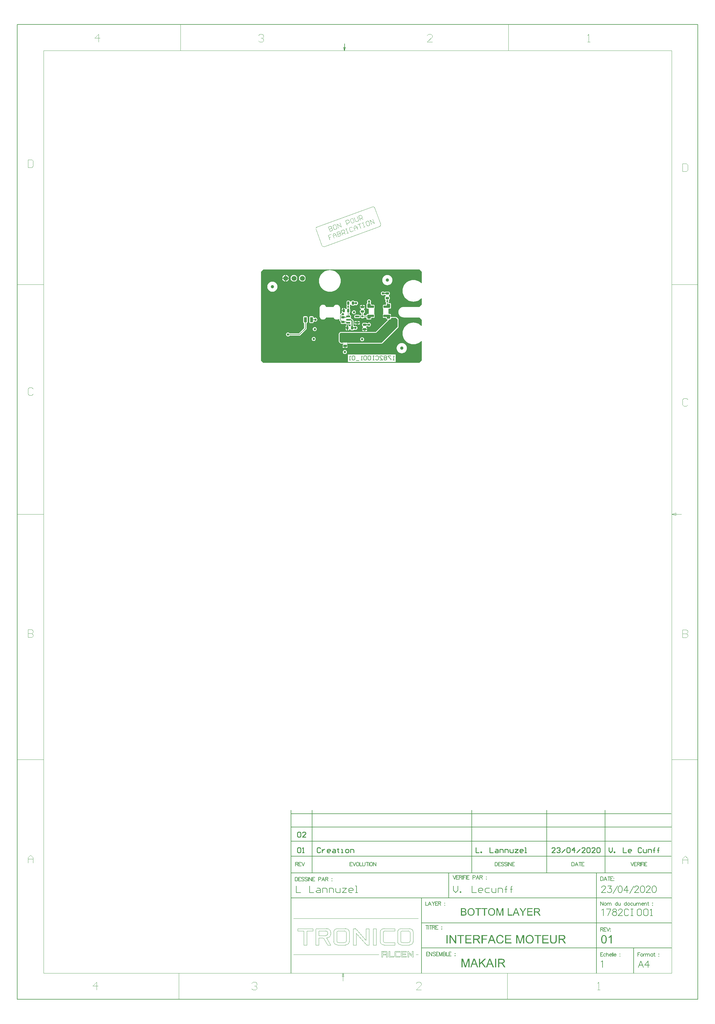
<source format=gbl>
G04*
G04 #@! TF.GenerationSoftware,Altium Limited,Altium Designer,20.0.10 (225)*
G04*
G04 Layer_Physical_Order=2*
G04 Layer_Color=2232046*
%FSLAX44Y44*%
%MOMM*%
G71*
G01*
G75*
%ADD13C,0.1500*%
%ADD14C,0.1016*%
%ADD15C,0.1270*%
%ADD16C,0.2540*%
%ADD17C,0.0127*%
G04:AMPARAMS|DCode=19|XSize=1mm|YSize=0.6mm|CornerRadius=0.075mm|HoleSize=0mm|Usage=FLASHONLY|Rotation=0.000|XOffset=0mm|YOffset=0mm|HoleType=Round|Shape=RoundedRectangle|*
%AMROUNDEDRECTD19*
21,1,1.0000,0.4500,0,0,0.0*
21,1,0.8500,0.6000,0,0,0.0*
1,1,0.1500,0.4250,-0.2250*
1,1,0.1500,-0.4250,-0.2250*
1,1,0.1500,-0.4250,0.2250*
1,1,0.1500,0.4250,0.2250*
%
%ADD19ROUNDEDRECTD19*%
%ADD36C,1.0000*%
%ADD37C,0.2100*%
%ADD38C,0.3000*%
%ADD39C,1.5000*%
%ADD40C,0.7000*%
G04:AMPARAMS|DCode=41|XSize=0.975mm|YSize=1.2mm|CornerRadius=0.0829mm|HoleSize=0mm|Usage=FLASHONLY|Rotation=0.000|XOffset=0mm|YOffset=0mm|HoleType=Round|Shape=RoundedRectangle|*
%AMROUNDEDRECTD41*
21,1,0.9750,1.0343,0,0,0.0*
21,1,0.8093,1.2000,0,0,0.0*
1,1,0.1658,0.4046,-0.5171*
1,1,0.1658,-0.4046,-0.5171*
1,1,0.1658,-0.4046,0.5171*
1,1,0.1658,0.4046,0.5171*
%
%ADD41ROUNDEDRECTD41*%
G04:AMPARAMS|DCode=42|XSize=1.975mm|YSize=0.7mm|CornerRadius=0.0875mm|HoleSize=0mm|Usage=FLASHONLY|Rotation=0.000|XOffset=0mm|YOffset=0mm|HoleType=Round|Shape=RoundedRectangle|*
%AMROUNDEDRECTD42*
21,1,1.9750,0.5250,0,0,0.0*
21,1,1.8000,0.7000,0,0,0.0*
1,1,0.1750,0.9000,-0.2625*
1,1,0.1750,-0.9000,-0.2625*
1,1,0.1750,-0.9000,0.2625*
1,1,0.1750,0.9000,0.2625*
%
%ADD42ROUNDEDRECTD42*%
G04:AMPARAMS|DCode=43|XSize=1.2mm|YSize=0.508mm|CornerRadius=0.0635mm|HoleSize=0mm|Usage=FLASHONLY|Rotation=0.000|XOffset=0mm|YOffset=0mm|HoleType=Round|Shape=RoundedRectangle|*
%AMROUNDEDRECTD43*
21,1,1.2000,0.3810,0,0,0.0*
21,1,1.0730,0.5080,0,0,0.0*
1,1,0.1270,0.5365,-0.1905*
1,1,0.1270,-0.5365,-0.1905*
1,1,0.1270,-0.5365,0.1905*
1,1,0.1270,0.5365,0.1905*
%
%ADD43ROUNDEDRECTD43*%
G04:AMPARAMS|DCode=44|XSize=1.6mm|YSize=0.85mm|CornerRadius=0.1063mm|HoleSize=0mm|Usage=FLASHONLY|Rotation=270.000|XOffset=0mm|YOffset=0mm|HoleType=Round|Shape=RoundedRectangle|*
%AMROUNDEDRECTD44*
21,1,1.6000,0.6375,0,0,270.0*
21,1,1.3875,0.8500,0,0,270.0*
1,1,0.2125,-0.3188,-0.6938*
1,1,0.2125,-0.3188,0.6938*
1,1,0.2125,0.3188,0.6938*
1,1,0.2125,0.3188,-0.6938*
%
%ADD44ROUNDEDRECTD44*%
G04:AMPARAMS|DCode=45|XSize=1mm|YSize=0.6mm|CornerRadius=0.075mm|HoleSize=0mm|Usage=FLASHONLY|Rotation=270.000|XOffset=0mm|YOffset=0mm|HoleType=Round|Shape=RoundedRectangle|*
%AMROUNDEDRECTD45*
21,1,1.0000,0.4500,0,0,270.0*
21,1,0.8500,0.6000,0,0,270.0*
1,1,0.1500,-0.2250,-0.4250*
1,1,0.1500,-0.2250,0.4250*
1,1,0.1500,0.2250,0.4250*
1,1,0.1500,0.2250,-0.4250*
%
%ADD45ROUNDEDRECTD45*%
%ADD46C,0.6000*%
G36*
X487888Y289902D02*
X494902Y282889D01*
Y248823D01*
X493495Y248303D01*
X493407Y248407D01*
X489457Y251780D01*
X485028Y254494D01*
X480229Y256482D01*
X475178Y257694D01*
X470000Y258102D01*
X464822Y257694D01*
X459771Y256482D01*
X454972Y254494D01*
X450543Y251780D01*
X446593Y248407D01*
X443220Y244457D01*
X440506Y240028D01*
X438518Y235229D01*
X437305Y230178D01*
X436898Y225000D01*
X437305Y219822D01*
X438518Y214771D01*
X440506Y209972D01*
X443220Y205543D01*
X446593Y201593D01*
X450543Y198220D01*
X454972Y195506D01*
X459771Y193518D01*
X464822Y192306D01*
X470000Y191898D01*
X475178Y192306D01*
X480229Y193518D01*
X485028Y195506D01*
X489457Y198220D01*
X493407Y201593D01*
X493495Y201697D01*
X494902Y201177D01*
Y183112D01*
X487888Y176098D01*
X440000D01*
X439834Y176065D01*
X439667Y176087D01*
X438231Y175993D01*
X437746Y175863D01*
X437245Y175830D01*
X434471Y175087D01*
X433873Y174792D01*
X433242Y174578D01*
X430755Y173142D01*
X430253Y172702D01*
X429699Y172332D01*
X427668Y170301D01*
X427298Y169746D01*
X426858Y169245D01*
X425423Y166758D01*
X425208Y166127D01*
X424913Y165529D01*
X424170Y162755D01*
X424126Y162090D01*
X423996Y161436D01*
Y158564D01*
X424126Y157910D01*
X424170Y157245D01*
X424913Y154471D01*
X425208Y153873D01*
X425423Y153242D01*
X426858Y150755D01*
X427298Y150253D01*
X427668Y149699D01*
X429699Y147668D01*
X430253Y147298D01*
X430755Y146858D01*
X433242Y145422D01*
X433873Y145208D01*
X434471Y144913D01*
X437245Y144170D01*
X437746Y144137D01*
X438231Y144007D01*
X439667Y143913D01*
X439834Y143935D01*
X440000Y143902D01*
X487888D01*
X494902Y136888D01*
Y118823D01*
X493495Y118303D01*
X493407Y118407D01*
X489457Y121780D01*
X485028Y124494D01*
X480229Y126482D01*
X475178Y127695D01*
X470000Y128102D01*
X464822Y127695D01*
X459771Y126482D01*
X454972Y124494D01*
X450543Y121780D01*
X446593Y118407D01*
X443220Y114457D01*
X440506Y110028D01*
X438518Y105229D01*
X437305Y100178D01*
X436898Y95000D01*
X437305Y89822D01*
X438518Y84771D01*
X440506Y79972D01*
X443220Y75543D01*
X446593Y71593D01*
X450543Y68220D01*
X454972Y65506D01*
X459771Y63518D01*
X464822Y62305D01*
X470000Y61898D01*
X475178Y62305D01*
X480229Y63518D01*
X485028Y65506D01*
X489457Y68220D01*
X493407Y71593D01*
X493495Y71697D01*
X494902Y71177D01*
Y12112D01*
X487888Y5098D01*
X12112D01*
X5098Y12112D01*
Y282888D01*
X12112Y289902D01*
X487888Y289902D01*
D02*
G37*
G36*
X805141Y-1669511D02*
Y-1679000D01*
X802162D01*
Y-1669511D01*
X793515Y-1656590D01*
X797110D01*
X801514Y-1663390D01*
Y-1663423D01*
X801579Y-1663488D01*
X801644Y-1663585D01*
X801709Y-1663714D01*
X801838Y-1663876D01*
X801968Y-1664070D01*
X802259Y-1664556D01*
X802615Y-1665139D01*
X803004Y-1665787D01*
X803425Y-1666467D01*
X803814Y-1667180D01*
Y-1667147D01*
X803846Y-1667082D01*
X803911Y-1666985D01*
X804008Y-1666856D01*
X804105Y-1666694D01*
X804235Y-1666499D01*
X804526Y-1666014D01*
X804882Y-1665431D01*
X805303Y-1664751D01*
X805789Y-1664006D01*
X806307Y-1663196D01*
X810614Y-1656590D01*
X814080D01*
X805141Y-1669511D01*
D02*
G37*
G36*
X744031Y-1679000D02*
X741181D01*
Y-1660249D01*
X734639Y-1679000D01*
X731984D01*
X725507Y-1659925D01*
Y-1679000D01*
X722657D01*
Y-1656590D01*
X727094D01*
X732405Y-1672491D01*
Y-1672523D01*
X732437Y-1672588D01*
X732469Y-1672685D01*
X732534Y-1672847D01*
X732664Y-1673235D01*
X732826Y-1673721D01*
X732988Y-1674272D01*
X733182Y-1674822D01*
X733344Y-1675341D01*
X733473Y-1675794D01*
X733506Y-1675729D01*
X733538Y-1675567D01*
X733635Y-1675276D01*
X733765Y-1674887D01*
X733927Y-1674369D01*
X734154Y-1673754D01*
X734380Y-1673041D01*
X734672Y-1672199D01*
X740048Y-1656590D01*
X744031D01*
Y-1679000D01*
D02*
G37*
G36*
X848343Y-1656622D02*
X848634D01*
X849315Y-1656654D01*
X850027Y-1656752D01*
X850804Y-1656849D01*
X851517Y-1657011D01*
X851873Y-1657108D01*
X852164Y-1657205D01*
X852197D01*
X852229Y-1657237D01*
X852423Y-1657334D01*
X852715Y-1657464D01*
X853071Y-1657691D01*
X853460Y-1657982D01*
X853881Y-1658371D01*
X854269Y-1658824D01*
X854658Y-1659342D01*
Y-1659375D01*
X854690Y-1659407D01*
X854820Y-1659601D01*
X854949Y-1659925D01*
X855144Y-1660346D01*
X855306Y-1660832D01*
X855468Y-1661415D01*
X855565Y-1662030D01*
X855597Y-1662710D01*
Y-1662743D01*
Y-1662807D01*
Y-1662937D01*
X855565Y-1663099D01*
Y-1663326D01*
X855533Y-1663552D01*
X855403Y-1664103D01*
X855209Y-1664751D01*
X854949Y-1665431D01*
X854561Y-1666111D01*
X854302Y-1666435D01*
X854043Y-1666759D01*
X854010Y-1666791D01*
X853978Y-1666823D01*
X853881Y-1666920D01*
X853751Y-1667018D01*
X853589Y-1667147D01*
X853395Y-1667277D01*
X853136Y-1667439D01*
X852877Y-1667633D01*
X852553Y-1667795D01*
X852197Y-1667957D01*
X851808Y-1668151D01*
X851387Y-1668313D01*
X850901Y-1668443D01*
X850416Y-1668604D01*
X849865Y-1668702D01*
X849282Y-1668799D01*
X849347Y-1668831D01*
X849476Y-1668896D01*
X849671Y-1669025D01*
X849930Y-1669155D01*
X850513Y-1669511D01*
X850804Y-1669738D01*
X851063Y-1669932D01*
X851128Y-1669997D01*
X851290Y-1670159D01*
X851549Y-1670418D01*
X851873Y-1670742D01*
X852229Y-1671195D01*
X852650Y-1671681D01*
X853071Y-1672264D01*
X853525Y-1672912D01*
X857378Y-1679000D01*
X853687D01*
X850740Y-1674337D01*
Y-1674304D01*
X850675Y-1674239D01*
X850610Y-1674142D01*
X850513Y-1674013D01*
X850286Y-1673656D01*
X849995Y-1673203D01*
X849638Y-1672717D01*
X849282Y-1672199D01*
X848926Y-1671713D01*
X848602Y-1671260D01*
X848570Y-1671228D01*
X848473Y-1671098D01*
X848311Y-1670904D01*
X848084Y-1670677D01*
X847598Y-1670191D01*
X847339Y-1669965D01*
X847080Y-1669770D01*
X847048Y-1669738D01*
X846983Y-1669706D01*
X846853Y-1669641D01*
X846659Y-1669544D01*
X846465Y-1669446D01*
X846238Y-1669349D01*
X845720Y-1669187D01*
X845687D01*
X845623Y-1669155D01*
X845493D01*
X845331Y-1669123D01*
X845105Y-1669090D01*
X844845D01*
X844489Y-1669058D01*
X840668D01*
Y-1679000D01*
X837688D01*
Y-1656590D01*
X848084D01*
X848343Y-1656622D01*
D02*
G37*
G36*
X833025Y-1659245D02*
X819779D01*
Y-1666078D01*
X832183D01*
Y-1668734D01*
X819779D01*
Y-1676344D01*
X833543D01*
Y-1679000D01*
X816800D01*
Y-1656590D01*
X833025D01*
Y-1659245D01*
D02*
G37*
G36*
X793483Y-1679000D02*
X790115D01*
X787492Y-1672199D01*
X778100D01*
X775671Y-1679000D01*
X772530D01*
X781079Y-1656590D01*
X784318D01*
X793483Y-1679000D01*
D02*
G37*
G36*
X760418Y-1676344D02*
X771461D01*
Y-1679000D01*
X757438D01*
Y-1656590D01*
X760418D01*
Y-1676344D01*
D02*
G37*
G36*
X695324Y-1659245D02*
X687940D01*
Y-1679000D01*
X684961D01*
Y-1659245D01*
X677577D01*
Y-1656590D01*
X695324D01*
Y-1659245D01*
D02*
G37*
G36*
X676184D02*
X668801D01*
Y-1679000D01*
X665821D01*
Y-1659245D01*
X658437D01*
Y-1656590D01*
X676184D01*
Y-1659245D01*
D02*
G37*
G36*
X623785Y-1656622D02*
X624044D01*
X624627Y-1656687D01*
X625275Y-1656752D01*
X625955Y-1656881D01*
X626635Y-1657043D01*
X627251Y-1657270D01*
X627283D01*
X627315Y-1657302D01*
X627510Y-1657399D01*
X627801Y-1657561D01*
X628125Y-1657788D01*
X628514Y-1658079D01*
X628935Y-1658436D01*
X629323Y-1658889D01*
X629679Y-1659375D01*
X629712Y-1659440D01*
X629809Y-1659634D01*
X629971Y-1659893D01*
X630133Y-1660282D01*
X630295Y-1660735D01*
X630457Y-1661221D01*
X630554Y-1661771D01*
X630586Y-1662322D01*
Y-1662386D01*
Y-1662548D01*
X630554Y-1662840D01*
X630489Y-1663196D01*
X630392Y-1663617D01*
X630230Y-1664070D01*
X630036Y-1664524D01*
X629777Y-1665010D01*
X629744Y-1665074D01*
X629647Y-1665204D01*
X629453Y-1665463D01*
X629194Y-1665722D01*
X628870Y-1666046D01*
X628481Y-1666402D01*
X627995Y-1666726D01*
X627445Y-1667050D01*
X627477D01*
X627542Y-1667082D01*
X627639Y-1667115D01*
X627769Y-1667180D01*
X628157Y-1667309D01*
X628611Y-1667536D01*
X629097Y-1667827D01*
X629647Y-1668183D01*
X630133Y-1668604D01*
X630586Y-1669123D01*
X630619Y-1669187D01*
X630748Y-1669382D01*
X630942Y-1669673D01*
X631137Y-1670062D01*
X631331Y-1670580D01*
X631525Y-1671130D01*
X631655Y-1671778D01*
X631687Y-1672491D01*
Y-1672523D01*
Y-1672555D01*
Y-1672750D01*
X631655Y-1673073D01*
X631590Y-1673462D01*
X631525Y-1673916D01*
X631396Y-1674401D01*
X631234Y-1674919D01*
X631007Y-1675438D01*
X630975Y-1675502D01*
X630878Y-1675664D01*
X630748Y-1675891D01*
X630554Y-1676215D01*
X630295Y-1676539D01*
X630036Y-1676895D01*
X629712Y-1677251D01*
X629356Y-1677543D01*
X629323Y-1677575D01*
X629194Y-1677672D01*
X628967Y-1677802D01*
X628676Y-1677931D01*
X628319Y-1678126D01*
X627898Y-1678320D01*
X627445Y-1678482D01*
X626894Y-1678644D01*
X626830D01*
X626635Y-1678708D01*
X626311Y-1678741D01*
X625890Y-1678806D01*
X625372Y-1678871D01*
X624757Y-1678935D01*
X624077Y-1678968D01*
X623300Y-1679000D01*
X614750D01*
Y-1656590D01*
X623559D01*
X623785Y-1656622D01*
D02*
G37*
G36*
X708731Y-1656233D02*
X709023D01*
X709314Y-1656266D01*
X709703Y-1656331D01*
X710091Y-1656395D01*
X710934Y-1656557D01*
X711905Y-1656816D01*
X712844Y-1657205D01*
X713330Y-1657432D01*
X713816Y-1657691D01*
X713848Y-1657723D01*
X713913Y-1657755D01*
X714042Y-1657853D01*
X714237Y-1657950D01*
X714431Y-1658112D01*
X714690Y-1658306D01*
X715241Y-1658759D01*
X715824Y-1659342D01*
X716471Y-1660055D01*
X717087Y-1660897D01*
X717605Y-1661836D01*
Y-1661868D01*
X717670Y-1661965D01*
X717734Y-1662095D01*
X717799Y-1662289D01*
X717929Y-1662548D01*
X718026Y-1662840D01*
X718155Y-1663196D01*
X718285Y-1663585D01*
X718382Y-1664006D01*
X718512Y-1664459D01*
X718641Y-1664977D01*
X718738Y-1665495D01*
X718868Y-1666629D01*
X718932Y-1667860D01*
Y-1667892D01*
Y-1668022D01*
Y-1668183D01*
X718900Y-1668443D01*
Y-1668734D01*
X718868Y-1669090D01*
X718803Y-1669479D01*
X718771Y-1669900D01*
X718609Y-1670839D01*
X718350Y-1671875D01*
X717993Y-1672912D01*
X717799Y-1673430D01*
X717540Y-1673948D01*
Y-1673980D01*
X717475Y-1674077D01*
X717411Y-1674207D01*
X717281Y-1674401D01*
X717151Y-1674628D01*
X716989Y-1674855D01*
X716536Y-1675470D01*
X715985Y-1676118D01*
X715338Y-1676798D01*
X714561Y-1677446D01*
X713654Y-1678028D01*
X713621D01*
X713557Y-1678093D01*
X713395Y-1678158D01*
X713200Y-1678255D01*
X712974Y-1678352D01*
X712715Y-1678449D01*
X712391Y-1678579D01*
X712035Y-1678708D01*
X711646Y-1678838D01*
X711225Y-1678968D01*
X710286Y-1679162D01*
X709282Y-1679324D01*
X708213Y-1679389D01*
X707889D01*
X707695Y-1679356D01*
X707403D01*
X707080Y-1679292D01*
X706723Y-1679259D01*
X706302Y-1679194D01*
X705428Y-1679000D01*
X704489Y-1678741D01*
X703517Y-1678352D01*
X703031Y-1678126D01*
X702546Y-1677867D01*
X702513Y-1677834D01*
X702449Y-1677802D01*
X702319Y-1677705D01*
X702125Y-1677575D01*
X701930Y-1677446D01*
X701704Y-1677251D01*
X701153Y-1676765D01*
X700538Y-1676183D01*
X699890Y-1675470D01*
X699307Y-1674660D01*
X698757Y-1673721D01*
Y-1673689D01*
X698692Y-1673592D01*
X698627Y-1673462D01*
X698562Y-1673268D01*
X698465Y-1673009D01*
X698368Y-1672717D01*
X698239Y-1672393D01*
X698141Y-1672037D01*
X698012Y-1671616D01*
X697882Y-1671195D01*
X697688Y-1670224D01*
X697558Y-1669220D01*
X697494Y-1668119D01*
Y-1668086D01*
Y-1668054D01*
Y-1667860D01*
X697526Y-1667568D01*
Y-1667180D01*
X697591Y-1666726D01*
X697656Y-1666176D01*
X697753Y-1665560D01*
X697882Y-1664913D01*
X698012Y-1664232D01*
X698206Y-1663520D01*
X698465Y-1662807D01*
X698757Y-1662063D01*
X699081Y-1661350D01*
X699501Y-1660638D01*
X699955Y-1659990D01*
X700473Y-1659375D01*
X700506Y-1659342D01*
X700603Y-1659245D01*
X700797Y-1659083D01*
X701024Y-1658889D01*
X701315Y-1658630D01*
X701671Y-1658371D01*
X702092Y-1658079D01*
X702578Y-1657788D01*
X703096Y-1657496D01*
X703679Y-1657205D01*
X704327Y-1656946D01*
X705007Y-1656687D01*
X705752Y-1656492D01*
X706529Y-1656331D01*
X707339Y-1656233D01*
X708213Y-1656201D01*
X708505D01*
X708731Y-1656233D01*
D02*
G37*
G36*
X646099D02*
X646390D01*
X646682Y-1656266D01*
X647070Y-1656331D01*
X647459Y-1656395D01*
X648301Y-1656557D01*
X649272Y-1656816D01*
X650212Y-1657205D01*
X650697Y-1657432D01*
X651183Y-1657691D01*
X651216Y-1657723D01*
X651280Y-1657755D01*
X651410Y-1657853D01*
X651604Y-1657950D01*
X651798Y-1658112D01*
X652057Y-1658306D01*
X652608Y-1658759D01*
X653191Y-1659342D01*
X653839Y-1660055D01*
X654454Y-1660897D01*
X654972Y-1661836D01*
Y-1661868D01*
X655037Y-1661965D01*
X655102Y-1662095D01*
X655166Y-1662289D01*
X655296Y-1662548D01*
X655393Y-1662840D01*
X655523Y-1663196D01*
X655652Y-1663585D01*
X655749Y-1664006D01*
X655879Y-1664459D01*
X656009Y-1664977D01*
X656106Y-1665495D01*
X656235Y-1666629D01*
X656300Y-1667860D01*
Y-1667892D01*
Y-1668022D01*
Y-1668183D01*
X656268Y-1668443D01*
Y-1668734D01*
X656235Y-1669090D01*
X656170Y-1669479D01*
X656138Y-1669900D01*
X655976Y-1670839D01*
X655717Y-1671875D01*
X655361Y-1672912D01*
X655166Y-1673430D01*
X654907Y-1673948D01*
Y-1673980D01*
X654843Y-1674077D01*
X654778Y-1674207D01*
X654648Y-1674401D01*
X654519Y-1674628D01*
X654357Y-1674855D01*
X653904Y-1675470D01*
X653353Y-1676118D01*
X652705Y-1676798D01*
X651928Y-1677446D01*
X651021Y-1678028D01*
X650989D01*
X650924Y-1678093D01*
X650762Y-1678158D01*
X650568Y-1678255D01*
X650341Y-1678352D01*
X650082Y-1678449D01*
X649758Y-1678579D01*
X649402Y-1678708D01*
X649013Y-1678838D01*
X648592Y-1678968D01*
X647653Y-1679162D01*
X646649Y-1679324D01*
X645581Y-1679389D01*
X645257D01*
X645062Y-1679356D01*
X644771D01*
X644447Y-1679292D01*
X644091Y-1679259D01*
X643670Y-1679194D01*
X642795Y-1679000D01*
X641856Y-1678741D01*
X640885Y-1678352D01*
X640399Y-1678126D01*
X639913Y-1677867D01*
X639881Y-1677834D01*
X639816Y-1677802D01*
X639687Y-1677705D01*
X639492Y-1677575D01*
X639298Y-1677446D01*
X639071Y-1677251D01*
X638521Y-1676765D01*
X637905Y-1676183D01*
X637258Y-1675470D01*
X636675Y-1674660D01*
X636124Y-1673721D01*
Y-1673689D01*
X636059Y-1673592D01*
X635995Y-1673462D01*
X635930Y-1673268D01*
X635833Y-1673009D01*
X635736Y-1672717D01*
X635606Y-1672393D01*
X635509Y-1672037D01*
X635379Y-1671616D01*
X635250Y-1671195D01*
X635055Y-1670224D01*
X634926Y-1669220D01*
X634861Y-1668119D01*
Y-1668086D01*
Y-1668054D01*
Y-1667860D01*
X634893Y-1667568D01*
Y-1667180D01*
X634958Y-1666726D01*
X635023Y-1666176D01*
X635120Y-1665560D01*
X635250Y-1664913D01*
X635379Y-1664232D01*
X635574Y-1663520D01*
X635833Y-1662807D01*
X636124Y-1662063D01*
X636448Y-1661350D01*
X636869Y-1660638D01*
X637322Y-1659990D01*
X637840Y-1659375D01*
X637873Y-1659342D01*
X637970Y-1659245D01*
X638164Y-1659083D01*
X638391Y-1658889D01*
X638683Y-1658630D01*
X639039Y-1658371D01*
X639460Y-1658079D01*
X639945Y-1657788D01*
X640464Y-1657496D01*
X641047Y-1657205D01*
X641694Y-1656946D01*
X642374Y-1656687D01*
X643119Y-1656492D01*
X643896Y-1656331D01*
X644706Y-1656233D01*
X645581Y-1656201D01*
X645872D01*
X646099Y-1656233D01*
D02*
G37*
G36*
X735103Y-1737966D02*
X735437Y-1738003D01*
X735844Y-1738040D01*
X736251Y-1738077D01*
X736733Y-1738188D01*
X737733Y-1738410D01*
X738844Y-1738743D01*
X739399Y-1738966D01*
X739918Y-1739225D01*
X740436Y-1739558D01*
X740955Y-1739891D01*
X740992Y-1739928D01*
X741066Y-1739966D01*
X741214Y-1740077D01*
X741399Y-1740262D01*
X741584Y-1740447D01*
X741843Y-1740706D01*
X742103Y-1741002D01*
X742399Y-1741299D01*
X742695Y-1741669D01*
X742991Y-1742113D01*
X743325Y-1742558D01*
X743621Y-1743039D01*
X743880Y-1743595D01*
X744176Y-1744150D01*
X744399Y-1744743D01*
X744621Y-1745409D01*
X741288Y-1746187D01*
Y-1746150D01*
X741251Y-1746076D01*
X741177Y-1745928D01*
X741103Y-1745743D01*
X741029Y-1745520D01*
X740918Y-1745224D01*
X740621Y-1744632D01*
X740251Y-1743965D01*
X739807Y-1743298D01*
X739251Y-1742669D01*
X738659Y-1742113D01*
X738585Y-1742039D01*
X738362Y-1741891D01*
X737992Y-1741706D01*
X737511Y-1741447D01*
X736881Y-1741225D01*
X736177Y-1741002D01*
X735325Y-1740854D01*
X734400Y-1740817D01*
X734103D01*
X733918Y-1740854D01*
X733659D01*
X733363Y-1740891D01*
X732659Y-1741002D01*
X731881Y-1741151D01*
X731067Y-1741410D01*
X730215Y-1741780D01*
X729437Y-1742262D01*
X729400D01*
X729363Y-1742336D01*
X729104Y-1742521D01*
X728771Y-1742817D01*
X728363Y-1743261D01*
X727882Y-1743817D01*
X727438Y-1744447D01*
X727030Y-1745224D01*
X726660Y-1746076D01*
Y-1746113D01*
X726623Y-1746187D01*
X726586Y-1746298D01*
X726549Y-1746483D01*
X726475Y-1746705D01*
X726401Y-1746965D01*
X726289Y-1747594D01*
X726141Y-1748335D01*
X725993Y-1749150D01*
X725919Y-1750038D01*
X725882Y-1751001D01*
Y-1751038D01*
Y-1751149D01*
Y-1751335D01*
Y-1751557D01*
X725919Y-1751816D01*
Y-1752149D01*
X725956Y-1752520D01*
X725993Y-1752927D01*
X726104Y-1753816D01*
X726289Y-1754779D01*
X726512Y-1755742D01*
X726808Y-1756705D01*
Y-1756741D01*
X726845Y-1756816D01*
X726919Y-1756927D01*
X726993Y-1757112D01*
X727215Y-1757556D01*
X727549Y-1758075D01*
X727956Y-1758667D01*
X728474Y-1759297D01*
X729067Y-1759852D01*
X729771Y-1760371D01*
X729808D01*
X729882Y-1760408D01*
X729993Y-1760482D01*
X730141Y-1760556D01*
X730326Y-1760630D01*
X730548Y-1760741D01*
X731067Y-1760963D01*
X731733Y-1761185D01*
X732474Y-1761371D01*
X733289Y-1761519D01*
X734140Y-1761556D01*
X734400D01*
X734622Y-1761519D01*
X734881D01*
X735140Y-1761482D01*
X735807Y-1761334D01*
X736585Y-1761148D01*
X737362Y-1760852D01*
X738177Y-1760445D01*
X738585Y-1760223D01*
X738955Y-1759926D01*
X738992Y-1759889D01*
X739029Y-1759852D01*
X739140Y-1759741D01*
X739288Y-1759630D01*
X739436Y-1759445D01*
X739621Y-1759223D01*
X739844Y-1759001D01*
X740029Y-1758704D01*
X740251Y-1758371D01*
X740510Y-1758001D01*
X740732Y-1757630D01*
X740955Y-1757186D01*
X741140Y-1756705D01*
X741325Y-1756186D01*
X741510Y-1755630D01*
X741658Y-1755038D01*
X745065Y-1755890D01*
Y-1755927D01*
X745028Y-1756075D01*
X744954Y-1756297D01*
X744843Y-1756593D01*
X744732Y-1756927D01*
X744584Y-1757334D01*
X744399Y-1757778D01*
X744176Y-1758260D01*
X743658Y-1759297D01*
X742991Y-1760334D01*
X742584Y-1760852D01*
X742177Y-1761371D01*
X741732Y-1761815D01*
X741214Y-1762259D01*
X741177Y-1762296D01*
X741103Y-1762370D01*
X740918Y-1762445D01*
X740732Y-1762593D01*
X740436Y-1762778D01*
X740140Y-1762963D01*
X739733Y-1763148D01*
X739325Y-1763333D01*
X738844Y-1763556D01*
X738325Y-1763741D01*
X737770Y-1763926D01*
X737177Y-1764111D01*
X736548Y-1764259D01*
X735881Y-1764333D01*
X735177Y-1764407D01*
X734437Y-1764444D01*
X734029D01*
X733733Y-1764407D01*
X733400D01*
X732992Y-1764370D01*
X732548Y-1764296D01*
X732030Y-1764222D01*
X730956Y-1764037D01*
X729845Y-1763741D01*
X728734Y-1763333D01*
X728215Y-1763074D01*
X727697Y-1762778D01*
X727660Y-1762741D01*
X727586Y-1762704D01*
X727438Y-1762593D01*
X727289Y-1762445D01*
X727067Y-1762296D01*
X726808Y-1762074D01*
X726512Y-1761815D01*
X726215Y-1761519D01*
X725919Y-1761185D01*
X725586Y-1760852D01*
X724919Y-1760000D01*
X724290Y-1759001D01*
X723734Y-1757890D01*
Y-1757852D01*
X723660Y-1757741D01*
X723623Y-1757556D01*
X723512Y-1757334D01*
X723438Y-1757038D01*
X723327Y-1756667D01*
X723179Y-1756260D01*
X723067Y-1755816D01*
X722956Y-1755334D01*
X722808Y-1754779D01*
X722623Y-1753631D01*
X722475Y-1752334D01*
X722401Y-1751001D01*
Y-1750964D01*
Y-1750816D01*
Y-1750594D01*
X722438Y-1750335D01*
Y-1749964D01*
X722475Y-1749594D01*
X722512Y-1749113D01*
X722586Y-1748631D01*
X722771Y-1747557D01*
X723030Y-1746372D01*
X723401Y-1745187D01*
X723919Y-1744039D01*
X723956Y-1744002D01*
X723993Y-1743891D01*
X724067Y-1743743D01*
X724216Y-1743558D01*
X724364Y-1743298D01*
X724549Y-1743002D01*
X725030Y-1742336D01*
X725660Y-1741595D01*
X726401Y-1740854D01*
X727252Y-1740114D01*
X728252Y-1739484D01*
X728289Y-1739447D01*
X728400Y-1739410D01*
X728549Y-1739336D01*
X728734Y-1739225D01*
X729030Y-1739114D01*
X729326Y-1739003D01*
X729697Y-1738855D01*
X730104Y-1738706D01*
X730548Y-1738558D01*
X731030Y-1738410D01*
X732067Y-1738188D01*
X733252Y-1738003D01*
X734474Y-1737929D01*
X734844D01*
X735103Y-1737966D01*
D02*
G37*
G36*
X600303Y-1764000D02*
X596784D01*
X583378Y-1743891D01*
Y-1764000D01*
X580119D01*
Y-1738373D01*
X583601D01*
X597044Y-1758519D01*
Y-1738373D01*
X600303D01*
Y-1764000D01*
D02*
G37*
G36*
X807429D02*
X804170D01*
Y-1742558D01*
X796690Y-1764000D01*
X793653D01*
X786246Y-1742187D01*
Y-1764000D01*
X782987D01*
Y-1738373D01*
X788061D01*
X794134Y-1756556D01*
Y-1756593D01*
X794171Y-1756667D01*
X794208Y-1756779D01*
X794282Y-1756964D01*
X794430Y-1757408D01*
X794616Y-1757964D01*
X794801Y-1758593D01*
X795023Y-1759223D01*
X795208Y-1759815D01*
X795356Y-1760334D01*
X795393Y-1760260D01*
X795430Y-1760074D01*
X795542Y-1759741D01*
X795690Y-1759297D01*
X795875Y-1758704D01*
X796134Y-1758001D01*
X796393Y-1757186D01*
X796727Y-1756223D01*
X802874Y-1738373D01*
X807429D01*
Y-1764000D01*
D02*
G37*
G36*
X906752Y-1753186D02*
Y-1753223D01*
Y-1753371D01*
Y-1753557D01*
Y-1753816D01*
X906715Y-1754149D01*
Y-1754520D01*
X906678Y-1754964D01*
X906641Y-1755408D01*
X906530Y-1756408D01*
X906382Y-1757445D01*
X906160Y-1758445D01*
X906012Y-1758927D01*
X905863Y-1759371D01*
Y-1759408D01*
X905826Y-1759482D01*
X905752Y-1759593D01*
X905678Y-1759741D01*
X905456Y-1760148D01*
X905123Y-1760667D01*
X904678Y-1761259D01*
X904160Y-1761852D01*
X903493Y-1762482D01*
X902679Y-1763037D01*
X902642D01*
X902568Y-1763111D01*
X902456Y-1763148D01*
X902271Y-1763259D01*
X902049Y-1763370D01*
X901753Y-1763481D01*
X901457Y-1763593D01*
X901086Y-1763741D01*
X900679Y-1763889D01*
X900234Y-1764000D01*
X899753Y-1764111D01*
X899197Y-1764222D01*
X898642Y-1764296D01*
X898049Y-1764370D01*
X896716Y-1764444D01*
X896383D01*
X896124Y-1764407D01*
X895827D01*
X895457Y-1764370D01*
X895050Y-1764333D01*
X894642Y-1764296D01*
X893717Y-1764148D01*
X892717Y-1763926D01*
X891754Y-1763630D01*
X890828Y-1763222D01*
X890791D01*
X890717Y-1763148D01*
X890606Y-1763074D01*
X890458Y-1763000D01*
X890050Y-1762704D01*
X889569Y-1762296D01*
X889013Y-1761778D01*
X888495Y-1761185D01*
X887976Y-1760445D01*
X887569Y-1759630D01*
Y-1759593D01*
X887532Y-1759519D01*
X887495Y-1759371D01*
X887421Y-1759186D01*
X887347Y-1758963D01*
X887273Y-1758667D01*
X887162Y-1758334D01*
X887088Y-1757927D01*
X887013Y-1757482D01*
X886902Y-1757001D01*
X886828Y-1756482D01*
X886754Y-1755927D01*
X886680Y-1755297D01*
X886643Y-1754631D01*
X886606Y-1753927D01*
Y-1753186D01*
Y-1738373D01*
X890013D01*
Y-1753186D01*
Y-1753223D01*
Y-1753334D01*
Y-1753520D01*
Y-1753742D01*
X890050Y-1754001D01*
Y-1754334D01*
X890087Y-1755038D01*
X890161Y-1755853D01*
X890272Y-1756667D01*
X890421Y-1757445D01*
X890495Y-1757778D01*
X890606Y-1758112D01*
X890643Y-1758186D01*
X890717Y-1758371D01*
X890902Y-1758630D01*
X891124Y-1759001D01*
X891383Y-1759371D01*
X891754Y-1759778D01*
X892198Y-1760186D01*
X892717Y-1760519D01*
X892791Y-1760556D01*
X892976Y-1760667D01*
X893309Y-1760778D01*
X893754Y-1760926D01*
X894272Y-1761111D01*
X894939Y-1761223D01*
X895642Y-1761334D01*
X896420Y-1761371D01*
X896790D01*
X897012Y-1761334D01*
X897346D01*
X897679Y-1761297D01*
X898494Y-1761148D01*
X899383Y-1760963D01*
X900234Y-1760667D01*
X901049Y-1760260D01*
X901419Y-1760000D01*
X901753Y-1759704D01*
X901790Y-1759667D01*
X901827Y-1759630D01*
X901901Y-1759519D01*
X902012Y-1759371D01*
X902123Y-1759149D01*
X902271Y-1758927D01*
X902419Y-1758593D01*
X902568Y-1758260D01*
X902716Y-1757852D01*
X902827Y-1757371D01*
X902975Y-1756816D01*
X903086Y-1756223D01*
X903197Y-1755556D01*
X903271Y-1754853D01*
X903345Y-1754038D01*
Y-1753186D01*
Y-1738373D01*
X906752D01*
Y-1753186D01*
D02*
G37*
G36*
X1074174Y-1764000D02*
X1071027D01*
Y-1743965D01*
X1070990Y-1744002D01*
X1070805Y-1744150D01*
X1070582Y-1744372D01*
X1070212Y-1744632D01*
X1069805Y-1744965D01*
X1069286Y-1745335D01*
X1068694Y-1745743D01*
X1068027Y-1746150D01*
X1067990D01*
X1067953Y-1746187D01*
X1067731Y-1746335D01*
X1067360Y-1746520D01*
X1066916Y-1746743D01*
X1066397Y-1747002D01*
X1065842Y-1747261D01*
X1065286Y-1747520D01*
X1064731Y-1747742D01*
Y-1744706D01*
X1064768D01*
X1064842Y-1744632D01*
X1064990Y-1744595D01*
X1065175Y-1744483D01*
X1065398Y-1744372D01*
X1065657Y-1744224D01*
X1066286Y-1743854D01*
X1067027Y-1743447D01*
X1067768Y-1742928D01*
X1068545Y-1742336D01*
X1069323Y-1741706D01*
X1069360Y-1741669D01*
X1069397Y-1741632D01*
X1069508Y-1741521D01*
X1069656Y-1741410D01*
X1069990Y-1741039D01*
X1070434Y-1740595D01*
X1070879Y-1740077D01*
X1071360Y-1739484D01*
X1071767Y-1738891D01*
X1072138Y-1738262D01*
X1074174D01*
Y-1764000D01*
D02*
G37*
G36*
X924639Y-1738410D02*
X924973D01*
X925750Y-1738447D01*
X926565Y-1738558D01*
X927454Y-1738669D01*
X928269Y-1738855D01*
X928676Y-1738966D01*
X929009Y-1739077D01*
X929046D01*
X929083Y-1739114D01*
X929305Y-1739225D01*
X929639Y-1739373D01*
X930046Y-1739632D01*
X930490Y-1739966D01*
X930972Y-1740410D01*
X931416Y-1740928D01*
X931861Y-1741521D01*
Y-1741558D01*
X931898Y-1741595D01*
X932046Y-1741817D01*
X932194Y-1742187D01*
X932416Y-1742669D01*
X932601Y-1743224D01*
X932787Y-1743891D01*
X932898Y-1744595D01*
X932935Y-1745372D01*
Y-1745409D01*
Y-1745483D01*
Y-1745632D01*
X932898Y-1745817D01*
Y-1746076D01*
X932861Y-1746335D01*
X932712Y-1746965D01*
X932490Y-1747705D01*
X932194Y-1748483D01*
X931750Y-1749261D01*
X931453Y-1749631D01*
X931157Y-1750002D01*
X931120Y-1750038D01*
X931083Y-1750076D01*
X930972Y-1750187D01*
X930824Y-1750298D01*
X930639Y-1750446D01*
X930416Y-1750594D01*
X930120Y-1750779D01*
X929824Y-1751001D01*
X929454Y-1751187D01*
X929046Y-1751372D01*
X928602Y-1751594D01*
X928120Y-1751779D01*
X927565Y-1751927D01*
X927009Y-1752112D01*
X926380Y-1752223D01*
X925713Y-1752334D01*
X925787Y-1752372D01*
X925935Y-1752446D01*
X926158Y-1752594D01*
X926454Y-1752742D01*
X927121Y-1753149D01*
X927454Y-1753409D01*
X927750Y-1753631D01*
X927824Y-1753705D01*
X928009Y-1753890D01*
X928306Y-1754186D01*
X928676Y-1754556D01*
X929083Y-1755075D01*
X929565Y-1755630D01*
X930046Y-1756297D01*
X930565Y-1757038D01*
X934971Y-1764000D01*
X930750D01*
X927380Y-1758667D01*
Y-1758630D01*
X927306Y-1758556D01*
X927232Y-1758445D01*
X927121Y-1758297D01*
X926861Y-1757890D01*
X926528Y-1757371D01*
X926121Y-1756816D01*
X925713Y-1756223D01*
X925306Y-1755668D01*
X924936Y-1755149D01*
X924899Y-1755112D01*
X924787Y-1754964D01*
X924602Y-1754742D01*
X924343Y-1754483D01*
X923788Y-1753927D01*
X923491Y-1753668D01*
X923195Y-1753445D01*
X923158Y-1753409D01*
X923084Y-1753371D01*
X922936Y-1753297D01*
X922713Y-1753186D01*
X922491Y-1753075D01*
X922232Y-1752964D01*
X921640Y-1752779D01*
X921602D01*
X921528Y-1752742D01*
X921380D01*
X921195Y-1752705D01*
X920936Y-1752668D01*
X920640D01*
X920232Y-1752631D01*
X915862D01*
Y-1764000D01*
X912455D01*
Y-1738373D01*
X924343D01*
X924639Y-1738410D01*
D02*
G37*
G36*
X881273Y-1741410D02*
X866127D01*
Y-1749224D01*
X880311D01*
Y-1752260D01*
X866127D01*
Y-1760963D01*
X881866D01*
Y-1764000D01*
X862720D01*
Y-1738373D01*
X881273D01*
Y-1741410D01*
D02*
G37*
G36*
X859165D02*
X850721D01*
Y-1764000D01*
X847314D01*
Y-1741410D01*
X838870D01*
Y-1738373D01*
X859165D01*
Y-1741410D01*
D02*
G37*
G36*
X767841D02*
X752694D01*
Y-1749224D01*
X766878D01*
Y-1752260D01*
X752694D01*
Y-1760963D01*
X768433D01*
Y-1764000D01*
X749287D01*
Y-1738373D01*
X767841D01*
Y-1741410D01*
D02*
G37*
G36*
X720660Y-1764000D02*
X716809D01*
X713809Y-1756223D01*
X703070D01*
X700292Y-1764000D01*
X696700D01*
X706477Y-1738373D01*
X710180D01*
X720660Y-1764000D01*
D02*
G37*
G36*
X695107Y-1741410D02*
X681183D01*
Y-1749335D01*
X693219D01*
Y-1752372D01*
X681183D01*
Y-1764000D01*
X677776D01*
Y-1738373D01*
X695107D01*
Y-1741410D01*
D02*
G37*
G36*
X664000Y-1738410D02*
X664333D01*
X665111Y-1738447D01*
X665925Y-1738558D01*
X666814Y-1738669D01*
X667629Y-1738855D01*
X668036Y-1738966D01*
X668370Y-1739077D01*
X668407D01*
X668444Y-1739114D01*
X668666Y-1739225D01*
X668999Y-1739373D01*
X669406Y-1739632D01*
X669851Y-1739966D01*
X670332Y-1740410D01*
X670777Y-1740928D01*
X671221Y-1741521D01*
Y-1741558D01*
X671258Y-1741595D01*
X671406Y-1741817D01*
X671554Y-1742187D01*
X671777Y-1742669D01*
X671962Y-1743224D01*
X672147Y-1743891D01*
X672258Y-1744595D01*
X672295Y-1745372D01*
Y-1745409D01*
Y-1745483D01*
Y-1745632D01*
X672258Y-1745817D01*
Y-1746076D01*
X672221Y-1746335D01*
X672073Y-1746965D01*
X671851Y-1747705D01*
X671554Y-1748483D01*
X671110Y-1749261D01*
X670814Y-1749631D01*
X670517Y-1750002D01*
X670480Y-1750038D01*
X670443Y-1750076D01*
X670332Y-1750187D01*
X670184Y-1750298D01*
X669999Y-1750446D01*
X669777Y-1750594D01*
X669481Y-1750779D01*
X669184Y-1751001D01*
X668814Y-1751187D01*
X668407Y-1751372D01*
X667962Y-1751594D01*
X667481Y-1751779D01*
X666925Y-1751927D01*
X666370Y-1752112D01*
X665740Y-1752223D01*
X665073Y-1752334D01*
X665148Y-1752372D01*
X665296Y-1752446D01*
X665518Y-1752594D01*
X665814Y-1752742D01*
X666481Y-1753149D01*
X666814Y-1753409D01*
X667110Y-1753631D01*
X667184Y-1753705D01*
X667370Y-1753890D01*
X667666Y-1754186D01*
X668036Y-1754556D01*
X668444Y-1755075D01*
X668925Y-1755630D01*
X669406Y-1756297D01*
X669925Y-1757038D01*
X674332Y-1764000D01*
X670110D01*
X666740Y-1758667D01*
Y-1758630D01*
X666666Y-1758556D01*
X666592Y-1758445D01*
X666481Y-1758297D01*
X666222Y-1757890D01*
X665888Y-1757371D01*
X665481Y-1756816D01*
X665073Y-1756223D01*
X664666Y-1755668D01*
X664296Y-1755149D01*
X664259Y-1755112D01*
X664148Y-1754964D01*
X663963Y-1754742D01*
X663703Y-1754483D01*
X663148Y-1753927D01*
X662852Y-1753668D01*
X662555Y-1753445D01*
X662518Y-1753409D01*
X662444Y-1753371D01*
X662296Y-1753297D01*
X662074Y-1753186D01*
X661852Y-1753075D01*
X661592Y-1752964D01*
X661000Y-1752779D01*
X660963D01*
X660889Y-1752742D01*
X660741D01*
X660555Y-1752705D01*
X660296Y-1752668D01*
X660000D01*
X659593Y-1752631D01*
X655223D01*
Y-1764000D01*
X651816D01*
Y-1738373D01*
X663703D01*
X664000Y-1738410D01*
D02*
G37*
G36*
X646483Y-1741410D02*
X631336D01*
Y-1749224D01*
X645520D01*
Y-1752260D01*
X631336D01*
Y-1760963D01*
X647075D01*
Y-1764000D01*
X627929D01*
Y-1738373D01*
X646483D01*
Y-1741410D01*
D02*
G37*
G36*
X624374D02*
X615930D01*
Y-1764000D01*
X612523D01*
Y-1741410D01*
X604080D01*
Y-1738373D01*
X624374D01*
Y-1741410D01*
D02*
G37*
G36*
X574157Y-1764000D02*
X570750D01*
Y-1738373D01*
X574157D01*
Y-1764000D01*
D02*
G37*
G36*
X1051510Y-1738299D02*
X1051992Y-1738373D01*
X1052547Y-1738484D01*
X1053140Y-1738632D01*
X1053769Y-1738817D01*
X1054362Y-1739114D01*
X1054399D01*
X1054436Y-1739151D01*
X1054621Y-1739262D01*
X1054917Y-1739447D01*
X1055288Y-1739706D01*
X1055695Y-1740077D01*
X1056139Y-1740484D01*
X1056547Y-1740965D01*
X1056954Y-1741521D01*
X1056991Y-1741595D01*
X1057139Y-1741780D01*
X1057287Y-1742113D01*
X1057547Y-1742595D01*
X1057769Y-1743150D01*
X1058065Y-1743780D01*
X1058324Y-1744521D01*
X1058547Y-1745335D01*
Y-1745372D01*
X1058584Y-1745446D01*
X1058621Y-1745558D01*
X1058658Y-1745743D01*
X1058695Y-1745965D01*
X1058732Y-1746224D01*
X1058806Y-1746557D01*
X1058843Y-1746928D01*
X1058917Y-1747335D01*
X1058954Y-1747780D01*
X1058991Y-1748298D01*
X1059065Y-1748816D01*
X1059102Y-1749409D01*
Y-1750002D01*
X1059139Y-1750668D01*
Y-1751372D01*
Y-1751409D01*
Y-1751557D01*
Y-1751816D01*
Y-1752112D01*
X1059102Y-1752520D01*
Y-1752964D01*
X1059065Y-1753445D01*
X1059028Y-1753964D01*
X1058917Y-1755149D01*
X1058732Y-1756371D01*
X1058509Y-1757556D01*
X1058361Y-1758112D01*
X1058176Y-1758667D01*
Y-1758704D01*
X1058139Y-1758778D01*
X1058065Y-1758927D01*
X1057991Y-1759112D01*
X1057917Y-1759371D01*
X1057769Y-1759630D01*
X1057473Y-1760260D01*
X1057102Y-1760926D01*
X1056621Y-1761667D01*
X1056065Y-1762334D01*
X1055399Y-1762963D01*
X1055362D01*
X1055325Y-1763037D01*
X1055213Y-1763111D01*
X1055065Y-1763185D01*
X1054880Y-1763296D01*
X1054695Y-1763445D01*
X1054139Y-1763704D01*
X1053473Y-1763963D01*
X1052695Y-1764222D01*
X1051769Y-1764370D01*
X1050770Y-1764444D01*
X1050399D01*
X1050140Y-1764407D01*
X1049844Y-1764370D01*
X1049473Y-1764296D01*
X1049066Y-1764222D01*
X1048622Y-1764111D01*
X1048177Y-1763963D01*
X1047696Y-1763815D01*
X1047214Y-1763593D01*
X1046733Y-1763333D01*
X1046252Y-1763037D01*
X1045770Y-1762667D01*
X1045326Y-1762259D01*
X1044918Y-1761815D01*
X1044881Y-1761778D01*
X1044807Y-1761667D01*
X1044696Y-1761482D01*
X1044511Y-1761185D01*
X1044326Y-1760852D01*
X1044141Y-1760408D01*
X1043881Y-1759889D01*
X1043659Y-1759297D01*
X1043437Y-1758630D01*
X1043215Y-1757852D01*
X1042992Y-1757001D01*
X1042807Y-1756038D01*
X1042622Y-1755001D01*
X1042511Y-1753890D01*
X1042437Y-1752668D01*
X1042400Y-1751372D01*
Y-1751335D01*
Y-1751187D01*
Y-1750927D01*
Y-1750631D01*
X1042437Y-1750224D01*
Y-1749779D01*
X1042474Y-1749298D01*
X1042511Y-1748742D01*
X1042622Y-1747594D01*
X1042807Y-1746372D01*
X1043030Y-1745150D01*
X1043178Y-1744595D01*
X1043326Y-1744039D01*
Y-1744002D01*
X1043363Y-1743928D01*
X1043437Y-1743780D01*
X1043511Y-1743595D01*
X1043585Y-1743336D01*
X1043733Y-1743076D01*
X1044029Y-1742447D01*
X1044400Y-1741780D01*
X1044881Y-1741077D01*
X1045437Y-1740373D01*
X1046103Y-1739780D01*
X1046140D01*
X1046177Y-1739706D01*
X1046289Y-1739632D01*
X1046437Y-1739558D01*
X1046622Y-1739410D01*
X1046844Y-1739299D01*
X1047400Y-1739003D01*
X1048066Y-1738743D01*
X1048844Y-1738484D01*
X1049770Y-1738336D01*
X1050770Y-1738262D01*
X1051103D01*
X1051510Y-1738299D01*
D02*
G37*
G36*
X824761Y-1737966D02*
X825094D01*
X825427Y-1738003D01*
X825872Y-1738077D01*
X826316Y-1738151D01*
X827279Y-1738336D01*
X828390Y-1738632D01*
X829464Y-1739077D01*
X830019Y-1739336D01*
X830575Y-1739632D01*
X830612Y-1739669D01*
X830686Y-1739706D01*
X830834Y-1739817D01*
X831056Y-1739928D01*
X831279Y-1740114D01*
X831575Y-1740336D01*
X832204Y-1740854D01*
X832871Y-1741521D01*
X833612Y-1742336D01*
X834315Y-1743298D01*
X834908Y-1744372D01*
Y-1744409D01*
X834982Y-1744521D01*
X835056Y-1744669D01*
X835130Y-1744891D01*
X835278Y-1745187D01*
X835389Y-1745520D01*
X835537Y-1745928D01*
X835686Y-1746372D01*
X835797Y-1746854D01*
X835945Y-1747372D01*
X836093Y-1747965D01*
X836204Y-1748557D01*
X836352Y-1749853D01*
X836426Y-1751261D01*
Y-1751298D01*
Y-1751446D01*
Y-1751631D01*
X836389Y-1751927D01*
Y-1752260D01*
X836352Y-1752668D01*
X836278Y-1753112D01*
X836241Y-1753594D01*
X836056Y-1754668D01*
X835760Y-1755853D01*
X835352Y-1757038D01*
X835130Y-1757630D01*
X834834Y-1758223D01*
Y-1758260D01*
X834760Y-1758371D01*
X834686Y-1758519D01*
X834538Y-1758741D01*
X834389Y-1759001D01*
X834204Y-1759260D01*
X833686Y-1759963D01*
X833056Y-1760704D01*
X832316Y-1761482D01*
X831427Y-1762222D01*
X830390Y-1762889D01*
X830353D01*
X830279Y-1762963D01*
X830094Y-1763037D01*
X829871Y-1763148D01*
X829612Y-1763259D01*
X829316Y-1763370D01*
X828945Y-1763519D01*
X828538Y-1763667D01*
X828094Y-1763815D01*
X827612Y-1763963D01*
X826538Y-1764185D01*
X825390Y-1764370D01*
X824168Y-1764444D01*
X823798D01*
X823576Y-1764407D01*
X823242D01*
X822872Y-1764333D01*
X822465Y-1764296D01*
X821983Y-1764222D01*
X820983Y-1764000D01*
X819909Y-1763704D01*
X818798Y-1763259D01*
X818243Y-1763000D01*
X817687Y-1762704D01*
X817650Y-1762667D01*
X817576Y-1762630D01*
X817428Y-1762519D01*
X817206Y-1762370D01*
X816984Y-1762222D01*
X816724Y-1762000D01*
X816095Y-1761445D01*
X815391Y-1760778D01*
X814651Y-1759963D01*
X813984Y-1759038D01*
X813354Y-1757964D01*
Y-1757927D01*
X813280Y-1757816D01*
X813206Y-1757667D01*
X813132Y-1757445D01*
X813021Y-1757149D01*
X812910Y-1756816D01*
X812762Y-1756445D01*
X812651Y-1756038D01*
X812503Y-1755556D01*
X812355Y-1755075D01*
X812132Y-1753964D01*
X811984Y-1752816D01*
X811910Y-1751557D01*
Y-1751520D01*
Y-1751483D01*
Y-1751261D01*
X811947Y-1750927D01*
Y-1750483D01*
X812021Y-1749964D01*
X812095Y-1749335D01*
X812206Y-1748631D01*
X812355Y-1747891D01*
X812503Y-1747113D01*
X812725Y-1746298D01*
X813021Y-1745483D01*
X813354Y-1744632D01*
X813725Y-1743817D01*
X814206Y-1743002D01*
X814725Y-1742262D01*
X815317Y-1741558D01*
X815354Y-1741521D01*
X815465Y-1741410D01*
X815688Y-1741225D01*
X815947Y-1741002D01*
X816280Y-1740706D01*
X816687Y-1740410D01*
X817169Y-1740077D01*
X817724Y-1739743D01*
X818317Y-1739410D01*
X818984Y-1739077D01*
X819724Y-1738780D01*
X820502Y-1738484D01*
X821354Y-1738262D01*
X822242Y-1738077D01*
X823168Y-1737966D01*
X824168Y-1737929D01*
X824501D01*
X824761Y-1737966D01*
D02*
G37*
G36*
X679910Y-1821279D02*
X691131Y-1836500D01*
X686650D01*
X677540Y-1823575D01*
X673355Y-1827612D01*
Y-1836500D01*
X669948D01*
Y-1810873D01*
X673355D01*
Y-1823613D01*
X686021Y-1810873D01*
X690650D01*
X679910Y-1821279D01*
D02*
G37*
G36*
X640692Y-1836500D02*
X637433D01*
Y-1815058D01*
X629952Y-1836500D01*
X626916D01*
X619509Y-1814688D01*
Y-1836500D01*
X616250D01*
Y-1810873D01*
X621324D01*
X627397Y-1829056D01*
Y-1829093D01*
X627434Y-1829167D01*
X627471Y-1829279D01*
X627545Y-1829464D01*
X627693Y-1829908D01*
X627878Y-1830464D01*
X628064Y-1831093D01*
X628286Y-1831723D01*
X628471Y-1832315D01*
X628619Y-1832834D01*
X628656Y-1832760D01*
X628693Y-1832574D01*
X628804Y-1832241D01*
X628952Y-1831797D01*
X629137Y-1831204D01*
X629397Y-1830501D01*
X629656Y-1829686D01*
X629989Y-1828723D01*
X636137Y-1810873D01*
X640692D01*
Y-1836500D01*
D02*
G37*
G36*
X740052Y-1810910D02*
X740385D01*
X741163Y-1810947D01*
X741978Y-1811058D01*
X742867Y-1811169D01*
X743681Y-1811355D01*
X744089Y-1811466D01*
X744422Y-1811577D01*
X744459D01*
X744496Y-1811614D01*
X744718Y-1811725D01*
X745051Y-1811873D01*
X745459Y-1812132D01*
X745903Y-1812466D01*
X746385Y-1812910D01*
X746829Y-1813428D01*
X747273Y-1814021D01*
Y-1814058D01*
X747310Y-1814095D01*
X747459Y-1814317D01*
X747607Y-1814688D01*
X747829Y-1815169D01*
X748014Y-1815724D01*
X748199Y-1816391D01*
X748310Y-1817095D01*
X748347Y-1817872D01*
Y-1817909D01*
Y-1817983D01*
Y-1818132D01*
X748310Y-1818317D01*
Y-1818576D01*
X748273Y-1818835D01*
X748125Y-1819465D01*
X747903Y-1820205D01*
X747607Y-1820983D01*
X747162Y-1821761D01*
X746866Y-1822131D01*
X746570Y-1822502D01*
X746533Y-1822538D01*
X746496Y-1822576D01*
X746385Y-1822687D01*
X746236Y-1822798D01*
X746051Y-1822946D01*
X745829Y-1823094D01*
X745533Y-1823279D01*
X745237Y-1823501D01*
X744866Y-1823687D01*
X744459Y-1823872D01*
X744015Y-1824094D01*
X743533Y-1824279D01*
X742978Y-1824427D01*
X742422Y-1824612D01*
X741793Y-1824724D01*
X741126Y-1824835D01*
X741200Y-1824872D01*
X741348Y-1824946D01*
X741570Y-1825094D01*
X741867Y-1825242D01*
X742533Y-1825649D01*
X742867Y-1825909D01*
X743163Y-1826131D01*
X743237Y-1826205D01*
X743422Y-1826390D01*
X743718Y-1826686D01*
X744089Y-1827056D01*
X744496Y-1827575D01*
X744977Y-1828130D01*
X745459Y-1828797D01*
X745977Y-1829538D01*
X750384Y-1836500D01*
X746162D01*
X742792Y-1831167D01*
Y-1831130D01*
X742718Y-1831056D01*
X742644Y-1830945D01*
X742533Y-1830797D01*
X742274Y-1830390D01*
X741941Y-1829871D01*
X741533Y-1829316D01*
X741126Y-1828723D01*
X740719Y-1828168D01*
X740348Y-1827649D01*
X740311Y-1827612D01*
X740200Y-1827464D01*
X740015Y-1827242D01*
X739756Y-1826983D01*
X739200Y-1826427D01*
X738904Y-1826168D01*
X738608Y-1825945D01*
X738571Y-1825909D01*
X738497Y-1825871D01*
X738348Y-1825797D01*
X738126Y-1825686D01*
X737904Y-1825575D01*
X737645Y-1825464D01*
X737052Y-1825279D01*
X737015D01*
X736941Y-1825242D01*
X736793D01*
X736608Y-1825205D01*
X736349Y-1825168D01*
X736052D01*
X735645Y-1825131D01*
X731275D01*
Y-1836500D01*
X727868D01*
Y-1810873D01*
X739756D01*
X740052Y-1810910D01*
D02*
G37*
G36*
X721832Y-1836500D02*
X718425D01*
Y-1810873D01*
X721832D01*
Y-1836500D01*
D02*
G37*
G36*
X715129D02*
X711277D01*
X708278Y-1828723D01*
X697538D01*
X694760Y-1836500D01*
X691168D01*
X700945Y-1810873D01*
X704648D01*
X715129Y-1836500D01*
D02*
G37*
G36*
X667356D02*
X663504D01*
X660505Y-1828723D01*
X649765D01*
X646988Y-1836500D01*
X643395D01*
X653172Y-1810873D01*
X656875D01*
X667356Y-1836500D01*
D02*
G37*
%LPC*%
G36*
X81350Y273172D02*
Y264500D01*
X90022D01*
X89843Y265861D01*
X88835Y268293D01*
X87232Y270382D01*
X85143Y271985D01*
X82711Y272993D01*
X81350Y273172D01*
D02*
G37*
G36*
X78850Y273172D02*
X77490Y272993D01*
X75057Y271985D01*
X72968Y270382D01*
X71365Y268293D01*
X70357Y265861D01*
X70178Y264500D01*
X78850D01*
Y273172D01*
D02*
G37*
G36*
Y262000D02*
X70178D01*
X70357Y260639D01*
X71365Y258207D01*
X72968Y256118D01*
X75057Y254515D01*
X77490Y253507D01*
X78850Y253328D01*
Y262000D01*
D02*
G37*
G36*
X90022D02*
X81350D01*
Y253328D01*
X82711Y253507D01*
X85143Y254515D01*
X87232Y256118D01*
X88835Y258207D01*
X89843Y260639D01*
X90022Y262000D01*
D02*
G37*
G36*
X130900Y273336D02*
X128289Y272993D01*
X125857Y271985D01*
X123768Y270382D01*
X122165Y268293D01*
X121157Y265861D01*
X120814Y263250D01*
X121157Y260639D01*
X122165Y258207D01*
X123768Y256118D01*
X125857Y254515D01*
X128289Y253507D01*
X130900Y253164D01*
X133510Y253507D01*
X135943Y254515D01*
X138032Y256118D01*
X139635Y258207D01*
X140642Y260639D01*
X140986Y263250D01*
X140642Y265861D01*
X139635Y268293D01*
X138032Y270382D01*
X135943Y271985D01*
X133510Y272993D01*
X130900Y273336D01*
D02*
G37*
G36*
X105500D02*
X102889Y272993D01*
X100457Y271985D01*
X98368Y270382D01*
X96765Y268293D01*
X95757Y265861D01*
X95414Y263250D01*
X95757Y260639D01*
X96765Y258207D01*
X98368Y256118D01*
X100457Y254515D01*
X102889Y253507D01*
X105500Y253164D01*
X108111Y253507D01*
X110543Y254515D01*
X112632Y256118D01*
X114235Y258207D01*
X115243Y260639D01*
X115586Y263250D01*
X115243Y265861D01*
X114235Y268293D01*
X112632Y270382D01*
X110543Y271985D01*
X108111Y272993D01*
X105500Y273336D01*
D02*
G37*
G36*
X390250Y273075D02*
X387211Y272776D01*
X384290Y271889D01*
X381597Y270450D01*
X379237Y268513D01*
X377300Y266153D01*
X375861Y263460D01*
X374974Y260539D01*
X374675Y257500D01*
X374974Y254461D01*
X375861Y251540D01*
X377300Y248847D01*
X379237Y246487D01*
X381597Y244550D01*
X384290Y243111D01*
X387211Y242224D01*
X390250Y241925D01*
X393288Y242224D01*
X396210Y243111D01*
X398903Y244550D01*
X401263Y246487D01*
X403200Y248847D01*
X404639Y251540D01*
X405526Y254461D01*
X405825Y257500D01*
X405526Y260539D01*
X404639Y263460D01*
X403200Y266153D01*
X401263Y268513D01*
X398903Y270450D01*
X396210Y271889D01*
X393288Y272776D01*
X390250Y273075D01*
D02*
G37*
G36*
X39750Y253075D02*
X36711Y252776D01*
X33790Y251889D01*
X31097Y250450D01*
X28737Y248513D01*
X26800Y246153D01*
X25361Y243460D01*
X24474Y240539D01*
X24175Y237500D01*
X24474Y234461D01*
X25361Y231540D01*
X26800Y228847D01*
X28737Y226487D01*
X31097Y224550D01*
X33790Y223111D01*
X36711Y222224D01*
X39750Y221925D01*
X42789Y222224D01*
X45710Y223111D01*
X48403Y224550D01*
X50763Y226487D01*
X52700Y228847D01*
X54139Y231540D01*
X55026Y234461D01*
X55325Y237500D01*
X55026Y240539D01*
X54139Y243460D01*
X52700Y246153D01*
X50763Y248513D01*
X48403Y250450D01*
X45710Y251889D01*
X42789Y252776D01*
X39750Y253075D01*
D02*
G37*
G36*
X215000Y288102D02*
X209822Y287694D01*
X204771Y286482D01*
X199972Y284494D01*
X195543Y281780D01*
X191593Y278407D01*
X188220Y274457D01*
X185506Y270028D01*
X183518Y265229D01*
X182306Y260178D01*
X181898Y255000D01*
X182306Y249822D01*
X183518Y244771D01*
X185506Y239972D01*
X188220Y235543D01*
X191593Y231593D01*
X195543Y228220D01*
X199972Y225506D01*
X204771Y223518D01*
X209822Y222306D01*
X215000Y221898D01*
X220178Y222306D01*
X225229Y223518D01*
X230028Y225506D01*
X234457Y228220D01*
X238407Y231593D01*
X241780Y235543D01*
X244494Y239972D01*
X246482Y244771D01*
X247694Y249822D01*
X248102Y255000D01*
X247694Y260178D01*
X246482Y265229D01*
X244494Y270028D01*
X241780Y274457D01*
X238407Y278407D01*
X234457Y281780D01*
X230028Y284494D01*
X225229Y286482D01*
X220178Y287694D01*
X215000Y288102D01*
D02*
G37*
G36*
X287500Y194814D02*
X283000D01*
X281732Y194561D01*
X280657Y193843D01*
X279939Y192768D01*
X279835Y192250D01*
X276664Y192250D01*
X276561Y192768D01*
X275843Y193843D01*
X274768Y194561D01*
X273500Y194814D01*
X269000D01*
X267732Y194561D01*
X266657Y193843D01*
X265938Y192768D01*
X265686Y191500D01*
Y183000D01*
X265938Y181732D01*
X266657Y180657D01*
X266483Y179015D01*
X266069Y178396D01*
X265642Y176250D01*
X266069Y174104D01*
X267285Y172285D01*
X266797Y171687D01*
X266657Y171593D01*
X265938Y170518D01*
X265835Y170000D01*
X262664Y170000D01*
X262561Y170518D01*
X261843Y171593D01*
X260768Y172311D01*
X259500Y172564D01*
X258500D01*
Y165000D01*
X257250D01*
Y163750D01*
X251686D01*
Y160750D01*
X251938Y159482D01*
X252313Y158921D01*
X250674Y157826D01*
X249348Y155841D01*
X249142Y154808D01*
X247435Y153567D01*
X246098Y154248D01*
Y173494D01*
X245710Y175445D01*
X244949Y177283D01*
X243844Y178937D01*
X242437Y180344D01*
X240783Y181449D01*
X238946Y182210D01*
X236995Y182598D01*
X235005D01*
X233055Y182210D01*
X231217Y181449D01*
X229563Y180344D01*
X228156Y178937D01*
X228156Y178937D01*
X227051Y177283D01*
X226560Y176098D01*
X203440D01*
X202949Y177283D01*
X201844Y178937D01*
X200437Y180344D01*
X198783Y181449D01*
X196945Y182210D01*
X194995Y182598D01*
X193005D01*
X191054Y182210D01*
X189217Y181449D01*
X187563Y180344D01*
X186156Y178937D01*
X186156Y178937D01*
X185051Y177283D01*
X184290Y175445D01*
X183902Y173494D01*
Y146505D01*
X184290Y144555D01*
X185051Y142717D01*
X186156Y141063D01*
X186156Y141063D01*
X187563Y139656D01*
X187563Y139656D01*
X189217Y138551D01*
X191055Y137790D01*
X193005Y137402D01*
X194995D01*
X196945Y137790D01*
X198783Y138551D01*
X200437Y139656D01*
X200437Y139656D01*
X201844Y141063D01*
X202949Y142717D01*
X203440Y143902D01*
X226560D01*
X227051Y142717D01*
X228156Y141063D01*
X228156Y141063D01*
X229563Y139656D01*
X229563Y139656D01*
X231217Y138551D01*
X233055Y137790D01*
X235005Y137402D01*
X236994D01*
X238945Y137790D01*
X240783Y138551D01*
X241980Y139351D01*
X243409Y138754D01*
X243480Y138687D01*
Y136150D01*
X243756Y134765D01*
X244541Y133591D01*
X247686Y130445D01*
Y127750D01*
X247939Y126482D01*
X248657Y125407D01*
X249732Y124689D01*
X251000Y124436D01*
X259500D01*
X260768Y124689D01*
X261273Y125026D01*
X262838Y124524D01*
X262915Y124456D01*
X262932Y124372D01*
X263625Y123335D01*
X264662Y122642D01*
X265885Y122399D01*
X276615D01*
X277172Y122509D01*
X278672Y121532D01*
Y119187D01*
X278157Y118843D01*
X277439Y117768D01*
X277335Y117250D01*
X274165Y117250D01*
X274061Y117768D01*
X273343Y118843D01*
X272268Y119561D01*
X271000Y119814D01*
X270000D01*
Y112250D01*
Y104686D01*
X271000D01*
X272268Y104939D01*
X273343Y105657D01*
X274061Y106732D01*
X274165Y107250D01*
X277335D01*
X277439Y106732D01*
X278157Y105657D01*
X279232Y104939D01*
X280500Y104686D01*
X285000D01*
X286268Y104939D01*
X287343Y105657D01*
X287852Y106419D01*
X288817Y106871D01*
X289649Y107023D01*
X290659Y106348D01*
X293000Y105883D01*
X295341Y106348D01*
X297326Y107674D01*
X298652Y109659D01*
X299118Y112000D01*
X298652Y114341D01*
X297326Y116326D01*
X295341Y117652D01*
X293000Y118118D01*
X290659Y117652D01*
X289736Y117036D01*
X288070Y117726D01*
X288061Y117768D01*
X287343Y118843D01*
X286828Y119187D01*
Y133500D01*
X286828Y133500D01*
X286518Y135061D01*
X285634Y136384D01*
X282384Y139634D01*
X281061Y140518D01*
X279500Y140828D01*
X278875Y142078D01*
Y142335D01*
X279568Y143372D01*
X279811Y144595D01*
Y148405D01*
X279568Y149628D01*
X278875Y150665D01*
X277838Y151358D01*
X276615Y151601D01*
X274869D01*
Y157756D01*
X275843Y158407D01*
X276561Y159482D01*
X276814Y160750D01*
Y169250D01*
X276561Y170518D01*
X275843Y171593D01*
X275703Y171687D01*
X275215Y172285D01*
X276431Y174104D01*
X276858Y176250D01*
X276431Y178396D01*
X276017Y179015D01*
X275843Y180657D01*
X276561Y181732D01*
X276664Y182250D01*
X279835Y182250D01*
X279939Y181732D01*
X280657Y180657D01*
X281732Y179939D01*
X283000Y179686D01*
X287500D01*
X288768Y179939D01*
X289843Y180657D01*
X290314Y181361D01*
X292031Y182017D01*
X292659Y181598D01*
X295000Y181133D01*
X297341Y181598D01*
X299326Y182924D01*
X300652Y184909D01*
X301117Y187250D01*
X300652Y189591D01*
X299326Y191576D01*
X297341Y192902D01*
X295000Y193368D01*
X292659Y192902D01*
X292031Y192482D01*
X290314Y193139D01*
X289843Y193843D01*
X288768Y194561D01*
X287500Y194814D01*
D02*
G37*
G36*
X318750Y181564D02*
X315750D01*
Y177250D01*
X322064D01*
Y178250D01*
X321811Y179518D01*
X321093Y180593D01*
X320018Y181311D01*
X318750Y181564D01*
D02*
G37*
G36*
X313250D02*
X310250D01*
X308982Y181311D01*
X307907Y180593D01*
X307189Y179518D01*
X306936Y178250D01*
Y177250D01*
X313250D01*
Y181564D01*
D02*
G37*
G36*
X256000Y172564D02*
X255000D01*
X253732Y172311D01*
X252657Y171593D01*
X251938Y170518D01*
X251686Y169250D01*
Y166250D01*
X256000D01*
Y172564D01*
D02*
G37*
G36*
X288500Y165868D02*
X286159Y165402D01*
X284174Y164076D01*
X282848Y162091D01*
X282383Y159750D01*
X282848Y157409D01*
X284174Y155424D01*
X286159Y154098D01*
X288500Y153632D01*
X290841Y154098D01*
X292826Y155424D01*
X294152Y157409D01*
X294618Y159750D01*
X294152Y162091D01*
X292826Y164076D01*
X290841Y165402D01*
X288500Y165868D01*
D02*
G37*
G36*
X334500Y198867D02*
X332159Y198402D01*
X330174Y197076D01*
X328848Y195091D01*
X328382Y192750D01*
X328848Y190409D01*
X329776Y189020D01*
X329252Y187425D01*
X329207Y187377D01*
X328855Y187307D01*
X327754Y186571D01*
X327018Y185470D01*
X326760Y184171D01*
Y179209D01*
X326744Y179128D01*
Y173878D01*
X327006Y172561D01*
X327015Y172548D01*
X327018Y172530D01*
X327754Y171429D01*
X328855Y170693D01*
X330154Y170435D01*
X332681D01*
X334001Y170000D01*
X334001Y168935D01*
X334001Y155000D01*
X332681Y154565D01*
X330154D01*
X328855Y154307D01*
X327754Y153571D01*
X327018Y152470D01*
X327015Y152452D01*
X327006Y152439D01*
X326744Y151122D01*
Y150366D01*
X318531D01*
X318465Y150465D01*
X318120Y150696D01*
Y156436D01*
X318750D01*
X320018Y156689D01*
X321093Y157407D01*
X321811Y158482D01*
X322064Y159750D01*
Y164250D01*
X321811Y165518D01*
X321093Y166593D01*
X320018Y167311D01*
X319500Y167414D01*
Y170586D01*
X320018Y170689D01*
X321093Y171407D01*
X321811Y172482D01*
X322064Y173750D01*
Y174750D01*
X306936D01*
Y173750D01*
X307189Y172482D01*
X307907Y171407D01*
X308982Y170689D01*
X309500Y170586D01*
Y167414D01*
X308982Y167311D01*
X307907Y166593D01*
X307189Y165518D01*
X306936Y164250D01*
Y159750D01*
X307189Y158482D01*
X307907Y157407D01*
X308982Y156689D01*
X310250Y156436D01*
X310881D01*
Y150696D01*
X310535Y150465D01*
X310469Y150366D01*
X306075D01*
X305875Y150665D01*
X304838Y151358D01*
X303615Y151601D01*
X292885D01*
X291662Y151358D01*
X290625Y150665D01*
X289932Y149628D01*
X289689Y148405D01*
Y144595D01*
X289932Y143372D01*
X290625Y142335D01*
X291662Y141642D01*
X292885Y141399D01*
X303615D01*
X304838Y141642D01*
X305875Y142335D01*
X306405Y143127D01*
X310139D01*
X310535Y142535D01*
X312354Y141319D01*
X314500Y140892D01*
X316646Y141319D01*
X318465Y142535D01*
X318861Y143127D01*
X326760D01*
Y140829D01*
X327018Y139530D01*
X327754Y138429D01*
X328855Y137693D01*
X330154Y137435D01*
X338246D01*
X339545Y137693D01*
X340646Y138429D01*
X341382Y139530D01*
X341640Y140829D01*
Y142431D01*
X348185D01*
X349502Y142693D01*
X350618Y143439D01*
X351364Y144555D01*
X351626Y145872D01*
Y151122D01*
X351364Y152439D01*
X350618Y153555D01*
X350528Y153615D01*
X350251Y155000D01*
X350251Y155467D01*
Y169435D01*
X350251Y170000D01*
X350528Y171385D01*
X350618Y171445D01*
X351364Y172561D01*
X351626Y173878D01*
Y179128D01*
X351364Y180445D01*
X350618Y181562D01*
X349502Y182307D01*
X348185Y182569D01*
X341640D01*
Y184171D01*
X341382Y185470D01*
X340646Y186571D01*
X339684Y187214D01*
X339507Y187464D01*
X339153Y188914D01*
X340152Y190409D01*
X340617Y192750D01*
X340152Y195091D01*
X338826Y197076D01*
X336841Y198402D01*
X334500Y198867D01*
D02*
G37*
G36*
X376750Y223118D02*
X374409Y222652D01*
X372424Y221326D01*
X371098Y219341D01*
X370633Y217000D01*
X371098Y214659D01*
X372424Y212674D01*
X374409Y211348D01*
X376750Y210882D01*
X379091Y211348D01*
X381076Y212674D01*
X381241Y212922D01*
X383063D01*
X383407Y212407D01*
X384482Y211689D01*
X385000Y211586D01*
X385000Y208414D01*
X384482Y208311D01*
X383407Y207593D01*
X382689Y206518D01*
X382436Y205250D01*
Y200750D01*
X382689Y199482D01*
X383407Y198407D01*
X384482Y197689D01*
X385082Y196040D01*
X384819Y195646D01*
X384392Y193500D01*
X384819Y191354D01*
X386035Y189535D01*
X386381Y189304D01*
Y184275D01*
X386360Y184171D01*
Y182569D01*
X379815D01*
X378498Y182307D01*
X377382Y181562D01*
X376636Y180445D01*
X376374Y179128D01*
Y173878D01*
X376636Y172561D01*
X377382Y171445D01*
X377472Y171385D01*
X377749Y170000D01*
X377749Y169533D01*
Y155565D01*
X377749Y155000D01*
X377472Y153615D01*
X377382Y153555D01*
X376636Y152439D01*
X376374Y151122D01*
Y149747D01*
X388815D01*
X401256D01*
Y151122D01*
X400994Y152439D01*
X400985Y152452D01*
X400982Y152470D01*
X400246Y153571D01*
X399145Y154307D01*
X397846Y154565D01*
X395319D01*
X393999Y155000D01*
X393999Y156065D01*
X393999Y170000D01*
X395319Y170435D01*
X397846D01*
X399145Y170693D01*
X400246Y171429D01*
X400982Y172530D01*
X400985Y172548D01*
X400994Y172561D01*
X401256Y173878D01*
Y179128D01*
X401240Y179209D01*
Y184171D01*
X400982Y185470D01*
X400246Y186571D01*
X399145Y187307D01*
X397846Y187565D01*
X393619D01*
Y189304D01*
X393965Y189535D01*
X395181Y191354D01*
X395608Y193500D01*
X395181Y195646D01*
X394918Y196040D01*
X395518Y197689D01*
X396593Y198407D01*
X397311Y199482D01*
X397564Y200750D01*
Y205250D01*
X397311Y206518D01*
X396593Y207593D01*
X395518Y208311D01*
X395000Y208414D01*
X395000Y211586D01*
X395518Y211689D01*
X396593Y212407D01*
X397311Y213482D01*
X397564Y214750D01*
Y219250D01*
X397311Y220518D01*
X396593Y221593D01*
X395518Y222311D01*
X394250Y222564D01*
X385750D01*
X384482Y222311D01*
X383407Y221593D01*
X383063Y221078D01*
X381241D01*
X381076Y221326D01*
X379091Y222652D01*
X376750Y223118D01*
D02*
G37*
G36*
X162036Y147589D02*
X155661D01*
X154271Y147312D01*
X153092Y146525D01*
X152305Y145346D01*
X152028Y143956D01*
Y130082D01*
X152305Y128692D01*
X153092Y127513D01*
X154271Y126726D01*
X155661Y126449D01*
X162036D01*
X163426Y126726D01*
X164604Y127513D01*
X165391Y128692D01*
X165668Y130082D01*
Y131364D01*
X167168Y132166D01*
X168364Y131367D01*
X170705Y130901D01*
X173046Y131367D01*
X175030Y132693D01*
X176357Y134678D01*
X176822Y137019D01*
X176357Y139360D01*
X175030Y141345D01*
X173046Y142671D01*
X170705Y143137D01*
X168364Y142671D01*
X167168Y141872D01*
X165668Y142674D01*
Y143956D01*
X165391Y145346D01*
X164604Y146525D01*
X163426Y147312D01*
X162036Y147589D01*
D02*
G37*
G36*
X303615Y132601D02*
X299500D01*
Y128750D01*
X306811D01*
Y129405D01*
X306568Y130628D01*
X305875Y131665D01*
X304838Y132358D01*
X303615Y132601D01*
D02*
G37*
G36*
X297000D02*
X292885D01*
X291662Y132358D01*
X290625Y131665D01*
X289932Y130628D01*
X289689Y129405D01*
Y128750D01*
X297000D01*
Y132601D01*
D02*
G37*
G36*
X334250Y127867D02*
X331909Y127402D01*
X329924Y126076D01*
X329759Y125828D01*
X328187D01*
X327843Y126343D01*
X326768Y127061D01*
X325500Y127314D01*
X317000D01*
X315732Y127061D01*
X314657Y126343D01*
X313939Y125268D01*
X313686Y124000D01*
Y119500D01*
X313939Y118232D01*
X314657Y117157D01*
X315732Y116439D01*
X316250Y116335D01*
Y113165D01*
X315732Y113061D01*
X314657Y112343D01*
X313939Y111268D01*
X313686Y110000D01*
Y109000D01*
X328814D01*
Y110000D01*
X328561Y111268D01*
X327843Y112343D01*
X326768Y113061D01*
X326250Y113165D01*
Y116335D01*
X326768Y116439D01*
X327843Y117157D01*
X328187Y117672D01*
X329759D01*
X329924Y117424D01*
X331909Y116098D01*
X334250Y115632D01*
X336591Y116098D01*
X338576Y117424D01*
X339902Y119409D01*
X340368Y121750D01*
X339902Y124091D01*
X338576Y126076D01*
X336591Y127402D01*
X334250Y127867D01*
D02*
G37*
G36*
X306811Y126250D02*
X299500D01*
Y122399D01*
X303615D01*
X304838Y122642D01*
X305875Y123335D01*
X306568Y124372D01*
X306811Y125595D01*
Y126250D01*
D02*
G37*
G36*
X297000D02*
X289689D01*
Y125595D01*
X289932Y124372D01*
X290625Y123335D01*
X291662Y122642D01*
X292885Y122399D01*
X297000D01*
Y126250D01*
D02*
G37*
G36*
X267500Y119814D02*
X266500D01*
X265232Y119561D01*
X264157Y118843D01*
X263439Y117768D01*
X263186Y116500D01*
Y113500D01*
X267500D01*
Y119814D01*
D02*
G37*
G36*
Y111000D02*
X263186D01*
Y108000D01*
X263439Y106732D01*
X264157Y105657D01*
X265232Y104939D01*
X266500Y104686D01*
X267500D01*
Y111000D01*
D02*
G37*
G36*
X328814Y106500D02*
X322500D01*
Y102186D01*
X325500D01*
X326768Y102439D01*
X327843Y103157D01*
X328561Y104232D01*
X328814Y105500D01*
Y106500D01*
D02*
G37*
G36*
X320000D02*
X313686D01*
Y105500D01*
X313939Y104232D01*
X314657Y103157D01*
X315732Y102439D01*
X317000Y102186D01*
X320000D01*
Y106500D01*
D02*
G37*
G36*
X169000Y114368D02*
X166659Y113902D01*
X164674Y112576D01*
X163348Y110591D01*
X162882Y108250D01*
X163348Y105909D01*
X164674Y103924D01*
X166659Y102598D01*
X169000Y102133D01*
X171341Y102598D01*
X173326Y103924D01*
X174652Y105909D01*
X175117Y108250D01*
X174652Y110591D01*
X173326Y112576D01*
X171341Y113902D01*
X169000Y114368D01*
D02*
G37*
G36*
X401256Y147247D02*
X388815D01*
X376374D01*
Y145872D01*
X376636Y144555D01*
X377382Y143439D01*
X378498Y142693D01*
X379815Y142431D01*
X386360D01*
Y140829D01*
X386618Y139530D01*
X387354Y138429D01*
X388455Y137693D01*
X389754Y137435D01*
X390870D01*
X391444Y136049D01*
X355194Y99799D01*
X247750Y99799D01*
X246775Y99605D01*
X245948Y99052D01*
X243198Y96302D01*
X242645Y95476D01*
X242451Y94500D01*
Y71000D01*
X242645Y70025D01*
X243198Y69198D01*
X247448Y64948D01*
X248274Y64395D01*
X249250Y64201D01*
X256500D01*
Y62165D01*
X255982Y62061D01*
X254907Y61343D01*
X254189Y60268D01*
X253936Y59000D01*
Y58000D01*
X269064D01*
Y59000D01*
X268811Y60268D01*
X268093Y61343D01*
X267018Y62061D01*
X266500Y62165D01*
Y64201D01*
X373000Y64201D01*
X373975Y64395D01*
X374802Y64948D01*
X423802Y113947D01*
X424355Y114774D01*
X424549Y115750D01*
X424549Y137250D01*
X424549Y137250D01*
X424549Y137250D01*
X424459Y137703D01*
X424355Y138225D01*
X424355Y138226D01*
X424355Y138226D01*
X424077Y138641D01*
X423803Y139052D01*
X423803Y139052D01*
X423803Y139053D01*
X421923Y140932D01*
X421326Y141826D01*
X420430Y142424D01*
X418802Y144052D01*
X418369Y144342D01*
X417975Y144605D01*
X417975Y144605D01*
X417975Y144605D01*
X417485Y144702D01*
X417000Y144799D01*
X403336Y144799D01*
X403081Y144748D01*
X402822Y144747D01*
X402740Y144712D01*
X402209Y144902D01*
X401556Y145321D01*
X401372Y145484D01*
X401240Y145659D01*
Y145792D01*
X401256Y145872D01*
Y147247D01*
D02*
G37*
G36*
X143536Y147589D02*
X137161D01*
X135771Y147312D01*
X134592Y146525D01*
X133805Y145346D01*
X133528Y143956D01*
Y130082D01*
X133805Y128692D01*
X134592Y127513D01*
X135771Y126726D01*
X136729Y126535D01*
Y111348D01*
X120751Y95370D01*
X92298D01*
X91826Y96076D01*
X89841Y97402D01*
X87500Y97867D01*
X85159Y97402D01*
X83174Y96076D01*
X81848Y94091D01*
X81383Y91750D01*
X81848Y89409D01*
X83174Y87424D01*
X85159Y86098D01*
X87500Y85632D01*
X89841Y86098D01*
X91826Y87424D01*
X92298Y88131D01*
X122250D01*
X123635Y88406D01*
X124809Y89191D01*
X142908Y107289D01*
X143692Y108463D01*
X143968Y109848D01*
Y126535D01*
X144926Y126726D01*
X146104Y127513D01*
X146891Y128692D01*
X147168Y130082D01*
Y143956D01*
X146891Y145346D01*
X146104Y146525D01*
X144926Y147312D01*
X143536Y147589D01*
D02*
G37*
G36*
X165750Y84368D02*
X163409Y83902D01*
X161424Y82576D01*
X160098Y80591D01*
X159632Y78250D01*
X160098Y75909D01*
X161424Y73924D01*
X163409Y72598D01*
X165750Y72133D01*
X168091Y72598D01*
X170076Y73924D01*
X171402Y75909D01*
X171868Y78250D01*
X171402Y80591D01*
X170076Y82576D01*
X168091Y83902D01*
X165750Y84368D01*
D02*
G37*
G36*
X269064Y55500D02*
X262750D01*
Y51186D01*
X265750D01*
X267018Y51439D01*
X268093Y52157D01*
X268811Y53232D01*
X269064Y54500D01*
Y55500D01*
D02*
G37*
G36*
X260250D02*
X253936D01*
Y54500D01*
X254189Y53232D01*
X254907Y52157D01*
X255982Y51439D01*
X257250Y51186D01*
X260250D01*
Y55500D01*
D02*
G37*
G36*
X434250Y65575D02*
X431212Y65276D01*
X428290Y64389D01*
X425597Y62950D01*
X423237Y61013D01*
X421300Y58653D01*
X419861Y55960D01*
X418974Y53039D01*
X418675Y50000D01*
X418974Y46961D01*
X419861Y44040D01*
X421300Y41347D01*
X423237Y38987D01*
X425597Y37050D01*
X428290Y35611D01*
X431212Y34724D01*
X434250Y34425D01*
X437289Y34724D01*
X440210Y35611D01*
X442903Y37050D01*
X445263Y38987D01*
X447200Y41347D01*
X448639Y44040D01*
X449526Y46961D01*
X449825Y50000D01*
X449526Y53039D01*
X448639Y55960D01*
X447200Y58653D01*
X445263Y61013D01*
X442903Y62950D01*
X440210Y64389D01*
X437289Y65276D01*
X434250Y65575D01*
D02*
G37*
G36*
X260750Y44618D02*
X258409Y44152D01*
X256424Y42826D01*
X255098Y40841D01*
X254632Y38500D01*
X255098Y36159D01*
X256424Y34174D01*
X258409Y32848D01*
X260750Y32383D01*
X263091Y32848D01*
X265076Y34174D01*
X266402Y36159D01*
X266868Y38500D01*
X266402Y40841D01*
X265076Y42826D01*
X263091Y44152D01*
X260750Y44618D01*
D02*
G37*
G36*
X415950Y31146D02*
X270011D01*
Y7934D01*
X415950D01*
Y31146D01*
D02*
G37*
%LPD*%
G36*
X417000Y142250D02*
X422000Y137250D01*
X422000Y115750D01*
X373000Y66750D01*
X266500Y66750D01*
Y67750D01*
X256500D01*
Y66750D01*
X249250D01*
X245000Y71000D01*
Y94500D01*
X247750Y97250D01*
X356250Y97250D01*
X396435Y137435D01*
X397846D01*
X399145Y137693D01*
X400246Y138429D01*
X400982Y139530D01*
X401240Y140829D01*
X403336Y142250D01*
X417000Y142250D01*
D02*
G37*
%LPC*%
G36*
X313500Y83368D02*
X311159Y82902D01*
X309174Y81576D01*
X307848Y79591D01*
X307383Y77250D01*
X307848Y74909D01*
X309174Y72924D01*
X311159Y71598D01*
X313500Y71132D01*
X315841Y71598D01*
X317826Y72924D01*
X319152Y74909D01*
X319618Y77250D01*
X319152Y79591D01*
X317826Y81576D01*
X315841Y82902D01*
X313500Y83368D01*
D02*
G37*
G36*
X847728Y-1659083D02*
X840668D01*
Y-1666499D01*
X847339D01*
X847728Y-1666467D01*
X848181Y-1666435D01*
X848699Y-1666402D01*
X849217Y-1666337D01*
X849736Y-1666240D01*
X850189Y-1666111D01*
X850254Y-1666078D01*
X850383Y-1666014D01*
X850578Y-1665916D01*
X850837Y-1665787D01*
X851128Y-1665593D01*
X851420Y-1665366D01*
X851711Y-1665074D01*
X851938Y-1664751D01*
X851970Y-1664718D01*
X852035Y-1664589D01*
X852132Y-1664394D01*
X852262Y-1664135D01*
X852359Y-1663844D01*
X852456Y-1663520D01*
X852521Y-1663131D01*
X852553Y-1662743D01*
Y-1662710D01*
Y-1662678D01*
X852521Y-1662484D01*
X852488Y-1662192D01*
X852423Y-1661804D01*
X852262Y-1661415D01*
X852067Y-1660961D01*
X851776Y-1660540D01*
X851387Y-1660119D01*
X851322Y-1660087D01*
X851161Y-1659958D01*
X850901Y-1659796D01*
X850480Y-1659601D01*
X849995Y-1659407D01*
X849347Y-1659245D01*
X848602Y-1659116D01*
X847728Y-1659083D01*
D02*
G37*
G36*
X782634Y-1658921D02*
Y-1658954D01*
X782601Y-1659018D01*
Y-1659148D01*
X782537Y-1659277D01*
X782504Y-1659504D01*
X782439Y-1659731D01*
X782310Y-1660282D01*
X782148Y-1660929D01*
X781921Y-1661642D01*
X781695Y-1662419D01*
X781403Y-1663228D01*
X778974Y-1669770D01*
X786552D01*
X784221Y-1663617D01*
Y-1663585D01*
X784188Y-1663488D01*
X784124Y-1663326D01*
X784059Y-1663131D01*
X783962Y-1662905D01*
X783865Y-1662613D01*
X783767Y-1662289D01*
X783638Y-1661965D01*
X783379Y-1661221D01*
X783120Y-1660443D01*
X782860Y-1659666D01*
X782634Y-1658921D01*
D02*
G37*
G36*
X623041Y-1659245D02*
X617729D01*
Y-1665981D01*
X623235D01*
X623656Y-1665949D01*
X624109Y-1665916D01*
X624563Y-1665884D01*
X625016Y-1665819D01*
X625372Y-1665755D01*
X625437Y-1665722D01*
X625567Y-1665690D01*
X625761Y-1665593D01*
X626020Y-1665463D01*
X626279Y-1665334D01*
X626571Y-1665139D01*
X626862Y-1664880D01*
X627089Y-1664621D01*
X627121Y-1664589D01*
X627186Y-1664491D01*
X627283Y-1664297D01*
X627380Y-1664070D01*
X627477Y-1663811D01*
X627575Y-1663488D01*
X627639Y-1663099D01*
X627672Y-1662678D01*
Y-1662613D01*
Y-1662484D01*
X627639Y-1662289D01*
X627607Y-1662030D01*
X627542Y-1661706D01*
X627445Y-1661383D01*
X627315Y-1661059D01*
X627121Y-1660735D01*
X627089Y-1660703D01*
X627024Y-1660605D01*
X626894Y-1660443D01*
X626732Y-1660282D01*
X626506Y-1660087D01*
X626247Y-1659893D01*
X625923Y-1659698D01*
X625567Y-1659569D01*
X625534D01*
X625372Y-1659504D01*
X625146Y-1659472D01*
X624789Y-1659407D01*
X624304Y-1659342D01*
X623753Y-1659310D01*
X623041Y-1659245D01*
D02*
G37*
G36*
X623624Y-1668637D02*
X617729D01*
Y-1676344D01*
X624109D01*
X624789Y-1676312D01*
X625081Y-1676280D01*
X625340Y-1676247D01*
X625372D01*
X625502Y-1676215D01*
X625696Y-1676183D01*
X625923Y-1676118D01*
X626473Y-1675923D01*
X627024Y-1675664D01*
X627056Y-1675632D01*
X627154Y-1675567D01*
X627283Y-1675470D01*
X627445Y-1675341D01*
X627607Y-1675146D01*
X627834Y-1674952D01*
X627995Y-1674693D01*
X628190Y-1674401D01*
X628222Y-1674369D01*
X628255Y-1674272D01*
X628319Y-1674077D01*
X628416Y-1673851D01*
X628514Y-1673592D01*
X628578Y-1673268D01*
X628611Y-1672879D01*
X628643Y-1672491D01*
Y-1672426D01*
Y-1672296D01*
X628611Y-1672037D01*
X628546Y-1671746D01*
X628481Y-1671422D01*
X628352Y-1671066D01*
X628190Y-1670709D01*
X627963Y-1670353D01*
X627931Y-1670321D01*
X627834Y-1670191D01*
X627704Y-1670029D01*
X627510Y-1669835D01*
X627251Y-1669608D01*
X626927Y-1669382D01*
X626571Y-1669187D01*
X626149Y-1669025D01*
X626085Y-1668993D01*
X625955Y-1668961D01*
X625664Y-1668896D01*
X625308Y-1668831D01*
X624854Y-1668766D01*
X624304Y-1668702D01*
X623624Y-1668637D01*
D02*
G37*
G36*
X708213Y-1658759D02*
X707922D01*
X707695Y-1658792D01*
X707403Y-1658824D01*
X707112Y-1658889D01*
X706756Y-1658954D01*
X706367Y-1659018D01*
X705525Y-1659277D01*
X705072Y-1659472D01*
X704618Y-1659666D01*
X704133Y-1659925D01*
X703679Y-1660217D01*
X703226Y-1660540D01*
X702805Y-1660929D01*
X702772Y-1660961D01*
X702708Y-1661026D01*
X702610Y-1661156D01*
X702449Y-1661350D01*
X702287Y-1661577D01*
X702092Y-1661868D01*
X701898Y-1662225D01*
X701671Y-1662646D01*
X701477Y-1663099D01*
X701250Y-1663649D01*
X701056Y-1664232D01*
X700894Y-1664880D01*
X700732Y-1665593D01*
X700635Y-1666402D01*
X700570Y-1667244D01*
X700538Y-1668151D01*
Y-1668183D01*
Y-1668313D01*
Y-1668540D01*
X700570Y-1668831D01*
X700603Y-1669155D01*
X700667Y-1669544D01*
X700732Y-1669997D01*
X700797Y-1670450D01*
X701056Y-1671487D01*
X701250Y-1672005D01*
X701445Y-1672555D01*
X701704Y-1673073D01*
X701995Y-1673592D01*
X702319Y-1674077D01*
X702708Y-1674531D01*
X702740Y-1674563D01*
X702805Y-1674628D01*
X702934Y-1674758D01*
X703096Y-1674887D01*
X703323Y-1675081D01*
X703582Y-1675276D01*
X703874Y-1675470D01*
X704197Y-1675697D01*
X704586Y-1675923D01*
X705007Y-1676118D01*
X705460Y-1676312D01*
X705946Y-1676506D01*
X706464Y-1676636D01*
X706982Y-1676765D01*
X707565Y-1676830D01*
X708181Y-1676863D01*
X708343D01*
X708505Y-1676830D01*
X708731D01*
X709023Y-1676798D01*
X709347Y-1676733D01*
X709735Y-1676668D01*
X710124Y-1676571D01*
X710577Y-1676442D01*
X710998Y-1676280D01*
X711484Y-1676118D01*
X711937Y-1675891D01*
X712391Y-1675600D01*
X712844Y-1675308D01*
X713298Y-1674952D01*
X713719Y-1674531D01*
X713751Y-1674498D01*
X713816Y-1674434D01*
X713913Y-1674272D01*
X714075Y-1674077D01*
X714237Y-1673851D01*
X714399Y-1673559D01*
X714593Y-1673203D01*
X714820Y-1672814D01*
X715014Y-1672361D01*
X715208Y-1671843D01*
X715370Y-1671292D01*
X715564Y-1670709D01*
X715694Y-1670062D01*
X715791Y-1669349D01*
X715856Y-1668604D01*
X715888Y-1667827D01*
Y-1667795D01*
Y-1667698D01*
Y-1667568D01*
Y-1667374D01*
X715856Y-1667147D01*
Y-1666856D01*
X715824Y-1666564D01*
X715759Y-1666208D01*
X715662Y-1665463D01*
X715500Y-1664686D01*
X715273Y-1663844D01*
X714949Y-1663067D01*
Y-1663034D01*
X714917Y-1662969D01*
X714852Y-1662872D01*
X714787Y-1662743D01*
X714561Y-1662354D01*
X714269Y-1661901D01*
X713880Y-1661383D01*
X713395Y-1660864D01*
X712844Y-1660346D01*
X712229Y-1659893D01*
X712197D01*
X712164Y-1659828D01*
X712067Y-1659796D01*
X711905Y-1659698D01*
X711743Y-1659634D01*
X711549Y-1659537D01*
X711063Y-1659310D01*
X710480Y-1659116D01*
X709800Y-1658921D01*
X709023Y-1658792D01*
X708213Y-1658759D01*
D02*
G37*
G36*
X645581D02*
X645289D01*
X645062Y-1658792D01*
X644771Y-1658824D01*
X644479Y-1658889D01*
X644123Y-1658954D01*
X643735Y-1659018D01*
X642893Y-1659277D01*
X642439Y-1659472D01*
X641986Y-1659666D01*
X641500Y-1659925D01*
X641047Y-1660217D01*
X640593Y-1660540D01*
X640172Y-1660929D01*
X640140Y-1660961D01*
X640075Y-1661026D01*
X639978Y-1661156D01*
X639816Y-1661350D01*
X639654Y-1661577D01*
X639460Y-1661868D01*
X639265Y-1662225D01*
X639039Y-1662646D01*
X638844Y-1663099D01*
X638618Y-1663649D01*
X638423Y-1664232D01*
X638261Y-1664880D01*
X638100Y-1665593D01*
X638002Y-1666402D01*
X637938Y-1667244D01*
X637905Y-1668151D01*
Y-1668183D01*
Y-1668313D01*
Y-1668540D01*
X637938Y-1668831D01*
X637970Y-1669155D01*
X638035Y-1669544D01*
X638100Y-1669997D01*
X638164Y-1670450D01*
X638423Y-1671487D01*
X638618Y-1672005D01*
X638812Y-1672555D01*
X639071Y-1673073D01*
X639363Y-1673592D01*
X639687Y-1674077D01*
X640075Y-1674531D01*
X640107Y-1674563D01*
X640172Y-1674628D01*
X640302Y-1674758D01*
X640464Y-1674887D01*
X640690Y-1675081D01*
X640949Y-1675276D01*
X641241Y-1675470D01*
X641565Y-1675697D01*
X641953Y-1675923D01*
X642374Y-1676118D01*
X642828Y-1676312D01*
X643314Y-1676506D01*
X643832Y-1676636D01*
X644350Y-1676765D01*
X644933Y-1676830D01*
X645548Y-1676863D01*
X645710D01*
X645872Y-1676830D01*
X646099D01*
X646390Y-1676798D01*
X646714Y-1676733D01*
X647103Y-1676668D01*
X647491Y-1676571D01*
X647945Y-1676442D01*
X648366Y-1676280D01*
X648851Y-1676118D01*
X649305Y-1675891D01*
X649758Y-1675600D01*
X650212Y-1675308D01*
X650665Y-1674952D01*
X651086Y-1674531D01*
X651118Y-1674498D01*
X651183Y-1674434D01*
X651280Y-1674272D01*
X651442Y-1674077D01*
X651604Y-1673851D01*
X651766Y-1673559D01*
X651960Y-1673203D01*
X652187Y-1672814D01*
X652381Y-1672361D01*
X652576Y-1671843D01*
X652738Y-1671292D01*
X652932Y-1670709D01*
X653062Y-1670062D01*
X653159Y-1669349D01*
X653223Y-1668604D01*
X653256Y-1667827D01*
Y-1667795D01*
Y-1667698D01*
Y-1667568D01*
Y-1667374D01*
X653223Y-1667147D01*
Y-1666856D01*
X653191Y-1666564D01*
X653126Y-1666208D01*
X653029Y-1665463D01*
X652867Y-1664686D01*
X652641Y-1663844D01*
X652317Y-1663067D01*
Y-1663034D01*
X652284Y-1662969D01*
X652219Y-1662872D01*
X652155Y-1662743D01*
X651928Y-1662354D01*
X651637Y-1661901D01*
X651248Y-1661383D01*
X650762Y-1660864D01*
X650212Y-1660346D01*
X649596Y-1659893D01*
X649564D01*
X649531Y-1659828D01*
X649434Y-1659796D01*
X649272Y-1659698D01*
X649110Y-1659634D01*
X648916Y-1659537D01*
X648430Y-1659310D01*
X647848Y-1659116D01*
X647167Y-1658921D01*
X646390Y-1658792D01*
X645581Y-1658759D01*
D02*
G37*
G36*
X923936Y-1741225D02*
X915862D01*
Y-1749705D01*
X923491D01*
X923936Y-1749668D01*
X924454Y-1749631D01*
X925047Y-1749594D01*
X925639Y-1749520D01*
X926232Y-1749409D01*
X926750Y-1749261D01*
X926824Y-1749224D01*
X926972Y-1749150D01*
X927195Y-1749039D01*
X927491Y-1748891D01*
X927824Y-1748668D01*
X928157Y-1748409D01*
X928491Y-1748076D01*
X928750Y-1747705D01*
X928787Y-1747668D01*
X928861Y-1747520D01*
X928972Y-1747298D01*
X929120Y-1747002D01*
X929231Y-1746669D01*
X929342Y-1746298D01*
X929417Y-1745854D01*
X929454Y-1745409D01*
Y-1745372D01*
Y-1745335D01*
X929417Y-1745113D01*
X929380Y-1744780D01*
X929305Y-1744335D01*
X929120Y-1743891D01*
X928898Y-1743372D01*
X928565Y-1742891D01*
X928120Y-1742410D01*
X928046Y-1742373D01*
X927861Y-1742224D01*
X927565Y-1742039D01*
X927083Y-1741817D01*
X926528Y-1741595D01*
X925787Y-1741410D01*
X924936Y-1741262D01*
X923936Y-1741225D01*
D02*
G37*
G36*
X708254Y-1741039D02*
Y-1741077D01*
X708217Y-1741151D01*
Y-1741299D01*
X708143Y-1741447D01*
X708106Y-1741706D01*
X708032Y-1741965D01*
X707884Y-1742595D01*
X707699Y-1743336D01*
X707439Y-1744150D01*
X707180Y-1745039D01*
X706847Y-1745965D01*
X704070Y-1753445D01*
X712735D01*
X710069Y-1746409D01*
Y-1746372D01*
X710032Y-1746261D01*
X709958Y-1746076D01*
X709884Y-1745854D01*
X709773Y-1745594D01*
X709661Y-1745261D01*
X709550Y-1744891D01*
X709402Y-1744521D01*
X709106Y-1743669D01*
X708810Y-1742780D01*
X708513Y-1741891D01*
X708254Y-1741039D01*
D02*
G37*
G36*
X663296Y-1741225D02*
X655223D01*
Y-1749705D01*
X662852D01*
X663296Y-1749668D01*
X663814Y-1749631D01*
X664407Y-1749594D01*
X664999Y-1749520D01*
X665592Y-1749409D01*
X666111Y-1749261D01*
X666184Y-1749224D01*
X666333Y-1749150D01*
X666555Y-1749039D01*
X666851Y-1748891D01*
X667184Y-1748668D01*
X667518Y-1748409D01*
X667851Y-1748076D01*
X668110Y-1747705D01*
X668147Y-1747668D01*
X668221Y-1747520D01*
X668333Y-1747298D01*
X668481Y-1747002D01*
X668592Y-1746669D01*
X668703Y-1746298D01*
X668777Y-1745854D01*
X668814Y-1745409D01*
Y-1745372D01*
Y-1745335D01*
X668777Y-1745113D01*
X668740Y-1744780D01*
X668666Y-1744335D01*
X668481Y-1743891D01*
X668258Y-1743372D01*
X667925Y-1742891D01*
X667481Y-1742410D01*
X667407Y-1742373D01*
X667222Y-1742224D01*
X666925Y-1742039D01*
X666444Y-1741817D01*
X665888Y-1741595D01*
X665148Y-1741410D01*
X664296Y-1741262D01*
X663296Y-1741225D01*
D02*
G37*
G36*
X1050732Y-1740854D02*
X1050510D01*
X1050362Y-1740891D01*
X1049955Y-1740965D01*
X1049473Y-1741077D01*
X1048918Y-1741299D01*
X1048325Y-1741632D01*
X1048029Y-1741854D01*
X1047733Y-1742076D01*
X1047474Y-1742373D01*
X1047214Y-1742706D01*
Y-1742743D01*
X1047140Y-1742817D01*
X1047066Y-1742965D01*
X1046955Y-1743150D01*
X1046844Y-1743447D01*
X1046696Y-1743780D01*
X1046585Y-1744187D01*
X1046437Y-1744669D01*
X1046289Y-1745224D01*
X1046140Y-1745854D01*
X1045992Y-1746557D01*
X1045881Y-1747335D01*
X1045770Y-1748224D01*
X1045696Y-1749187D01*
X1045659Y-1750224D01*
X1045622Y-1751372D01*
Y-1751446D01*
Y-1751631D01*
Y-1751964D01*
X1045659Y-1752409D01*
Y-1752890D01*
X1045696Y-1753483D01*
X1045733Y-1754112D01*
X1045807Y-1754779D01*
X1045992Y-1756223D01*
X1046103Y-1756927D01*
X1046252Y-1757593D01*
X1046400Y-1758223D01*
X1046622Y-1758815D01*
X1046844Y-1759334D01*
X1047103Y-1759778D01*
Y-1759815D01*
X1047177Y-1759852D01*
X1047362Y-1760112D01*
X1047696Y-1760445D01*
X1048103Y-1760815D01*
X1048659Y-1761185D01*
X1049288Y-1761519D01*
X1049992Y-1761778D01*
X1050362Y-1761815D01*
X1050770Y-1761852D01*
X1050992D01*
X1051140Y-1761815D01*
X1051510Y-1761741D01*
X1052029Y-1761593D01*
X1052584Y-1761334D01*
X1053214Y-1760963D01*
X1053510Y-1760741D01*
X1053806Y-1760445D01*
X1054102Y-1760148D01*
X1054399Y-1759778D01*
Y-1759741D01*
X1054473Y-1759667D01*
X1054547Y-1759556D01*
X1054621Y-1759371D01*
X1054769Y-1759112D01*
X1054880Y-1758778D01*
X1055028Y-1758408D01*
X1055176Y-1757964D01*
X1055288Y-1757408D01*
X1055436Y-1756816D01*
X1055584Y-1756112D01*
X1055695Y-1755371D01*
X1055769Y-1754483D01*
X1055843Y-1753557D01*
X1055917Y-1752520D01*
Y-1751372D01*
Y-1751335D01*
Y-1751298D01*
Y-1751112D01*
Y-1750779D01*
X1055880Y-1750335D01*
Y-1749853D01*
X1055843Y-1749261D01*
X1055806Y-1748631D01*
X1055732Y-1747928D01*
X1055547Y-1746520D01*
X1055436Y-1745817D01*
X1055288Y-1745150D01*
X1055139Y-1744521D01*
X1054917Y-1743928D01*
X1054695Y-1743409D01*
X1054436Y-1742965D01*
Y-1742928D01*
X1054362Y-1742891D01*
X1054288Y-1742780D01*
X1054177Y-1742632D01*
X1053843Y-1742298D01*
X1053436Y-1741891D01*
X1052880Y-1741521D01*
X1052251Y-1741188D01*
X1051917Y-1741039D01*
X1051547Y-1740928D01*
X1051140Y-1740891D01*
X1050732Y-1740854D01*
D02*
G37*
G36*
X824168D02*
X823835D01*
X823576Y-1740891D01*
X823242Y-1740928D01*
X822909Y-1741002D01*
X822502Y-1741077D01*
X822057Y-1741151D01*
X821094Y-1741447D01*
X820576Y-1741669D01*
X820058Y-1741891D01*
X819502Y-1742187D01*
X818984Y-1742521D01*
X818465Y-1742891D01*
X817984Y-1743336D01*
X817947Y-1743372D01*
X817872Y-1743447D01*
X817761Y-1743595D01*
X817576Y-1743817D01*
X817391Y-1744076D01*
X817169Y-1744409D01*
X816947Y-1744817D01*
X816687Y-1745298D01*
X816465Y-1745817D01*
X816206Y-1746446D01*
X815984Y-1747113D01*
X815799Y-1747854D01*
X815613Y-1748668D01*
X815502Y-1749594D01*
X815428Y-1750557D01*
X815391Y-1751594D01*
Y-1751631D01*
Y-1751779D01*
Y-1752038D01*
X815428Y-1752372D01*
X815465Y-1752742D01*
X815539Y-1753186D01*
X815613Y-1753705D01*
X815688Y-1754223D01*
X815984Y-1755408D01*
X816206Y-1756001D01*
X816428Y-1756630D01*
X816724Y-1757223D01*
X817058Y-1757816D01*
X817428Y-1758371D01*
X817872Y-1758889D01*
X817910Y-1758927D01*
X817984Y-1759001D01*
X818132Y-1759149D01*
X818317Y-1759297D01*
X818576Y-1759519D01*
X818872Y-1759741D01*
X819206Y-1759963D01*
X819576Y-1760223D01*
X820021Y-1760482D01*
X820502Y-1760704D01*
X821020Y-1760926D01*
X821576Y-1761148D01*
X822168Y-1761297D01*
X822761Y-1761445D01*
X823428Y-1761519D01*
X824131Y-1761556D01*
X824316D01*
X824501Y-1761519D01*
X824761D01*
X825094Y-1761482D01*
X825464Y-1761408D01*
X825909Y-1761334D01*
X826353Y-1761223D01*
X826872Y-1761074D01*
X827353Y-1760889D01*
X827908Y-1760704D01*
X828427Y-1760445D01*
X828945Y-1760112D01*
X829464Y-1759778D01*
X829982Y-1759371D01*
X830464Y-1758889D01*
X830501Y-1758852D01*
X830575Y-1758778D01*
X830686Y-1758593D01*
X830871Y-1758371D01*
X831056Y-1758112D01*
X831242Y-1757778D01*
X831464Y-1757371D01*
X831723Y-1756927D01*
X831945Y-1756408D01*
X832167Y-1755816D01*
X832353Y-1755186D01*
X832575Y-1754520D01*
X832723Y-1753779D01*
X832834Y-1752964D01*
X832908Y-1752112D01*
X832945Y-1751223D01*
Y-1751187D01*
Y-1751075D01*
Y-1750927D01*
Y-1750705D01*
X832908Y-1750446D01*
Y-1750113D01*
X832871Y-1749779D01*
X832797Y-1749372D01*
X832686Y-1748520D01*
X832501Y-1747631D01*
X832241Y-1746669D01*
X831871Y-1745780D01*
Y-1745743D01*
X831834Y-1745669D01*
X831760Y-1745558D01*
X831686Y-1745409D01*
X831427Y-1744965D01*
X831093Y-1744447D01*
X830649Y-1743854D01*
X830094Y-1743261D01*
X829464Y-1742669D01*
X828760Y-1742150D01*
X828723D01*
X828686Y-1742076D01*
X828575Y-1742039D01*
X828390Y-1741928D01*
X828205Y-1741854D01*
X827983Y-1741743D01*
X827427Y-1741484D01*
X826760Y-1741262D01*
X825983Y-1741039D01*
X825094Y-1740891D01*
X824168Y-1740854D01*
D02*
G37*
G36*
X739348Y-1813725D02*
X731275D01*
Y-1822205D01*
X738904D01*
X739348Y-1822168D01*
X739867Y-1822131D01*
X740459Y-1822094D01*
X741052Y-1822020D01*
X741644Y-1821909D01*
X742163Y-1821761D01*
X742237Y-1821724D01*
X742385Y-1821650D01*
X742607Y-1821539D01*
X742904Y-1821391D01*
X743237Y-1821168D01*
X743570Y-1820909D01*
X743903Y-1820576D01*
X744163Y-1820205D01*
X744200Y-1820168D01*
X744274Y-1820020D01*
X744385Y-1819798D01*
X744533Y-1819502D01*
X744644Y-1819169D01*
X744755Y-1818798D01*
X744829Y-1818354D01*
X744866Y-1817909D01*
Y-1817872D01*
Y-1817835D01*
X744829Y-1817613D01*
X744792Y-1817280D01*
X744718Y-1816835D01*
X744533Y-1816391D01*
X744311Y-1815872D01*
X743978Y-1815391D01*
X743533Y-1814910D01*
X743459Y-1814873D01*
X743274Y-1814724D01*
X742978Y-1814539D01*
X742496Y-1814317D01*
X741941Y-1814095D01*
X741200Y-1813910D01*
X740348Y-1813762D01*
X739348Y-1813725D01*
D02*
G37*
G36*
X702722Y-1813539D02*
Y-1813577D01*
X702685Y-1813651D01*
Y-1813799D01*
X702611Y-1813947D01*
X702574Y-1814206D01*
X702500Y-1814465D01*
X702352Y-1815095D01*
X702167Y-1815836D01*
X701908Y-1816650D01*
X701648Y-1817539D01*
X701315Y-1818465D01*
X698538Y-1825945D01*
X707204D01*
X704537Y-1818909D01*
Y-1818872D01*
X704500Y-1818761D01*
X704426Y-1818576D01*
X704352Y-1818354D01*
X704241Y-1818094D01*
X704130Y-1817761D01*
X704019Y-1817391D01*
X703870Y-1817021D01*
X703574Y-1816169D01*
X703278Y-1815280D01*
X702982Y-1814391D01*
X702722Y-1813539D01*
D02*
G37*
G36*
X654950D02*
Y-1813577D01*
X654913Y-1813651D01*
Y-1813799D01*
X654839Y-1813947D01*
X654801Y-1814206D01*
X654727Y-1814465D01*
X654579Y-1815095D01*
X654394Y-1815836D01*
X654135Y-1816650D01*
X653876Y-1817539D01*
X653542Y-1818465D01*
X650765Y-1825945D01*
X659431D01*
X656764Y-1818909D01*
Y-1818872D01*
X656727Y-1818761D01*
X656653Y-1818576D01*
X656579Y-1818354D01*
X656468Y-1818094D01*
X656357Y-1817761D01*
X656246Y-1817391D01*
X656098Y-1817021D01*
X655801Y-1816169D01*
X655505Y-1815280D01*
X655209Y-1814391D01*
X654950Y-1813539D01*
D02*
G37*
%LPD*%
D13*
X1126329Y-1662339D02*
X1122997Y-1659006D01*
X1116332D01*
X1113000Y-1662339D01*
Y-1675668D01*
X1116332Y-1679000D01*
X1122997D01*
X1126329Y-1675668D01*
X1132993Y-1659006D02*
X1139658D01*
X1136326D01*
Y-1679000D01*
X1132993D01*
X1139658D01*
X1170927Y-1837070D02*
X1163309Y-1817074D01*
X1155692Y-1837070D01*
X1158549Y-1830405D02*
X1168070D01*
X1185114Y-1817074D02*
X1175592Y-1830405D01*
X1189875D01*
X1185114Y-1817074D02*
Y-1837070D01*
X591750Y-1588806D02*
Y-1602135D01*
X598414Y-1608800D01*
X605079Y-1602135D01*
Y-1588806D01*
X611744Y-1608800D02*
Y-1605468D01*
X615076D01*
Y-1608800D01*
X611744D01*
X648398Y-1588806D02*
Y-1608800D01*
X661727D01*
X678389D02*
X671724D01*
X668392Y-1605468D01*
Y-1598803D01*
X671724Y-1595471D01*
X678389D01*
X681721Y-1598803D01*
Y-1602135D01*
X668392D01*
X701714Y-1595471D02*
X691718D01*
X688385Y-1598803D01*
Y-1605468D01*
X691718Y-1608800D01*
X701714D01*
X708379Y-1595471D02*
Y-1605468D01*
X711711Y-1608800D01*
X721708D01*
Y-1595471D01*
X728373Y-1608800D02*
Y-1595471D01*
X738369D01*
X741702Y-1598803D01*
Y-1608800D01*
X751698D02*
Y-1592139D01*
Y-1598803D01*
X748366D01*
X755031D01*
X751698D01*
Y-1592139D01*
X755031Y-1588806D01*
X768360Y-1608800D02*
Y-1592139D01*
Y-1598803D01*
X765027D01*
X771692D01*
X768360D01*
Y-1592139D01*
X771692Y-1588806D01*
X113000D02*
Y-1608800D01*
X126329D01*
X152987Y-1588806D02*
Y-1608800D01*
X166316D01*
X176313Y-1595471D02*
X182978D01*
X186310Y-1598803D01*
Y-1608800D01*
X176313D01*
X172981Y-1605468D01*
X176313Y-1602135D01*
X186310D01*
X192974Y-1608800D02*
Y-1595471D01*
X202971D01*
X206303Y-1598803D01*
Y-1608800D01*
X212968D02*
Y-1595471D01*
X222965D01*
X226297Y-1598803D01*
Y-1608800D01*
X232961Y-1595471D02*
Y-1605468D01*
X236294Y-1608800D01*
X246290D01*
Y-1595471D01*
X252955D02*
X266284D01*
X252955Y-1608800D01*
X266284D01*
X282945D02*
X276281D01*
X272948Y-1605468D01*
Y-1598803D01*
X276281Y-1595471D01*
X282945D01*
X286278Y-1598803D01*
Y-1602135D01*
X272948D01*
X292942Y-1608800D02*
X299606D01*
X296274D01*
Y-1588806D01*
X292942D01*
X1044202Y-1593565D02*
Y-1592613D01*
X1045154Y-1590709D01*
X1046106Y-1589756D01*
X1048011Y-1588804D01*
X1051820D01*
X1053724Y-1589756D01*
X1054676Y-1590709D01*
X1055628Y-1592613D01*
Y-1594517D01*
X1054676Y-1596422D01*
X1052772Y-1599278D01*
X1043250Y-1608800D01*
X1056581D01*
X1062960Y-1588804D02*
X1073434D01*
X1067721Y-1596422D01*
X1070577D01*
X1072482Y-1597374D01*
X1073434Y-1598326D01*
X1074386Y-1601183D01*
Y-1603087D01*
X1073434Y-1605943D01*
X1071530Y-1607848D01*
X1068673Y-1608800D01*
X1065817D01*
X1062960Y-1607848D01*
X1062008Y-1606896D01*
X1061056Y-1604991D01*
X1078861Y-1611656D02*
X1092192Y-1588804D01*
X1099238D02*
X1096382Y-1589756D01*
X1094477Y-1592613D01*
X1093525Y-1597374D01*
Y-1600230D01*
X1094477Y-1604991D01*
X1096382Y-1607848D01*
X1099238Y-1608800D01*
X1101142D01*
X1103999Y-1607848D01*
X1105903Y-1604991D01*
X1106855Y-1600230D01*
Y-1597374D01*
X1105903Y-1592613D01*
X1103999Y-1589756D01*
X1101142Y-1588804D01*
X1099238D01*
X1120853D02*
X1111331Y-1602135D01*
X1125613D01*
X1120853Y-1588804D02*
Y-1608800D01*
X1129137Y-1611656D02*
X1142467Y-1588804D01*
X1144752Y-1593565D02*
Y-1592613D01*
X1145704Y-1590709D01*
X1146656Y-1589756D01*
X1148561Y-1588804D01*
X1152370D01*
X1154274Y-1589756D01*
X1155226Y-1590709D01*
X1156178Y-1592613D01*
Y-1594517D01*
X1155226Y-1596422D01*
X1153322Y-1599278D01*
X1143800Y-1608800D01*
X1157131D01*
X1167319Y-1588804D02*
X1164462Y-1589756D01*
X1162558Y-1592613D01*
X1161606Y-1597374D01*
Y-1600230D01*
X1162558Y-1604991D01*
X1164462Y-1607848D01*
X1167319Y-1608800D01*
X1169223D01*
X1172080Y-1607848D01*
X1173984Y-1604991D01*
X1174936Y-1600230D01*
Y-1597374D01*
X1173984Y-1592613D01*
X1172080Y-1589756D01*
X1169223Y-1588804D01*
X1167319D01*
X1180364Y-1593565D02*
Y-1592613D01*
X1181316Y-1590709D01*
X1182268Y-1589756D01*
X1184172Y-1588804D01*
X1187981D01*
X1189885Y-1589756D01*
X1190838Y-1590709D01*
X1191790Y-1592613D01*
Y-1594517D01*
X1190838Y-1596422D01*
X1188933Y-1599278D01*
X1179411Y-1608800D01*
X1192742D01*
X1202930Y-1588804D02*
X1200074Y-1589756D01*
X1198169Y-1592613D01*
X1197217Y-1597374D01*
Y-1600230D01*
X1198169Y-1604991D01*
X1200074Y-1607848D01*
X1202930Y-1608800D01*
X1204835D01*
X1207691Y-1607848D01*
X1209595Y-1604991D01*
X1210548Y-1600230D01*
Y-1597374D01*
X1209595Y-1592613D01*
X1207691Y-1589756D01*
X1204835Y-1588804D01*
X1202930D01*
X1044000Y-1662813D02*
X1045904Y-1661861D01*
X1048761Y-1659004D01*
Y-1679000D01*
X1071994Y-1659004D02*
X1062472Y-1679000D01*
X1058663Y-1659004D02*
X1071994D01*
X1081230D02*
X1078374Y-1659956D01*
X1077421Y-1661861D01*
Y-1663765D01*
X1078374Y-1665670D01*
X1080278Y-1666622D01*
X1084087Y-1667574D01*
X1086943Y-1668526D01*
X1088848Y-1670430D01*
X1089800Y-1672335D01*
Y-1675191D01*
X1088848Y-1677096D01*
X1087895Y-1678048D01*
X1085039Y-1679000D01*
X1081230D01*
X1078374Y-1678048D01*
X1077421Y-1677096D01*
X1076469Y-1675191D01*
Y-1672335D01*
X1077421Y-1670430D01*
X1079326Y-1668526D01*
X1082182Y-1667574D01*
X1085991Y-1666622D01*
X1087895Y-1665670D01*
X1088848Y-1663765D01*
Y-1661861D01*
X1087895Y-1659956D01*
X1085039Y-1659004D01*
X1081230D01*
X1095227Y-1663765D02*
Y-1662813D01*
X1096179Y-1660909D01*
X1097132Y-1659956D01*
X1099036Y-1659004D01*
X1102845D01*
X1104749Y-1659956D01*
X1105701Y-1660909D01*
X1106653Y-1662813D01*
Y-1664717D01*
X1105701Y-1666622D01*
X1103797Y-1669478D01*
X1094275Y-1679000D01*
X1107606D01*
X1041900Y-1820313D02*
X1043804Y-1819361D01*
X1046661Y-1816504D01*
Y-1836500D01*
X1152000Y-1662339D02*
X1155332Y-1659006D01*
X1161997D01*
X1165329Y-1662339D01*
Y-1675668D01*
X1161997Y-1679000D01*
X1155332D01*
X1152000Y-1675668D01*
Y-1662339D01*
X1171993D02*
X1175326Y-1659006D01*
X1181990D01*
X1185323Y-1662339D01*
Y-1675668D01*
X1181990Y-1679000D01*
X1175326D01*
X1171993Y-1675668D01*
Y-1662339D01*
X1191987Y-1679000D02*
X1198652D01*
X1195319D01*
Y-1659006D01*
X1191987Y-1662339D01*
D14*
X457240Y-1768744D02*
G03*
X462940Y-1767426I43J12803D01*
G01*
Y-1767426D02*
G03*
X466557Y-1764658I-5175J10509D01*
G01*
D02*
G03*
X469114Y-1757993I-7530J6711D01*
G01*
Y-1729493D02*
G03*
X468359Y-1725714I-9831J3D01*
G01*
Y-1725714D02*
G03*
X466512Y-1722776I-9709J-4057D01*
G01*
Y-1722776D02*
G03*
X463354Y-1720275I-8711J-7754D01*
G01*
D02*
G03*
X457240Y-1718743I-6064J-11230D01*
G01*
X433488D02*
G03*
X427804Y-1720052I-43J-12807D01*
G01*
D02*
G03*
X424182Y-1722815I5160J-10519D01*
G01*
X424182D02*
G03*
X421614Y-1729493I7521J-6725D01*
G01*
Y-1757993D02*
G03*
X422362Y-1761756I9828J-2D01*
G01*
D02*
G03*
X424205Y-1764696I9712J4040D01*
G01*
D02*
G03*
X427343Y-1767194I8719J7736D01*
G01*
X427343Y-1767194D02*
G03*
X433488Y-1768744I6095J11207D01*
G01*
X431430Y-1728930D02*
G03*
X430863Y-1731243I4448J-2315D01*
G01*
X432363Y-1727638D02*
G03*
X431430Y-1728930I3931J-3821D01*
G01*
X433957Y-1726463D02*
G03*
X432363Y-1727638I2752J-5403D01*
G01*
X436988Y-1725744D02*
G03*
X433957Y-1726463I-25J-6640D01*
G01*
X457117Y-1726654D02*
G03*
X453922Y-1725746I-3340J-5674D01*
G01*
X458649Y-1727954D02*
G03*
X457117Y-1726654I-4552J-3812D01*
G01*
X459864Y-1731243D02*
G03*
X458649Y-1727954I-5118J-22D01*
G01*
X459302Y-1758548D02*
G03*
X459864Y-1756242I-4457J2308D01*
G01*
X458366Y-1759848D02*
G03*
X459302Y-1758548I-3932J3820D01*
G01*
X456763Y-1761028D02*
G03*
X458366Y-1759848I-2745J5407D01*
G01*
X453740Y-1761743D02*
G03*
X456763Y-1761028I25J6639D01*
G01*
X433603Y-1760827D02*
G03*
X436826Y-1761741I3348J5667D01*
G01*
X432073Y-1759525D02*
G03*
X433603Y-1760827I4558J3804D01*
G01*
X430863Y-1756242D02*
G03*
X432073Y-1759525I5121J22D01*
G01*
X457240Y-1768744D02*
G03*
X462940Y-1767426I43J12803D01*
G01*
Y-1767426D02*
G03*
X466557Y-1764658I-5175J10509D01*
G01*
D02*
G03*
X469114Y-1757993I-7530J6711D01*
G01*
Y-1729493D02*
G03*
X468359Y-1725714I-9831J3D01*
G01*
Y-1725714D02*
G03*
X466512Y-1722776I-9709J-4057D01*
G01*
Y-1722776D02*
G03*
X463354Y-1720275I-8711J-7754D01*
G01*
D02*
G03*
X457240Y-1718743I-6064J-11230D01*
G01*
X433488D02*
G03*
X427804Y-1720052I-43J-12807D01*
G01*
D02*
G03*
X424182Y-1722815I5160J-10519D01*
G01*
X424182D02*
G03*
X421614Y-1729493I7521J-6725D01*
G01*
Y-1757993D02*
G03*
X422362Y-1761756I9828J-2D01*
G01*
D02*
G03*
X424205Y-1764696I9712J4040D01*
G01*
D02*
G03*
X427343Y-1767194I8719J7736D01*
G01*
X427343Y-1767194D02*
G03*
X433488Y-1768744I6095J11207D01*
G01*
X431430Y-1728930D02*
G03*
X430863Y-1731243I4448J-2315D01*
G01*
X432363Y-1727638D02*
G03*
X431430Y-1728930I3931J-3821D01*
G01*
X433957Y-1726463D02*
G03*
X432363Y-1727638I2752J-5403D01*
G01*
X436988Y-1725744D02*
G03*
X433957Y-1726463I-25J-6640D01*
G01*
X457117Y-1726654D02*
G03*
X453922Y-1725746I-3340J-5674D01*
G01*
X458649Y-1727954D02*
G03*
X457117Y-1726654I-4552J-3812D01*
G01*
X459864Y-1731243D02*
G03*
X458649Y-1727954I-5118J-22D01*
G01*
X459302Y-1758548D02*
G03*
X459864Y-1756242I-4457J2308D01*
G01*
X458366Y-1759848D02*
G03*
X459302Y-1758548I-3932J3820D01*
G01*
X456763Y-1761028D02*
G03*
X458366Y-1759848I-2745J5407D01*
G01*
X453740Y-1761743D02*
G03*
X456763Y-1761028I25J6639D01*
G01*
X433603Y-1760827D02*
G03*
X436826Y-1761741I3348J5667D01*
G01*
X432073Y-1759525D02*
G03*
X433603Y-1760827I4558J3804D01*
G01*
X430863Y-1756242D02*
G03*
X432073Y-1759525I5121J22D01*
G01*
X262437Y-1768740D02*
G03*
X268121Y-1767431I42J12808D01*
G01*
Y-1767431D02*
G03*
X271744Y-1764668I-5161J10521D01*
G01*
X271744D02*
G03*
X274312Y-1757990I-7520J6725D01*
G01*
Y-1729490D02*
G03*
X273551Y-1725695I-9828J2D01*
G01*
D02*
G03*
X271710Y-1722774I-9704J-4075D01*
G01*
Y-1722774D02*
G03*
X268567Y-1720281I-8710J-7754D01*
G01*
X268567D02*
G03*
X262437Y-1718740I-6080J-11221D01*
G01*
X238686D02*
G03*
X232969Y-1720065I-43J-12805D01*
G01*
X232969D02*
G03*
X229368Y-1722825I5189J-10499D01*
G01*
X229368D02*
G03*
X226812Y-1729490I7528J-6711D01*
G01*
Y-1757990D02*
G03*
X227573Y-1761785I9831J-2D01*
G01*
X227573Y-1761785D02*
G03*
X229425Y-1764720I9706J4076D01*
G01*
D02*
G03*
X232572Y-1767208I8701J7770D01*
G01*
Y-1767208D02*
G03*
X238686Y-1768740I6065J11231D01*
G01*
X236628Y-1728927D02*
G03*
X236061Y-1731240I4450J-2315D01*
G01*
X237560Y-1727635D02*
G03*
X236628Y-1728927I3932J-3821D01*
G01*
X239163Y-1726456D02*
G03*
X237560Y-1727635I2745J-5408D01*
G01*
X242185Y-1725740D02*
G03*
X239163Y-1726456I-24J-6639D01*
G01*
X262323Y-1726656D02*
G03*
X259110Y-1725742I-3348J-5668D01*
G01*
X263852Y-1727958D02*
G03*
X262323Y-1726656I-4557J-3805D01*
G01*
X265062Y-1731240D02*
G03*
X263852Y-1727958I-5118J-22D01*
G01*
X264500Y-1758545D02*
G03*
X265062Y-1756240I-4452J2307D01*
G01*
X263569Y-1759838D02*
G03*
X264500Y-1758545I-3937J3814D01*
G01*
X261977Y-1761016D02*
G03*
X263569Y-1759838I-2760J5398D01*
G01*
X258938Y-1761740D02*
G03*
X261977Y-1761016I25J6637D01*
G01*
X238793Y-1760819D02*
G03*
X242013Y-1761738I3356J5660D01*
G01*
X237265Y-1759515D02*
G03*
X238793Y-1760819I4562J3796D01*
G01*
X236061Y-1756240D02*
G03*
X237265Y-1759515I5117J22D01*
G01*
X262437Y-1768740D02*
G03*
X268121Y-1767431I42J12808D01*
G01*
Y-1767431D02*
G03*
X271744Y-1764668I-5161J10521D01*
G01*
X271744D02*
G03*
X274312Y-1757990I-7520J6725D01*
G01*
Y-1729490D02*
G03*
X273551Y-1725695I-9828J2D01*
G01*
D02*
G03*
X271710Y-1722774I-9704J-4075D01*
G01*
Y-1722774D02*
G03*
X268567Y-1720281I-8710J-7754D01*
G01*
X268567D02*
G03*
X262437Y-1718740I-6080J-11221D01*
G01*
X238686D02*
G03*
X232969Y-1720065I-43J-12805D01*
G01*
X232969D02*
G03*
X229368Y-1722825I5189J-10499D01*
G01*
X229368D02*
G03*
X226812Y-1729490I7528J-6711D01*
G01*
Y-1757990D02*
G03*
X227573Y-1761785I9831J-2D01*
G01*
X227573Y-1761785D02*
G03*
X229425Y-1764720I9706J4076D01*
G01*
D02*
G03*
X232572Y-1767208I8701J7770D01*
G01*
Y-1767208D02*
G03*
X238686Y-1768740I6065J11231D01*
G01*
X236628Y-1728927D02*
G03*
X236061Y-1731240I4450J-2315D01*
G01*
X237560Y-1727635D02*
G03*
X236628Y-1728927I3932J-3821D01*
G01*
X239163Y-1726456D02*
G03*
X237560Y-1727635I2745J-5408D01*
G01*
X242185Y-1725740D02*
G03*
X239163Y-1726456I-24J-6639D01*
G01*
X262323Y-1726656D02*
G03*
X259110Y-1725742I-3348J-5668D01*
G01*
X263852Y-1727958D02*
G03*
X262323Y-1726656I-4557J-3805D01*
G01*
X265062Y-1731240D02*
G03*
X263852Y-1727958I-5118J-22D01*
G01*
X264500Y-1758545D02*
G03*
X265062Y-1756240I-4452J2307D01*
G01*
X263569Y-1759838D02*
G03*
X264500Y-1758545I-3937J3814D01*
G01*
X261977Y-1761016D02*
G03*
X263569Y-1759838I-2760J5398D01*
G01*
X258938Y-1761740D02*
G03*
X261977Y-1761016I25J6637D01*
G01*
X238793Y-1760819D02*
G03*
X242013Y-1761738I3356J5660D01*
G01*
X237265Y-1759515D02*
G03*
X238793Y-1760819I4562J3796D01*
G01*
X236061Y-1756240D02*
G03*
X237265Y-1759515I5117J22D01*
G01*
X378439Y-1728912D02*
G03*
X377865Y-1731240I4441J-2330D01*
G01*
X379376Y-1727623D02*
G03*
X378439Y-1728912I3923J-3836D01*
G01*
X380983Y-1726448D02*
G03*
X379376Y-1727623I2731J-5421D01*
G01*
X383990Y-1725741D02*
G03*
X380983Y-1726448I-24J-6645D01*
G01*
X380489Y-1718740D02*
G03*
X374805Y-1720049I-43J-12808D01*
G01*
X374805Y-1720049D02*
G03*
X371183Y-1722813I5160J-10520D01*
G01*
X371183Y-1722813D02*
G03*
X368615Y-1729490I7520J-6725D01*
G01*
X368615Y-1757990D02*
G03*
X369376Y-1761785I9832J-2D01*
G01*
X369376D02*
G03*
X371228Y-1764720I9706J4075D01*
G01*
Y-1764720D02*
G03*
X374375Y-1767208I8701J7769D01*
G01*
D02*
G03*
X380489Y-1768740I6065J11232D01*
G01*
X380589Y-1760815D02*
G03*
X383778Y-1761737I3363J5654D01*
G01*
X379069Y-1759515D02*
G03*
X380589Y-1760815I4560J3794D01*
G01*
X377865Y-1756240D02*
G03*
X379069Y-1759515I5117J22D01*
G01*
X378439Y-1728912D02*
G03*
X377865Y-1731240I4441J-2330D01*
G01*
X379376Y-1727623D02*
G03*
X378439Y-1728912I3923J-3836D01*
G01*
X380983Y-1726448D02*
G03*
X379376Y-1727623I2731J-5421D01*
G01*
X383990Y-1725741D02*
G03*
X380983Y-1726448I-24J-6645D01*
G01*
X380489Y-1718740D02*
G03*
X374805Y-1720049I-43J-12808D01*
G01*
X374805Y-1720049D02*
G03*
X371183Y-1722813I5160J-10520D01*
G01*
X371183Y-1722813D02*
G03*
X368615Y-1729490I7520J-6725D01*
G01*
X368615Y-1757990D02*
G03*
X369376Y-1761785I9832J-2D01*
G01*
X369376D02*
G03*
X371228Y-1764720I9706J4075D01*
G01*
Y-1764720D02*
G03*
X374375Y-1767208I8701J7769D01*
G01*
D02*
G03*
X380489Y-1768740I6065J11232D01*
G01*
X380589Y-1760815D02*
G03*
X383778Y-1761737I3363J5654D01*
G01*
X379069Y-1759515D02*
G03*
X380589Y-1760815I4560J3794D01*
G01*
X377865Y-1756240D02*
G03*
X379069Y-1759515I5117J22D01*
G01*
X325216Y-1753587D02*
G03*
X325329Y-1753448I-221J294D01*
G01*
X325186Y-1753608D02*
G03*
X325216Y-1753587I-209J338D01*
G01*
X325038Y-1753665D02*
G03*
X325186Y-1753608I-81J427D01*
G01*
X324721Y-1753658D02*
G03*
X324777Y-1753670I110J382D01*
G01*
X324653Y-1753630D02*
G03*
X324721Y-1753658I156J283D01*
G01*
X293540Y-1719363D02*
G03*
X292959Y-1719061I-1924J-2991D01*
G01*
X292540Y-1718920D02*
G03*
X292021Y-1718810I-1200J-4390D01*
G01*
X295381Y-1734350D02*
G03*
X295381Y-1734352I3598365J-2D01*
G01*
Y-1734348D02*
G03*
X295381Y-1734350I105918J-2D01*
G01*
X295431Y-1734034D02*
G03*
X295397Y-1734121I304J-169D01*
G01*
X295548Y-1733903D02*
G03*
X295431Y-1734034I241J-333D01*
G01*
X295636Y-1733856D02*
G03*
X295548Y-1733903I124J-336D01*
G01*
X296040Y-1733844D02*
G03*
X295978Y-1733832I-109J-383D01*
G01*
X296115Y-1733876D02*
G03*
X296040Y-1733844I-164J-288D01*
G01*
X327216Y-1768115D02*
G03*
X327816Y-1768425I1924J2981D01*
G01*
X328223Y-1768561D02*
G03*
X328742Y-1768670I1200J4403D01*
G01*
X205490Y-1747236D02*
G03*
X211206Y-1745910I43J12803D01*
G01*
D02*
G03*
X214807Y-1743150I-5190J10501D01*
G01*
X214807Y-1743150D02*
G03*
X217364Y-1736485I-7529J6712D01*
G01*
Y-1729490D02*
G03*
X216603Y-1725695I-9830J2D01*
G01*
X216603D02*
G03*
X214762Y-1722774I-9704J-4075D01*
G01*
Y-1722774D02*
G03*
X211619Y-1720281I-8711J-7754D01*
G01*
D02*
G03*
X205490Y-1718740I-6080J-11221D01*
G01*
X175864Y-1718740D02*
G03*
X173376Y-1719622I-21J-3891D01*
G01*
X173376D02*
G03*
X172114Y-1722240I2134J-2642D01*
G01*
X194020Y-1747547D02*
G03*
X191984Y-1747236I-2025J-6439D01*
G01*
X196289Y-1748822D02*
G03*
X194020Y-1747547I-4136J-4701D01*
G01*
X197420Y-1750197D02*
G03*
X196289Y-1748822I-4832J-2822D01*
G01*
X183364Y-1725741D02*
G03*
X182146Y-1726128I-9J-2079D01*
G01*
X182146D02*
G03*
X181364Y-1727616I1051J-1502D01*
G01*
X202172Y-1740232D02*
G03*
X205383Y-1739315I-144J6581D01*
G01*
X205383Y-1739315D02*
G03*
X206905Y-1738017I-3034J5101D01*
G01*
D02*
G03*
X208115Y-1734735I-3907J3304D01*
G01*
Y-1731241D02*
G03*
X207549Y-1728928I-5015J-2D01*
G01*
X207549D02*
G03*
X206616Y-1727636I-4864J-2529D01*
G01*
X206616Y-1727636D02*
G03*
X205021Y-1726461I-4347J-4229D01*
G01*
Y-1726461D02*
G03*
X201990Y-1725741I-3007J-5920D01*
G01*
X205490Y-1747236D02*
G03*
X211206Y-1745910I43J12803D01*
G01*
D02*
G03*
X214807Y-1743150I-5190J10501D01*
G01*
X214807Y-1743150D02*
G03*
X217364Y-1736485I-7529J6712D01*
G01*
Y-1729490D02*
G03*
X216603Y-1725695I-9830J2D01*
G01*
X216603D02*
G03*
X214762Y-1722774I-9704J-4075D01*
G01*
Y-1722774D02*
G03*
X211619Y-1720281I-8711J-7754D01*
G01*
D02*
G03*
X205490Y-1718740I-6080J-11221D01*
G01*
X175864Y-1718740D02*
G03*
X173376Y-1719622I-21J-3891D01*
G01*
X173376D02*
G03*
X172114Y-1722240I2134J-2642D01*
G01*
X194020Y-1747547D02*
G03*
X191984Y-1747236I-2025J-6439D01*
G01*
X196289Y-1748822D02*
G03*
X194020Y-1747547I-4136J-4701D01*
G01*
X197420Y-1750197D02*
G03*
X196289Y-1748822I-4832J-2822D01*
G01*
X183364Y-1725741D02*
G03*
X182146Y-1726128I-9J-2079D01*
G01*
X182146D02*
G03*
X181364Y-1727616I1051J-1502D01*
G01*
X202172Y-1740232D02*
G03*
X205383Y-1739315I-144J6581D01*
G01*
X205383Y-1739315D02*
G03*
X206905Y-1738017I-3034J5101D01*
G01*
D02*
G03*
X208115Y-1734735I-3907J3304D01*
G01*
Y-1731241D02*
G03*
X207549Y-1728928I-5015J-2D01*
G01*
X207549D02*
G03*
X206616Y-1727636I-4864J-2529D01*
G01*
X206616Y-1727636D02*
G03*
X205021Y-1726461I-4347J-4229D01*
G01*
Y-1726461D02*
G03*
X201990Y-1725741I-3007J-5920D01*
G01*
X454954Y-1788469D02*
G03*
X454839Y-1788368I-988J-1013D01*
G01*
D02*
G03*
X454695Y-1788268I-960J-1226D01*
G01*
Y-1788268D02*
G03*
X454504Y-1788166I-900J-1460D01*
G01*
X454504Y-1788166D02*
G03*
X454217Y-1788063I-780J-1722D01*
G01*
Y-1788063D02*
G03*
X453671Y-1787992I-542J-2015D01*
G01*
X455291Y-1793443D02*
G03*
X455291Y-1793449I255J-5D01*
G01*
X455295Y-1793404D02*
G03*
X455292Y-1793423I211J-41D01*
G01*
X455299Y-1793387D02*
G03*
X455295Y-1793404I185J-55D01*
G01*
X455306Y-1793369D02*
G03*
X455299Y-1793387I160J-67D01*
G01*
X455370Y-1793297D02*
G03*
X455306Y-1793369I66J-124D01*
G01*
X455387Y-1793290D02*
G03*
X455370Y-1793297I56J-144D01*
G01*
X455401Y-1793285D02*
G03*
X455387Y-1793290I48J-164D01*
G01*
X466143Y-1805032D02*
G03*
X466263Y-1805134I980J1035D01*
G01*
Y-1805134D02*
G03*
X466413Y-1805234I947J1252D01*
G01*
D02*
G03*
X466609Y-1805333I878J1490D01*
G01*
D02*
G03*
X466895Y-1805430I751J1751D01*
G01*
X466895Y-1805430D02*
G03*
X467409Y-1805493I510J2039D01*
G01*
X465782Y-1800096D02*
G03*
X465786Y-1800079I-190J53D01*
G01*
X465777Y-1800112D02*
G03*
X465782Y-1800096I-165J64D01*
G01*
X465768Y-1800130D02*
G03*
X465777Y-1800112I-140J75D01*
G01*
X465731Y-1800174D02*
G03*
X465768Y-1800130I-85J109D01*
G01*
X465708Y-1800189D02*
G03*
X465731Y-1800174I-63J127D01*
G01*
X465692Y-1800196D02*
G03*
X465708Y-1800189I-54J147D01*
G01*
X394766Y-1804268D02*
G03*
X394898Y-1804804I1154J-0D01*
G01*
X394898Y-1804804D02*
G03*
X395255Y-1805222I1104J581D01*
G01*
X395255D02*
G03*
X396077Y-1805493I816J1095D01*
G01*
X398332Y-1802961D02*
G03*
X398677Y-1803043I342J672D01*
G01*
X398123Y-1802798D02*
G03*
X398332Y-1802961I521J450D01*
G01*
X397977Y-1802409D02*
G03*
X398123Y-1802798I594J3D01*
G01*
X433328Y-1787992D02*
G03*
X432473Y-1788287I-7J-1362D01*
G01*
D02*
G03*
X432015Y-1789218I734J-940D01*
G01*
X432015Y-1804268D02*
G03*
X432153Y-1804816I1154J-0D01*
G01*
D02*
G03*
X432517Y-1805231I1100J595D01*
G01*
X432517Y-1805231D02*
G03*
X433328Y-1805493I804J1107D01*
G01*
X435608Y-1802961D02*
G03*
X435953Y-1803043I342J672D01*
G01*
X435399Y-1802798D02*
G03*
X435608Y-1802961I521J450D01*
G01*
X435253Y-1802409D02*
G03*
X435399Y-1802798I594J3D01*
G01*
X435295Y-1790858D02*
G03*
X435253Y-1791077I536J-219D01*
G01*
X435403Y-1790685D02*
G03*
X435295Y-1790858I466J-408D01*
G01*
X435587Y-1790536D02*
G03*
X435403Y-1790685I333J-601D01*
G01*
X435953Y-1790443D02*
G03*
X435587Y-1790536I-3J-752D01*
G01*
X416028Y-1791553D02*
G03*
X415827Y-1792369I1557J-816D01*
G01*
X416361Y-1791097D02*
G03*
X416028Y-1791553I1370J-1347D01*
G01*
X416927Y-1790686D02*
G03*
X416361Y-1791097I948J-1902D01*
G01*
X417971Y-1790443D02*
G03*
X416927Y-1790686I-9J-2327D01*
G01*
X416745Y-1787992D02*
G03*
X414694Y-1788481I-16J-4475D01*
G01*
Y-1788481D02*
G03*
X413460Y-1789450I1861J-3642D01*
G01*
X413460Y-1789449D02*
G03*
X412589Y-1791754I2654J-2320D01*
G01*
Y-1801731D02*
G03*
X412858Y-1803064I3439J-1D01*
G01*
Y-1803064D02*
G03*
X413500Y-1804081I3395J1433D01*
G01*
Y-1804081D02*
G03*
X414594Y-1804950I3048J2714D01*
G01*
Y-1804950D02*
G03*
X416745Y-1805493I2134J3925D01*
G01*
X416783Y-1802721D02*
G03*
X417914Y-1803043I1175J1981D01*
G01*
X416247Y-1802262D02*
G03*
X416783Y-1802721I1599J1326D01*
G01*
X415827Y-1801117D02*
G03*
X416247Y-1802262I1792J8D01*
G01*
X386069Y-1790757D02*
G03*
X384951Y-1790443I-1161J-1994D01*
G01*
X386608Y-1791209D02*
G03*
X386069Y-1790757I-1589J-1344D01*
G01*
X387039Y-1792369D02*
G03*
X386608Y-1791209I-1794J-8D01*
G01*
X390276Y-1791755D02*
G03*
X390023Y-1790460I-3440J1D01*
G01*
D02*
G03*
X389381Y-1789423I-3405J-1389D01*
G01*
Y-1789422D02*
G03*
X388282Y-1788541I-3063J-2691D01*
G01*
Y-1788540D02*
G03*
X386120Y-1787992I-2144J-3913D01*
G01*
X454954Y-1788469D02*
G03*
X454839Y-1788368I-988J-1013D01*
G01*
D02*
G03*
X454695Y-1788268I-960J-1226D01*
G01*
Y-1788268D02*
G03*
X454504Y-1788166I-900J-1460D01*
G01*
X454504Y-1788166D02*
G03*
X454217Y-1788063I-780J-1722D01*
G01*
Y-1788063D02*
G03*
X453671Y-1787992I-542J-2015D01*
G01*
X455291Y-1793443D02*
G03*
X455291Y-1793449I255J-5D01*
G01*
X455295Y-1793404D02*
G03*
X455292Y-1793423I211J-41D01*
G01*
X455299Y-1793387D02*
G03*
X455295Y-1793404I185J-55D01*
G01*
X455306Y-1793369D02*
G03*
X455299Y-1793387I160J-67D01*
G01*
X455370Y-1793297D02*
G03*
X455306Y-1793369I66J-124D01*
G01*
X455387Y-1793290D02*
G03*
X455370Y-1793297I56J-144D01*
G01*
X455401Y-1793285D02*
G03*
X455387Y-1793290I48J-164D01*
G01*
X466143Y-1805032D02*
G03*
X466263Y-1805134I980J1035D01*
G01*
Y-1805134D02*
G03*
X466413Y-1805234I947J1252D01*
G01*
D02*
G03*
X466609Y-1805333I878J1490D01*
G01*
D02*
G03*
X466895Y-1805430I751J1751D01*
G01*
X466895Y-1805430D02*
G03*
X467409Y-1805493I510J2039D01*
G01*
X465782Y-1800096D02*
G03*
X465786Y-1800079I-190J53D01*
G01*
X465777Y-1800112D02*
G03*
X465782Y-1800096I-165J64D01*
G01*
X465768Y-1800130D02*
G03*
X465777Y-1800112I-140J75D01*
G01*
X465731Y-1800174D02*
G03*
X465768Y-1800130I-85J109D01*
G01*
X465708Y-1800189D02*
G03*
X465731Y-1800174I-63J127D01*
G01*
X465692Y-1800196D02*
G03*
X465708Y-1800189I-54J147D01*
G01*
X394766Y-1804268D02*
G03*
X394898Y-1804804I1154J-0D01*
G01*
X394898Y-1804804D02*
G03*
X395255Y-1805222I1104J581D01*
G01*
X395255D02*
G03*
X396077Y-1805493I816J1095D01*
G01*
X398332Y-1802961D02*
G03*
X398677Y-1803043I342J672D01*
G01*
X398123Y-1802798D02*
G03*
X398332Y-1802961I521J450D01*
G01*
X397977Y-1802409D02*
G03*
X398123Y-1802798I594J3D01*
G01*
X433328Y-1787992D02*
G03*
X432473Y-1788287I-7J-1362D01*
G01*
D02*
G03*
X432015Y-1789218I734J-940D01*
G01*
X432015Y-1804268D02*
G03*
X432153Y-1804816I1154J-0D01*
G01*
D02*
G03*
X432517Y-1805231I1100J595D01*
G01*
X432517Y-1805231D02*
G03*
X433328Y-1805493I804J1107D01*
G01*
X435608Y-1802961D02*
G03*
X435953Y-1803043I342J672D01*
G01*
X435399Y-1802798D02*
G03*
X435608Y-1802961I521J450D01*
G01*
X435253Y-1802409D02*
G03*
X435399Y-1802798I594J3D01*
G01*
X435295Y-1790858D02*
G03*
X435253Y-1791077I536J-219D01*
G01*
X435403Y-1790685D02*
G03*
X435295Y-1790858I466J-408D01*
G01*
X435587Y-1790536D02*
G03*
X435403Y-1790685I333J-601D01*
G01*
X435953Y-1790443D02*
G03*
X435587Y-1790536I-3J-752D01*
G01*
X416028Y-1791553D02*
G03*
X415827Y-1792369I1557J-816D01*
G01*
X416361Y-1791097D02*
G03*
X416028Y-1791553I1370J-1347D01*
G01*
X416927Y-1790686D02*
G03*
X416361Y-1791097I948J-1902D01*
G01*
X417971Y-1790443D02*
G03*
X416927Y-1790686I-9J-2327D01*
G01*
X416745Y-1787992D02*
G03*
X414694Y-1788481I-16J-4475D01*
G01*
Y-1788481D02*
G03*
X413460Y-1789450I1861J-3642D01*
G01*
X413460Y-1789449D02*
G03*
X412589Y-1791754I2654J-2320D01*
G01*
Y-1801731D02*
G03*
X412858Y-1803064I3439J-1D01*
G01*
Y-1803064D02*
G03*
X413500Y-1804081I3395J1433D01*
G01*
Y-1804081D02*
G03*
X414594Y-1804950I3048J2714D01*
G01*
Y-1804950D02*
G03*
X416745Y-1805493I2134J3925D01*
G01*
X416783Y-1802721D02*
G03*
X417914Y-1803043I1175J1981D01*
G01*
X416247Y-1802262D02*
G03*
X416783Y-1802721I1599J1326D01*
G01*
X415827Y-1801117D02*
G03*
X416247Y-1802262I1792J8D01*
G01*
X386069Y-1790757D02*
G03*
X384951Y-1790443I-1161J-1994D01*
G01*
X386608Y-1791209D02*
G03*
X386069Y-1790757I-1589J-1344D01*
G01*
X387039Y-1792369D02*
G03*
X386608Y-1791209I-1794J-8D01*
G01*
X390276Y-1791755D02*
G03*
X390023Y-1790460I-3440J1D01*
G01*
D02*
G03*
X389381Y-1789423I-3405J-1389D01*
G01*
Y-1789422D02*
G03*
X388282Y-1788541I-3063J-2691D01*
G01*
Y-1788540D02*
G03*
X386120Y-1787992I-2144J-3913D01*
G01*
X190910Y362713D02*
G03*
X197314Y359716I4701J1704D01*
G01*
X367012Y421222D02*
G03*
X370009Y427626I-1704J4701D01*
G01*
X351778Y477924D02*
G03*
X345374Y480921I-4701J-1704D01*
G01*
X175676Y419415D02*
G03*
X172679Y413011I1704J-4701D01*
G01*
X453740Y-1725743D02*
X453922Y-1725746D01*
X436826Y-1761741D02*
X436988Y-1761743D01*
X453740Y-1725743D02*
X453922Y-1725746D01*
X436826Y-1761741D02*
X436988Y-1761743D01*
X258938Y-1725740D02*
X259110Y-1725742D01*
X242013Y-1761738D02*
X242185Y-1761740D01*
X258938Y-1725740D02*
X259110Y-1725742D01*
X242013Y-1761738D02*
X242185Y-1761740D01*
X383778Y-1761737D02*
X383990Y-1761740D01*
X383778Y-1761737D02*
X383990Y-1761740D01*
X325380Y-1753211D02*
X325381Y-1753176D01*
X325378Y-1753244D02*
X325380Y-1753211D01*
X325375Y-1753279D02*
X325378Y-1753244D01*
X325370Y-1753312D02*
X325375Y-1753279D01*
X325364Y-1753345D02*
X325370Y-1753312D01*
X325355Y-1753378D02*
X325364Y-1753345D01*
X325344Y-1753412D02*
X325355Y-1753378D01*
X325329Y-1753448D02*
X325344Y-1753412D01*
X325010Y-1753670D02*
X325038Y-1753665D01*
X324991Y-1753672D02*
X325010Y-1753670D01*
X324977Y-1753673D02*
X324991Y-1753672D01*
X324967Y-1753674D02*
X324977Y-1753673D01*
X324958Y-1753674D02*
X324967Y-1753674D01*
X324950Y-1753674D02*
X324958Y-1753674D01*
X324944Y-1753675D02*
X324950Y-1753674D01*
X324938Y-1753675D02*
X324944Y-1753675D01*
X324933Y-1753675D02*
X324938Y-1753675D01*
X324930Y-1753675D02*
X324933Y-1753675D01*
X324926Y-1753675D02*
X324930Y-1753675D01*
X324924Y-1753675D02*
X324926Y-1753675D01*
X324921Y-1753675D02*
X324924Y-1753675D01*
X324918Y-1753675D02*
X324921D01*
X324916D02*
X324918D01*
X324915Y-1753675D02*
X324916Y-1753675D01*
X324913Y-1753675D02*
X324915D01*
X324911D02*
X324913D01*
X324910D02*
X324911D01*
X324910D02*
X324910D01*
X324909D02*
X324910D01*
X324908D02*
X324909D01*
X324907D02*
X324908D01*
X324906D02*
X324907D01*
X324905D02*
X324906D01*
X324904D02*
X324905D01*
X324903D02*
X324904D01*
X324903D02*
X324903D01*
X324902D02*
X324903D01*
X324901D02*
X324902D01*
X324900D02*
X324901D01*
X324899D02*
X324900D01*
X324898D02*
X324899D01*
X324898D02*
X324898D01*
X324897D02*
X324898D01*
X324896D02*
X324897D01*
X324895D02*
X324896D01*
X324894D02*
X324895D01*
X324893D02*
X324894D01*
X324891D02*
X324893D01*
X324889D02*
X324891D01*
X324888D02*
X324889D01*
X324886D02*
X324888D01*
X324884D02*
X324886D01*
X324881Y-1753675D02*
X324884Y-1753675D01*
X324879Y-1753675D02*
X324881D01*
X324877D02*
X324879D01*
X324874Y-1753675D02*
X324877Y-1753675D01*
X324870Y-1753675D02*
X324874Y-1753675D01*
X324867Y-1753675D02*
X324870D01*
X324864Y-1753675D02*
X324867Y-1753675D01*
X324860Y-1753675D02*
X324864Y-1753675D01*
X324856Y-1753675D02*
X324860Y-1753675D01*
X324852Y-1753675D02*
X324856Y-1753675D01*
X324847Y-1753675D02*
X324852Y-1753675D01*
X324842Y-1753674D02*
X324847Y-1753675D01*
X324837Y-1753674D02*
X324842Y-1753674D01*
X324832Y-1753674D02*
X324837Y-1753674D01*
X324825Y-1753674D02*
X324832Y-1753674D01*
X324818Y-1753674D02*
X324825Y-1753674D01*
X324811Y-1753673D02*
X324818Y-1753674D01*
X324802Y-1753672D02*
X324811Y-1753673D01*
X324791Y-1753672D02*
X324802Y-1753672D01*
X324777Y-1753670D02*
X324791Y-1753672D01*
X324636Y-1753620D02*
X324653Y-1753630D01*
X324621Y-1753610D02*
X324636Y-1753620D01*
X324608Y-1753601D02*
X324621Y-1753610D01*
X324595Y-1753591D02*
X324608Y-1753601D01*
X324583Y-1753581D02*
X324595Y-1753591D01*
X324572Y-1753571D02*
X324583Y-1753581D01*
X324560Y-1753561D02*
X324572Y-1753571D01*
X324548Y-1753549D02*
X324560Y-1753561D01*
X324536Y-1753538D02*
X324548Y-1753549D01*
X324525Y-1753526D02*
X324536Y-1753538D01*
X324512Y-1753511D02*
X324525Y-1753526D01*
X294449Y-1720129D02*
X294582Y-1720273D01*
X294295Y-1719973D02*
X294449Y-1720129D01*
X294131Y-1719819D02*
X294295Y-1719973D01*
X293956Y-1719668D02*
X294131Y-1719819D01*
X293765Y-1719518D02*
X293956Y-1719668D01*
X293540Y-1719363D02*
X293765Y-1719518D01*
X292671Y-1718958D02*
X292959Y-1719061D01*
X292540Y-1718920D02*
X292671Y-1718958D01*
X291852Y-1718788D02*
X292021Y-1718810D01*
X291742Y-1718776D02*
X291852Y-1718788D01*
X291653Y-1718768D02*
X291742Y-1718776D01*
X291573Y-1718763D02*
X291653Y-1718768D01*
X291504Y-1718758D02*
X291573Y-1718763D01*
X291439Y-1718755D02*
X291504Y-1718758D01*
X291380Y-1718752D02*
X291439Y-1718755D01*
X291319Y-1718750D02*
X291380Y-1718752D01*
X291264Y-1718748D02*
X291319Y-1718750D01*
X291214Y-1718746D02*
X291264Y-1718748D01*
X291163Y-1718745D02*
X291214Y-1718746D01*
X291118Y-1718744D02*
X291163Y-1718745D01*
X291073Y-1718743D02*
X291118Y-1718744D01*
X291026Y-1718743D02*
X291073Y-1718743D01*
X290986Y-1718742D02*
X291026Y-1718743D01*
X290946Y-1718742D02*
X290986Y-1718742D01*
X290905Y-1718741D02*
X290946Y-1718742D01*
X290870Y-1718741D02*
X290905Y-1718741D01*
X290835Y-1718741D02*
X290870Y-1718741D01*
X290799Y-1718741D02*
X290835Y-1718741D01*
X290770Y-1718741D02*
X290799Y-1718741D01*
X290742Y-1718740D02*
X290770Y-1718741D01*
X290712Y-1718740D02*
X290742Y-1718740D01*
X290683Y-1718740D02*
X290712Y-1718740D01*
X290660Y-1718740D02*
X290683Y-1718740D01*
X290638Y-1718740D02*
X290660Y-1718740D01*
X290615Y-1718740D02*
X290638Y-1718740D01*
X290593Y-1718740D02*
X290615Y-1718740D01*
X290570Y-1718740D02*
X290593Y-1718740D01*
X290554Y-1718740D02*
X290570D01*
X290539Y-1718740D02*
X290554Y-1718740D01*
X290523Y-1718740D02*
X290539D01*
X290508D02*
X290523D01*
X290492Y-1718740D02*
X290508Y-1718740D01*
X290476Y-1718740D02*
X290492D01*
X290468D02*
X290476D01*
X290460D02*
X290468D01*
X290452D02*
X290460D01*
X290444D02*
X290452D01*
X290436D02*
X290444D01*
X290428D02*
X290436D01*
X290420D02*
X290428D01*
X290412D02*
X290420D01*
X290404D02*
X290412D01*
X290396D02*
X290404D01*
X290388D02*
X290396D01*
X286131D02*
X290388D01*
X295381Y-1768740D02*
Y-1734352D01*
Y-1734348D02*
Y-1734346D01*
Y-1734344D01*
Y-1734342D01*
Y-1734340D01*
Y-1734338D01*
Y-1734336D01*
Y-1734334D01*
Y-1734332D01*
Y-1734330D01*
X295381Y-1734326D01*
Y-1734321D01*
Y-1734317D01*
X295381Y-1734314D01*
X295381Y-1734310D01*
X295381Y-1734304D01*
X295381Y-1734298D01*
X295381Y-1734292D01*
X295381Y-1734286D01*
X295381Y-1734281D01*
X295381Y-1734273D01*
X295381Y-1734265D01*
X295382Y-1734258D01*
X295382Y-1734249D01*
X295382Y-1734240D01*
X295383Y-1734231D01*
X295383Y-1734220D01*
X295384Y-1734209D01*
X295385Y-1734197D01*
X295386Y-1734185D01*
X295388Y-1734172D01*
X295390Y-1734157D01*
X295393Y-1734140D01*
X295397Y-1734121D01*
X295636Y-1733856D02*
X295661Y-1733848D01*
X295682Y-1733842D01*
X295702Y-1733838D01*
X295721Y-1733835D01*
X295738Y-1733833D01*
X295753Y-1733831D01*
X295767Y-1733830D01*
X295778Y-1733829D01*
X295789Y-1733829D01*
X295797Y-1733829D01*
X295806Y-1733828D01*
X295813Y-1733828D01*
X295819Y-1733828D01*
X295824Y-1733828D01*
X295828Y-1733828D01*
X295832Y-1733828D01*
X295837Y-1733828D01*
X295839Y-1733828D01*
X295842D01*
X295844D01*
X295847Y-1733828D01*
X295848D01*
X295850D01*
X295851D01*
X295852D01*
X295854D01*
X295855D01*
X295856D01*
X295858D01*
X295859D01*
X295860D01*
X295861D01*
X295863D01*
X295864D01*
X295865D01*
X295866D01*
X295868D01*
X295869D01*
X295870D01*
X295871D01*
X295874D01*
X295876D01*
X295879D01*
X295881Y-1733828D01*
X295883D01*
X295886D01*
X295889Y-1733828D01*
X295893Y-1733828D01*
X295896Y-1733828D01*
X295900Y-1733828D01*
X295904Y-1733828D01*
X295909Y-1733828D01*
X295913Y-1733828D01*
X295917Y-1733828D01*
X295923Y-1733828D01*
X295928Y-1733828D01*
X295935Y-1733829D01*
X295941Y-1733829D01*
X295948Y-1733829D01*
X295956Y-1733830D01*
X295966Y-1733831D01*
X295978Y-1733832D01*
X296115Y-1733876D02*
X296132Y-1733887D01*
X296148Y-1733897D01*
X296161Y-1733907D01*
X296175Y-1733918D01*
X296187Y-1733928D01*
X296201Y-1733940D01*
X296212Y-1733951D01*
X296225Y-1733964D01*
X296237Y-1733977D01*
X296252Y-1733992D01*
X326181Y-1767209D02*
X326315Y-1767354D01*
X326468Y-1767509D01*
X326632Y-1767664D01*
X326800Y-1767809D01*
X326991Y-1767959D01*
X327216Y-1768115D01*
X327816Y-1768425D02*
X328092Y-1768523D01*
X328223Y-1768561D01*
X328742Y-1768670D02*
X328910Y-1768693D01*
X329021Y-1768704D01*
X329110Y-1768712D01*
X329189Y-1768718D01*
X329259Y-1768722D01*
X329323Y-1768725D01*
X329383Y-1768728D01*
X329443Y-1768731D01*
X329499Y-1768732D01*
X329548Y-1768734D01*
X329599Y-1768735D01*
X329644Y-1768736D01*
X329690Y-1768737D01*
X329736Y-1768738D01*
X329776Y-1768738D01*
X329817Y-1768739D01*
X329858Y-1768739D01*
X329893Y-1768739D01*
X329928Y-1768739D01*
X329963Y-1768740D01*
X329992Y-1768740D01*
X330021Y-1768740D01*
X330050Y-1768740D01*
X330079Y-1768740D01*
X330102Y-1768740D01*
X330124Y-1768740D01*
X330147Y-1768740D01*
X330170Y-1768740D01*
X330192Y-1768740D01*
X330208D01*
X330223Y-1768740D01*
X330239D01*
X330255D01*
X330270Y-1768740D01*
X330286D01*
X330294D01*
X330302D01*
X330310D01*
X330318D01*
X330326D01*
X330334D01*
X330342D01*
X330350D01*
X330358D01*
X330366D01*
X330374D01*
X334631D01*
X325381Y-1753176D02*
Y-1718740D01*
Y-1753176D02*
Y-1718740D01*
X201990Y-1740235D02*
X202172Y-1740232D01*
X201990Y-1740235D02*
X202172Y-1740232D01*
X454954Y-1788469D02*
X455010Y-1788527D01*
X455291Y-1793443D02*
X455292Y-1793423D01*
X455401Y-1793285D02*
X455414Y-1793282D01*
X455427Y-1793279D01*
X455440Y-1793278D01*
X455453Y-1793277D01*
X455466Y-1793277D01*
X455479Y-1793277D01*
X455492Y-1793278D01*
X455506Y-1793280D01*
X455520Y-1793282D01*
X455535Y-1793284D01*
X455551Y-1793288D01*
X455567Y-1793292D01*
X466070Y-1804957D02*
X466143Y-1805032D01*
X465790Y-1800042D02*
X465790Y-1800036D01*
X465789Y-1800061D02*
X465790Y-1800042D01*
X465786Y-1800079D02*
X465789Y-1800061D01*
X465678Y-1800200D02*
X465692Y-1800196D01*
X465665Y-1800203D02*
X465678Y-1800200D01*
X465653Y-1800206D02*
X465665Y-1800203D01*
X465640Y-1800207D02*
X465653Y-1800206D01*
X465627Y-1800208D02*
X465640Y-1800207D01*
X465615Y-1800208D02*
X465627Y-1800208D01*
X465602Y-1800207D02*
X465615Y-1800208D01*
X465588Y-1800206D02*
X465602Y-1800207D01*
X465574Y-1800205D02*
X465588Y-1800206D01*
X465560Y-1800202D02*
X465574Y-1800205D01*
X465546Y-1800200D02*
X465560Y-1800202D01*
X465530Y-1800197D02*
X465546Y-1800200D01*
X465513Y-1800192D02*
X465530Y-1800197D01*
X417914Y-1803043D02*
X417971Y-1803043D01*
X384895Y-1790443D02*
X384951Y-1790444D01*
X454954Y-1788469D02*
X455010Y-1788527D01*
X455291Y-1793443D02*
X455292Y-1793423D01*
X455401Y-1793285D02*
X455414Y-1793282D01*
X455427Y-1793279D01*
X455440Y-1793278D01*
X455453Y-1793277D01*
X455466Y-1793277D01*
X455479Y-1793277D01*
X455492Y-1793278D01*
X455506Y-1793280D01*
X455520Y-1793282D01*
X455535Y-1793284D01*
X455551Y-1793288D01*
X455567Y-1793292D01*
X466070Y-1804957D02*
X466143Y-1805032D01*
X465790Y-1800042D02*
X465790Y-1800036D01*
X465789Y-1800061D02*
X465790Y-1800042D01*
X465786Y-1800079D02*
X465789Y-1800061D01*
X465678Y-1800200D02*
X465692Y-1800196D01*
X465665Y-1800203D02*
X465678Y-1800200D01*
X465653Y-1800206D02*
X465665Y-1800203D01*
X465640Y-1800207D02*
X465653Y-1800206D01*
X465627Y-1800208D02*
X465640Y-1800207D01*
X465615Y-1800208D02*
X465627Y-1800208D01*
X465602Y-1800207D02*
X465615Y-1800208D01*
X465588Y-1800206D02*
X465602Y-1800207D01*
X465574Y-1800205D02*
X465588Y-1800206D01*
X465560Y-1800202D02*
X465574Y-1800205D01*
X465546Y-1800200D02*
X465560Y-1800202D01*
X465530Y-1800197D02*
X465546Y-1800200D01*
X465513Y-1800192D02*
X465530Y-1800197D01*
X417914Y-1803043D02*
X417971Y-1803043D01*
X384895Y-1790443D02*
X384951Y-1790444D01*
X356637Y-1768744D02*
Y-1718743D01*
X347387D02*
X356637D01*
X347387Y-1768744D02*
Y-1718743D01*
Y-1768744D02*
X356637D01*
Y-1718743D01*
X347387D02*
X356637D01*
X347387Y-1768744D02*
Y-1718743D01*
Y-1768744D02*
X356637D01*
X433488D02*
X457240D01*
X469114Y-1757993D02*
Y-1729493D01*
X433488Y-1718743D02*
X457240D01*
X421614Y-1757993D02*
Y-1729493D01*
X430863Y-1756242D02*
Y-1731243D01*
X436988Y-1725743D02*
X453740D01*
X459864Y-1756242D02*
Y-1731243D01*
X436988Y-1761743D02*
X453740D01*
X433488Y-1768744D02*
X457240D01*
X469114Y-1757993D02*
Y-1729493D01*
X433488Y-1718743D02*
X457240D01*
X421614Y-1757993D02*
Y-1729493D01*
X430863Y-1756242D02*
Y-1731243D01*
X436988Y-1725743D02*
X453740D01*
X459864Y-1756242D02*
Y-1731243D01*
X436988Y-1761743D02*
X453740D01*
X144607Y-1768740D02*
Y-1725741D01*
X163364D01*
Y-1718740D01*
X116613D02*
X163364D01*
X116613Y-1725741D02*
Y-1718740D01*
Y-1725741D02*
X135357D01*
Y-1768740D02*
Y-1725741D01*
Y-1768740D02*
X144607D01*
Y-1725741D01*
X163364D01*
Y-1718740D01*
X116613D02*
X163364D01*
X116613Y-1725741D02*
Y-1718740D01*
Y-1725741D02*
X135357D01*
Y-1768740D02*
Y-1725741D01*
Y-1768740D02*
X144607D01*
X238686D02*
X262437D01*
X274312Y-1757990D02*
Y-1729490D01*
X238686Y-1718740D02*
X262437D01*
X226812Y-1757990D02*
Y-1729490D01*
X236061Y-1756240D02*
Y-1731240D01*
X242185Y-1725740D02*
X258938D01*
X265062Y-1756240D02*
Y-1731240D01*
X242185Y-1761740D02*
X258938D01*
X274312Y-1757990D02*
Y-1729490D01*
X238686Y-1718740D02*
X262437D01*
X226812Y-1757990D02*
Y-1729490D01*
X236061Y-1756240D02*
Y-1731240D01*
X242185Y-1725740D02*
X258938D01*
X265062Y-1756240D02*
Y-1731240D01*
X242185Y-1761740D02*
X258938D01*
X377865Y-1756240D02*
Y-1731240D01*
X383990Y-1725741D02*
X413115D01*
Y-1718740D01*
X380489D02*
X413115D01*
X368615Y-1757990D02*
Y-1729490D01*
X380489Y-1768740D02*
X413115D01*
Y-1761740D01*
X383990D02*
X413115D01*
X377865Y-1756240D02*
Y-1731240D01*
X383990Y-1725741D02*
X413115D01*
Y-1718740D01*
X380489D02*
X413115D01*
X368615Y-1757990D02*
Y-1729490D01*
X380489Y-1768740D02*
X413115D01*
Y-1761740D01*
X383990D02*
X413115D01*
X294582Y-1720273D02*
X324512Y-1753511D01*
X286131Y-1768740D02*
Y-1718740D01*
Y-1768740D02*
X295381D01*
X296252Y-1733992D02*
X326181Y-1767209D01*
X334631Y-1768740D02*
Y-1718740D01*
X325381D02*
X334631D01*
X294582Y-1720273D02*
X324512Y-1753511D01*
X286131Y-1768740D02*
Y-1718740D01*
Y-1768740D02*
X295381D01*
X296252Y-1733992D02*
X326181Y-1767209D01*
X334631Y-1768740D02*
Y-1718740D01*
X325381D02*
X334631D01*
X204948Y-1747236D02*
X205490D01*
X217364Y-1736485D02*
Y-1729490D01*
X175864Y-1718740D02*
X205490D01*
X172114Y-1768740D02*
Y-1722240D01*
Y-1768740D02*
X181364D01*
Y-1747236D01*
X191984D01*
X197420Y-1750197D02*
X208127Y-1768740D01*
X217364D01*
X204948Y-1747236D02*
X217364Y-1768740D01*
X183364Y-1725741D02*
X201990D01*
X181364Y-1740235D02*
Y-1727616D01*
Y-1740235D02*
X201990D01*
X208115Y-1734735D02*
Y-1731241D01*
X204948Y-1747236D02*
X205490D01*
X217364Y-1736485D02*
Y-1729490D01*
X175864Y-1718740D02*
X205490D01*
X172114Y-1768740D02*
Y-1722240D01*
Y-1768740D02*
X181364D01*
Y-1747236D01*
X191984D01*
X197420Y-1750197D02*
X208127Y-1768740D01*
X217364D01*
X204948Y-1747236D02*
X217364Y-1768740D01*
X183364Y-1725741D02*
X201990D01*
X181364Y-1740235D02*
Y-1727616D01*
Y-1740235D02*
X201990D01*
X208115Y-1734735D02*
Y-1731241D01*
X104500Y-1687800D02*
X484500D01*
X477862Y-1797550D02*
X484500D01*
X104500D02*
X364026D01*
X455010Y-1788527D02*
X465513Y-1800192D01*
X452053Y-1787992D02*
X453671D01*
X452053Y-1789187D02*
Y-1787992D01*
Y-1805493D02*
Y-1789187D01*
Y-1805493D02*
X455290D01*
X455291Y-1793449D01*
X455567Y-1793292D02*
X466070Y-1804957D01*
X467409Y-1805493D02*
X469028D01*
Y-1787992D01*
X465791D02*
X469028D01*
X465790Y-1800036D02*
X465791Y-1787992D01*
X397977Y-1802409D02*
Y-1787992D01*
X394739D02*
X397977D01*
X394739D02*
X394766Y-1804268D01*
X396077Y-1805493D02*
X410052D01*
Y-1803043D01*
X398677D02*
X410052D01*
X435953Y-1790443D02*
X447546D01*
Y-1787992D01*
X433328D02*
X447546D01*
X432015Y-1804268D02*
Y-1789218D01*
X433328Y-1805493D02*
X447546D01*
Y-1803043D01*
X435953D02*
X447546D01*
X435253Y-1802409D02*
Y-1797969D01*
X445840D01*
Y-1795517D01*
X435253D02*
X445840D01*
X435253D02*
Y-1791077D01*
X415827Y-1801117D02*
Y-1792369D01*
X417971Y-1790443D02*
X428165D01*
Y-1787992D01*
X416745D02*
X428165D01*
X455010Y-1788527D02*
X465513Y-1800192D01*
X452053Y-1787992D02*
X453671D01*
X452053Y-1789187D02*
Y-1787992D01*
Y-1805493D02*
Y-1789187D01*
Y-1805493D02*
X455290D01*
X455291Y-1793449D01*
X455567Y-1793292D02*
X466070Y-1804957D01*
X467409Y-1805493D02*
X469028D01*
Y-1787992D01*
X465791D02*
X469028D01*
X465790Y-1800036D02*
X465791Y-1787992D01*
X397977Y-1802409D02*
Y-1787992D01*
X394739D02*
X397977D01*
X394739D02*
X394766Y-1804268D01*
X396077Y-1805493D02*
X410052D01*
Y-1803043D01*
X398677D02*
X410052D01*
X435953Y-1790443D02*
X447546D01*
Y-1787992D01*
X433328D02*
X447546D01*
X432015Y-1804268D02*
Y-1789218D01*
X433328Y-1805493D02*
X447546D01*
Y-1803043D01*
X435953D02*
X447546D01*
X435253Y-1802409D02*
Y-1797969D01*
X445840D01*
Y-1795517D01*
X435253D02*
X445840D01*
X435253D02*
Y-1791077D01*
X415827Y-1801117D02*
Y-1792369D01*
X417971Y-1790443D02*
X428165D01*
Y-1787992D01*
X416745D02*
X428165D01*
X412589Y-1801731D02*
Y-1791754D01*
X416745Y-1805493D02*
X428165D01*
Y-1803043D01*
X417971D02*
X428165D01*
X376014Y-1796131D02*
Y-1787992D01*
X372777D02*
X376014D01*
X372777Y-1805493D02*
Y-1787992D01*
Y-1805493D02*
X376014D01*
Y-1798580D01*
X385006D01*
Y-1796131D01*
X376014D02*
X385006D01*
X378047Y-1787992D02*
X386120D01*
X378047Y-1790443D02*
Y-1787992D01*
Y-1790443D02*
X384895D01*
X387039Y-1805493D02*
Y-1792369D01*
Y-1805493D02*
X390276D01*
Y-1791755D01*
X412589Y-1801731D02*
Y-1791754D01*
X416745Y-1805493D02*
X428165D01*
Y-1803043D01*
X417971D02*
X428165D01*
X376014Y-1796131D02*
Y-1787992D01*
X372777D02*
X376014D01*
X372777Y-1805493D02*
Y-1787992D01*
Y-1805493D02*
X376014D01*
Y-1798580D01*
X385006D01*
Y-1796131D01*
X376014D02*
X385006D01*
X378047Y-1787992D02*
X386120D01*
X378047Y-1790443D02*
Y-1787992D01*
Y-1790443D02*
X384895D01*
X387039Y-1805493D02*
Y-1792369D01*
Y-1805493D02*
X390276D01*
Y-1791755D01*
X1256223Y-1405239D02*
X1256250D01*
X-658193Y956797D02*
X1257019D01*
X-658193Y-1854629D02*
Y956797D01*
X1256985Y-1854629D02*
X1257019Y956797D01*
Y244422D02*
X1337020D01*
X1257019Y-455578D02*
X1287002D01*
X1269932Y-459719D02*
Y-452047D01*
X1257019Y-455578D02*
X1269932Y-452047D01*
X1257019Y-455578D02*
X1269932Y-459719D01*
X-738190Y244422D02*
X-658193D01*
X-738190Y-455578D02*
X-658193D01*
X-738190Y-1203765D02*
X-658193D01*
X1257019D02*
X1337020D01*
X755738Y-1934610D02*
Y-1855499D01*
X254930Y-1878646D02*
Y-1855499D01*
X-245630Y-1934610D02*
Y-1855499D01*
X254870Y-1876945D02*
Y-1853797D01*
X259411Y956706D02*
Y978245D01*
X-240399Y956854D02*
Y1036780D01*
X259664Y956854D02*
Y978393D01*
X759727Y956854D02*
Y1036780D01*
X256045Y967356D02*
X259411Y956706D01*
X262600Y967356D01*
X256045D02*
X262600D01*
X257623D02*
X259411Y956706D01*
X260658Y967356D01*
X254870Y-1853797D02*
X257555Y-1865134D01*
X252185D02*
X257555D01*
X252185D02*
X254870Y-1853797D01*
X-658193Y-1854629D02*
X1257019D01*
X197314Y359716D02*
X367012Y421222D01*
X351778Y477924D02*
X370009Y427626D01*
X175676Y419415D02*
X345374Y480921D01*
X172679Y413011D02*
X190910Y362713D01*
X-705500Y624822D02*
Y601017D01*
X-693598D01*
X-689630Y604985D01*
Y620854D01*
X-693598Y624822D01*
X-705500D01*
X-689630Y-73696D02*
X-693598Y-69729D01*
X-701533D01*
X-705500Y-73696D01*
Y-89566D01*
X-701533Y-93534D01*
X-693598D01*
X-689630Y-89566D01*
X-705500Y-807512D02*
Y-831317D01*
X-693598D01*
X-689630Y-827349D01*
Y-823382D01*
X-693598Y-819415D01*
X-705500D01*
X-693598D01*
X-689630Y-815447D01*
Y-811480D01*
X-693598Y-807512D01*
X-705500D01*
Y-1518250D02*
Y-1502380D01*
X-697565Y-1494445D01*
X-689630Y-1502380D01*
Y-1518250D01*
Y-1506348D01*
X-705500D01*
X1000410Y983000D02*
X1008345D01*
X1004378D01*
Y1006805D01*
X1000410Y1002837D01*
X527604Y983000D02*
X511734D01*
X527604Y998870D01*
Y1002837D01*
X523637Y1006805D01*
X515702D01*
X511734Y1002837D01*
X-2927D02*
X1040Y1006805D01*
X8975D01*
X12943Y1002837D01*
Y998870D01*
X8975Y994902D01*
X5008D01*
X8975D01*
X12943Y990935D01*
Y986967D01*
X8975Y983000D01*
X1040D01*
X-2927Y986967D01*
X-489911Y983000D02*
Y1006805D01*
X-501813Y994902D01*
X-485943D01*
X1290500Y-807931D02*
Y-831736D01*
X1302402D01*
X1306370Y-827768D01*
Y-823801D01*
X1302402Y-819833D01*
X1290500D01*
X1302402D01*
X1306370Y-815866D01*
Y-811898D01*
X1302402Y-807931D01*
X1290500D01*
X1306370Y-106673D02*
X1302402Y-102705D01*
X1294467D01*
X1290500Y-106673D01*
Y-122542D01*
X1294467Y-126510D01*
X1302402D01*
X1306370Y-122542D01*
X1290500Y612513D02*
Y588708D01*
X1302402D01*
X1306370Y592676D01*
Y608546D01*
X1302402Y612513D01*
X1290500D01*
Y-1521250D02*
Y-1505380D01*
X1298435Y-1497445D01*
X1306370Y-1505380D01*
Y-1521250D01*
Y-1509348D01*
X1290500D01*
X1030929Y-1905750D02*
X1038864D01*
X1034896D01*
Y-1881945D01*
X1030929Y-1885913D01*
X494028Y-1905750D02*
X478158D01*
X494028Y-1889880D01*
Y-1885913D01*
X490061Y-1881945D01*
X482126D01*
X478158Y-1885913D01*
X-23292D02*
X-19324Y-1881945D01*
X-11389D01*
X-7422Y-1885913D01*
Y-1889880D01*
X-11389Y-1893848D01*
X-15357D01*
X-11389D01*
X-7422Y-1897815D01*
Y-1901783D01*
X-11389Y-1905750D01*
X-19324D01*
X-23292Y-1901783D01*
X-495881Y-1905750D02*
Y-1881945D01*
X-507784Y-1893848D01*
X-491914D01*
D15*
X1141000Y-1854232D02*
Y-1778190D01*
X-738210Y-1934611D02*
X1337035D01*
Y1036779D01*
X-738208D02*
X1337030D01*
X-738208Y-1934611D02*
Y1036779D01*
X96250Y-1368300D02*
X1255250D01*
X97250Y-1409300D02*
X1256250D01*
X96750Y-1452550D02*
X1255750D01*
X96750Y-1497800D02*
X1255750D01*
X1054250Y-1549050D02*
Y-1358050D01*
X876000Y-1549050D02*
Y-1358050D01*
X648000Y-1549050D02*
Y-1358050D01*
X96750Y-1549050D02*
Y-1358050D01*
X161000Y-1549050D02*
Y-1358050D01*
X577750Y-1549050D02*
X577750Y-1625050D01*
X96750Y-1549050D02*
X494500D01*
X494250Y-1701450D02*
Y-1625300D01*
X1027650Y-1625050D02*
Y-1549200D01*
X97250Y-1625250D02*
X1256250D01*
X494750Y-1777650D02*
X1256250D01*
X494500Y-1701450D02*
X1256250D01*
X494250Y-1549050D02*
X1256250D01*
X96750Y-1853850D02*
Y-1549050D01*
X1027650Y-1853850D02*
Y-1624931D01*
X494250Y-1853850D02*
Y-1701450D01*
X1154142Y-1791872D02*
Y-1803300D01*
Y-1791872D02*
X1161216D01*
X1154142Y-1797314D02*
X1158495D01*
X1165243Y-1795682D02*
X1164155Y-1796226D01*
X1163066Y-1797314D01*
X1162522Y-1798947D01*
Y-1800035D01*
X1163066Y-1801667D01*
X1164155Y-1802756D01*
X1165243Y-1803300D01*
X1166876D01*
X1167964Y-1802756D01*
X1169052Y-1801667D01*
X1169596Y-1800035D01*
Y-1798947D01*
X1169052Y-1797314D01*
X1167964Y-1796226D01*
X1166876Y-1795682D01*
X1165243D01*
X1172100D02*
Y-1803300D01*
Y-1798947D02*
X1172644Y-1797314D01*
X1173732Y-1796226D01*
X1174820Y-1795682D01*
X1176453D01*
X1177487D02*
Y-1803300D01*
Y-1797858D02*
X1179119Y-1796226D01*
X1180208Y-1795682D01*
X1181840D01*
X1182928Y-1796226D01*
X1183473Y-1797858D01*
Y-1803300D01*
Y-1797858D02*
X1185105Y-1796226D01*
X1186193Y-1795682D01*
X1187826D01*
X1188914Y-1796226D01*
X1189458Y-1797858D01*
Y-1803300D01*
X1199580Y-1795682D02*
Y-1803300D01*
Y-1797314D02*
X1198492Y-1796226D01*
X1197403Y-1795682D01*
X1195771D01*
X1194682Y-1796226D01*
X1193594Y-1797314D01*
X1193050Y-1798947D01*
Y-1800035D01*
X1193594Y-1801667D01*
X1194682Y-1802756D01*
X1195771Y-1803300D01*
X1197403D01*
X1198492Y-1802756D01*
X1199580Y-1801667D01*
X1204260Y-1791872D02*
Y-1801123D01*
X1204804Y-1802756D01*
X1205892Y-1803300D01*
X1206981D01*
X1202627Y-1795682D02*
X1206437D01*
X1218136D02*
X1217592Y-1796226D01*
X1218136Y-1796770D01*
X1218680Y-1796226D01*
X1218136Y-1795682D01*
Y-1802212D02*
X1217592Y-1802756D01*
X1218136Y-1803300D01*
X1218680Y-1802756D01*
X1218136Y-1802212D01*
X507290Y-1636662D02*
Y-1648090D01*
X513820D01*
X523778D02*
X519425Y-1636662D01*
X515072Y-1648090D01*
X516704Y-1644281D02*
X522146D01*
X526445Y-1636662D02*
X530798Y-1642104D01*
Y-1648090D01*
X535151Y-1636662D02*
X530798Y-1642104D01*
X543695Y-1636662D02*
X536621D01*
Y-1648090D01*
X543695D01*
X536621Y-1642104D02*
X540974D01*
X545600Y-1636662D02*
Y-1648090D01*
Y-1636662D02*
X550497D01*
X552130Y-1637207D01*
X552674Y-1637751D01*
X553218Y-1638839D01*
Y-1639927D01*
X552674Y-1641016D01*
X552130Y-1641560D01*
X550497Y-1642104D01*
X545600D01*
X549409D02*
X553218Y-1648090D01*
X565298Y-1640472D02*
X564754Y-1641016D01*
X565298Y-1641560D01*
X565843Y-1641016D01*
X565298Y-1640472D01*
Y-1647002D02*
X564754Y-1647546D01*
X565298Y-1648090D01*
X565843Y-1647546D01*
X565298Y-1647002D01*
X1132770Y-1516622D02*
X1137123Y-1528050D01*
X1141477Y-1516622D02*
X1137123Y-1528050D01*
X1150020Y-1516622D02*
X1142946D01*
Y-1528050D01*
X1150020D01*
X1142946Y-1522064D02*
X1147299D01*
X1151925Y-1516622D02*
Y-1528050D01*
Y-1516622D02*
X1156822D01*
X1158455Y-1517167D01*
X1158999Y-1517711D01*
X1159543Y-1518799D01*
Y-1519887D01*
X1158999Y-1520976D01*
X1158455Y-1521520D01*
X1156822Y-1522064D01*
X1151925D01*
X1155734D02*
X1159543Y-1528050D01*
X1162101Y-1516622D02*
Y-1528050D01*
X1164495Y-1516622D02*
Y-1528050D01*
Y-1516622D02*
X1171569D01*
X1164495Y-1522064D02*
X1168848D01*
X1172875Y-1516622D02*
Y-1528050D01*
X1182344Y-1516622D02*
X1175270D01*
Y-1528050D01*
X1182344D01*
X1175270Y-1522064D02*
X1179623D01*
X952770Y-1516622D02*
Y-1528050D01*
Y-1516622D02*
X956579D01*
X958212Y-1517167D01*
X959300Y-1518255D01*
X959844Y-1519343D01*
X960388Y-1520976D01*
Y-1523697D01*
X959844Y-1525329D01*
X959300Y-1526418D01*
X958212Y-1527506D01*
X956579Y-1528050D01*
X952770D01*
X971653D02*
X967299Y-1516622D01*
X962946Y-1528050D01*
X964578Y-1524241D02*
X970020D01*
X978128Y-1516622D02*
Y-1528050D01*
X974319Y-1516622D02*
X981937D01*
X990372D02*
X983298D01*
Y-1528050D01*
X990372D01*
X983298Y-1522064D02*
X987651D01*
X718520Y-1516622D02*
Y-1528050D01*
Y-1516622D02*
X722329D01*
X723962Y-1517167D01*
X725050Y-1518255D01*
X725594Y-1519343D01*
X726138Y-1520976D01*
Y-1523697D01*
X725594Y-1525329D01*
X725050Y-1526418D01*
X723962Y-1527506D01*
X722329Y-1528050D01*
X718520D01*
X735770Y-1516622D02*
X728696D01*
Y-1528050D01*
X735770D01*
X728696Y-1522064D02*
X733049D01*
X745293Y-1518255D02*
X744205Y-1517167D01*
X742572Y-1516622D01*
X740396D01*
X738763Y-1517167D01*
X737675Y-1518255D01*
Y-1519343D01*
X738219Y-1520432D01*
X738763Y-1520976D01*
X739851Y-1521520D01*
X743116Y-1522608D01*
X744205Y-1523152D01*
X744749Y-1523697D01*
X745293Y-1524785D01*
Y-1526418D01*
X744205Y-1527506D01*
X742572Y-1528050D01*
X740396D01*
X738763Y-1527506D01*
X737675Y-1526418D01*
X755469Y-1518255D02*
X754381Y-1517167D01*
X752748Y-1516622D01*
X750572D01*
X748939Y-1517167D01*
X747851Y-1518255D01*
Y-1519343D01*
X748395Y-1520432D01*
X748939Y-1520976D01*
X750027Y-1521520D01*
X753292Y-1522608D01*
X754381Y-1523152D01*
X754925Y-1523697D01*
X755469Y-1524785D01*
Y-1526418D01*
X754381Y-1527506D01*
X752748Y-1528050D01*
X750572D01*
X748939Y-1527506D01*
X747851Y-1526418D01*
X758027Y-1516622D02*
Y-1528050D01*
X760421Y-1516622D02*
Y-1528050D01*
Y-1516622D02*
X768039Y-1528050D01*
Y-1516622D02*
Y-1528050D01*
X778270Y-1516622D02*
X771196D01*
Y-1528050D01*
X778270D01*
X771196Y-1522064D02*
X775549D01*
X283344Y-1516622D02*
X276270D01*
Y-1528050D01*
X283344D01*
X276270Y-1522064D02*
X280623D01*
X285249Y-1516622D02*
X289602Y-1528050D01*
X293955Y-1516622D02*
X289602Y-1528050D01*
X298690Y-1516622D02*
X297601Y-1517167D01*
X296513Y-1518255D01*
X295969Y-1519343D01*
X295425Y-1520976D01*
Y-1523697D01*
X295969Y-1525329D01*
X296513Y-1526418D01*
X297601Y-1527506D01*
X298690Y-1528050D01*
X300867D01*
X301955Y-1527506D01*
X303043Y-1526418D01*
X303587Y-1525329D01*
X304132Y-1523697D01*
Y-1520976D01*
X303587Y-1519343D01*
X303043Y-1518255D01*
X301955Y-1517167D01*
X300867Y-1516622D01*
X298690D01*
X306798D02*
Y-1528050D01*
X313328D01*
X314580Y-1516622D02*
Y-1524785D01*
X315124Y-1526418D01*
X316212Y-1527506D01*
X317845Y-1528050D01*
X318933D01*
X320565Y-1527506D01*
X321654Y-1526418D01*
X322198Y-1524785D01*
Y-1516622D01*
X329163D02*
Y-1528050D01*
X325354Y-1516622D02*
X332972D01*
X334333D02*
Y-1528050D01*
X339992Y-1516622D02*
X338904Y-1517167D01*
X337816Y-1518255D01*
X337271Y-1519343D01*
X336727Y-1520976D01*
Y-1523697D01*
X337271Y-1525329D01*
X337816Y-1526418D01*
X338904Y-1527506D01*
X339992Y-1528050D01*
X342169D01*
X343257Y-1527506D01*
X344346Y-1526418D01*
X344890Y-1525329D01*
X345434Y-1523697D01*
Y-1520976D01*
X344890Y-1519343D01*
X344346Y-1518255D01*
X343257Y-1517167D01*
X342169Y-1516622D01*
X339992D01*
X348100D02*
Y-1528050D01*
Y-1516622D02*
X355719Y-1528050D01*
Y-1516622D02*
Y-1528050D01*
X110250Y-1516622D02*
Y-1528050D01*
Y-1516622D02*
X115147D01*
X116780Y-1517167D01*
X117324Y-1517711D01*
X117868Y-1518799D01*
Y-1519887D01*
X117324Y-1520976D01*
X116780Y-1521520D01*
X115147Y-1522064D01*
X110250D01*
X114059D02*
X117868Y-1528050D01*
X127500Y-1516622D02*
X120426D01*
Y-1528050D01*
X127500D01*
X120426Y-1522064D02*
X124779D01*
X129405Y-1516622D02*
X133758Y-1528050D01*
X138111Y-1516622D02*
X133758Y-1528050D01*
X1040750Y-1561122D02*
Y-1572550D01*
Y-1561122D02*
X1044559D01*
X1046192Y-1561667D01*
X1047280Y-1562755D01*
X1047824Y-1563843D01*
X1048368Y-1565476D01*
Y-1568197D01*
X1047824Y-1569829D01*
X1047280Y-1570918D01*
X1046192Y-1572006D01*
X1044559Y-1572550D01*
X1040750D01*
X1059633D02*
X1055279Y-1561122D01*
X1050926Y-1572550D01*
X1052558Y-1568741D02*
X1058000D01*
X1066108Y-1561122D02*
Y-1572550D01*
X1062299Y-1561122D02*
X1069917D01*
X1078352D02*
X1071278D01*
Y-1572550D01*
X1078352D01*
X1071278Y-1566564D02*
X1075631D01*
X1080801Y-1564932D02*
X1080257Y-1565476D01*
X1080801Y-1566020D01*
X1081345Y-1565476D01*
X1080801Y-1564932D01*
Y-1571462D02*
X1080257Y-1572006D01*
X1080801Y-1572550D01*
X1081345Y-1572006D01*
X1080801Y-1571462D01*
X1040350Y-1715422D02*
Y-1726850D01*
Y-1715422D02*
X1045247D01*
X1046880Y-1715967D01*
X1047424Y-1716511D01*
X1047968Y-1717599D01*
Y-1718687D01*
X1047424Y-1719776D01*
X1046880Y-1720320D01*
X1045247Y-1720864D01*
X1040350D01*
X1044159D02*
X1047968Y-1726850D01*
X1057600Y-1715422D02*
X1050526D01*
Y-1726850D01*
X1057600D01*
X1050526Y-1720864D02*
X1054879D01*
X1059505Y-1715422D02*
X1063858Y-1726850D01*
X1068212Y-1715422D02*
X1063858Y-1726850D01*
X1070225Y-1719232D02*
X1069681Y-1719776D01*
X1070225Y-1720320D01*
X1070769Y-1719776D01*
X1070225Y-1719232D01*
Y-1725762D02*
X1069681Y-1726306D01*
X1070225Y-1726850D01*
X1070769Y-1726306D01*
X1070225Y-1725762D01*
X1040350Y-1636682D02*
Y-1648110D01*
Y-1636682D02*
X1047968Y-1648110D01*
Y-1636682D02*
Y-1648110D01*
X1053845Y-1640492D02*
X1052757Y-1641036D01*
X1051669Y-1642124D01*
X1051124Y-1643757D01*
Y-1644845D01*
X1051669Y-1646478D01*
X1052757Y-1647566D01*
X1053845Y-1648110D01*
X1055478D01*
X1056566Y-1647566D01*
X1057655Y-1646478D01*
X1058199Y-1644845D01*
Y-1643757D01*
X1057655Y-1642124D01*
X1056566Y-1641036D01*
X1055478Y-1640492D01*
X1053845D01*
X1060702D02*
Y-1648110D01*
Y-1642668D02*
X1062334Y-1641036D01*
X1063423Y-1640492D01*
X1065055D01*
X1066144Y-1641036D01*
X1066688Y-1642668D01*
Y-1648110D01*
Y-1642668D02*
X1068320Y-1641036D01*
X1069409Y-1640492D01*
X1071041D01*
X1072130Y-1641036D01*
X1072674Y-1642668D01*
Y-1648110D01*
X1091774Y-1636682D02*
Y-1648110D01*
Y-1642124D02*
X1090686Y-1641036D01*
X1089597Y-1640492D01*
X1087965D01*
X1086877Y-1641036D01*
X1085788Y-1642124D01*
X1085244Y-1643757D01*
Y-1644845D01*
X1085788Y-1646478D01*
X1086877Y-1647566D01*
X1087965Y-1648110D01*
X1089597D01*
X1090686Y-1647566D01*
X1091774Y-1646478D01*
X1094821Y-1640492D02*
Y-1645933D01*
X1095366Y-1647566D01*
X1096454Y-1648110D01*
X1098086D01*
X1099175Y-1647566D01*
X1100807Y-1645933D01*
Y-1640492D02*
Y-1648110D01*
X1119309Y-1636682D02*
Y-1648110D01*
Y-1642124D02*
X1118221Y-1641036D01*
X1117132Y-1640492D01*
X1115500D01*
X1114411Y-1641036D01*
X1113323Y-1642124D01*
X1112779Y-1643757D01*
Y-1644845D01*
X1113323Y-1646478D01*
X1114411Y-1647566D01*
X1115500Y-1648110D01*
X1117132D01*
X1118221Y-1647566D01*
X1119309Y-1646478D01*
X1125077Y-1640492D02*
X1123989Y-1641036D01*
X1122900Y-1642124D01*
X1122356Y-1643757D01*
Y-1644845D01*
X1122900Y-1646478D01*
X1123989Y-1647566D01*
X1125077Y-1648110D01*
X1126710D01*
X1127798Y-1647566D01*
X1128886Y-1646478D01*
X1129430Y-1644845D01*
Y-1643757D01*
X1128886Y-1642124D01*
X1127798Y-1641036D01*
X1126710Y-1640492D01*
X1125077D01*
X1138464Y-1642124D02*
X1137375Y-1641036D01*
X1136287Y-1640492D01*
X1134654D01*
X1133566Y-1641036D01*
X1132478Y-1642124D01*
X1131934Y-1643757D01*
Y-1644845D01*
X1132478Y-1646478D01*
X1133566Y-1647566D01*
X1134654Y-1648110D01*
X1136287D01*
X1137375Y-1647566D01*
X1138464Y-1646478D01*
X1140912Y-1640492D02*
Y-1645933D01*
X1141457Y-1647566D01*
X1142545Y-1648110D01*
X1144177D01*
X1145266Y-1647566D01*
X1146898Y-1645933D01*
Y-1640492D02*
Y-1648110D01*
X1149891Y-1640492D02*
Y-1648110D01*
Y-1642668D02*
X1151524Y-1641036D01*
X1152612Y-1640492D01*
X1154245D01*
X1155333Y-1641036D01*
X1155877Y-1642668D01*
Y-1648110D01*
Y-1642668D02*
X1157510Y-1641036D01*
X1158598Y-1640492D01*
X1160230D01*
X1161319Y-1641036D01*
X1161863Y-1642668D01*
Y-1648110D01*
X1165454Y-1643757D02*
X1171984D01*
Y-1642668D01*
X1171440Y-1641580D01*
X1170896Y-1641036D01*
X1169808Y-1640492D01*
X1168175D01*
X1167087Y-1641036D01*
X1165999Y-1642124D01*
X1165454Y-1643757D01*
Y-1644845D01*
X1165999Y-1646478D01*
X1167087Y-1647566D01*
X1168175Y-1648110D01*
X1169808D01*
X1170896Y-1647566D01*
X1171984Y-1646478D01*
X1174433Y-1640492D02*
Y-1648110D01*
Y-1642668D02*
X1176066Y-1641036D01*
X1177154Y-1640492D01*
X1178787D01*
X1179875Y-1641036D01*
X1180419Y-1642668D01*
Y-1648110D01*
X1185045Y-1636682D02*
Y-1645933D01*
X1185589Y-1647566D01*
X1186677Y-1648110D01*
X1187766D01*
X1183412Y-1640492D02*
X1187221D01*
X1198921D02*
X1198377Y-1641036D01*
X1198921Y-1641580D01*
X1199465Y-1641036D01*
X1198921Y-1640492D01*
Y-1647022D02*
X1198377Y-1647566D01*
X1198921Y-1648110D01*
X1199465Y-1647566D01*
X1198921Y-1647022D01*
X109450Y-1562272D02*
Y-1573700D01*
Y-1562272D02*
X113259D01*
X114892Y-1562817D01*
X115980Y-1563905D01*
X116524Y-1564993D01*
X117068Y-1566626D01*
Y-1569347D01*
X116524Y-1570979D01*
X115980Y-1572068D01*
X114892Y-1573156D01*
X113259Y-1573700D01*
X109450D01*
X126700Y-1562272D02*
X119626D01*
Y-1573700D01*
X126700D01*
X119626Y-1567714D02*
X123979D01*
X136223Y-1563905D02*
X135135Y-1562817D01*
X133502Y-1562272D01*
X131326D01*
X129693Y-1562817D01*
X128605Y-1563905D01*
Y-1564993D01*
X129149Y-1566082D01*
X129693Y-1566626D01*
X130781Y-1567170D01*
X134046Y-1568258D01*
X135135Y-1568802D01*
X135679Y-1569347D01*
X136223Y-1570435D01*
Y-1572068D01*
X135135Y-1573156D01*
X133502Y-1573700D01*
X131326D01*
X129693Y-1573156D01*
X128605Y-1572068D01*
X146399Y-1563905D02*
X145311Y-1562817D01*
X143678Y-1562272D01*
X141502D01*
X139869Y-1562817D01*
X138781Y-1563905D01*
Y-1564993D01*
X139325Y-1566082D01*
X139869Y-1566626D01*
X140957Y-1567170D01*
X144222Y-1568258D01*
X145311Y-1568802D01*
X145855Y-1569347D01*
X146399Y-1570435D01*
Y-1572068D01*
X145311Y-1573156D01*
X143678Y-1573700D01*
X141502D01*
X139869Y-1573156D01*
X138781Y-1572068D01*
X148957Y-1562272D02*
Y-1573700D01*
X151351Y-1562272D02*
Y-1573700D01*
Y-1562272D02*
X158969Y-1573700D01*
Y-1562272D02*
Y-1573700D01*
X169200Y-1562272D02*
X162126D01*
Y-1573700D01*
X169200D01*
X162126Y-1567714D02*
X166479D01*
X180083Y-1568258D02*
X184981D01*
X186613Y-1567714D01*
X187157Y-1567170D01*
X187701Y-1566082D01*
Y-1564449D01*
X187157Y-1563361D01*
X186613Y-1562817D01*
X184981Y-1562272D01*
X180083D01*
Y-1573700D01*
X198966D02*
X194613Y-1562272D01*
X190259Y-1573700D01*
X191892Y-1569891D02*
X197333D01*
X201632Y-1562272D02*
Y-1573700D01*
Y-1562272D02*
X206530D01*
X208162Y-1562817D01*
X208706Y-1563361D01*
X209251Y-1564449D01*
Y-1565538D01*
X208706Y-1566626D01*
X208162Y-1567170D01*
X206530Y-1567714D01*
X201632D01*
X205441D02*
X209251Y-1573700D01*
X221331Y-1566082D02*
X220787Y-1566626D01*
X221331Y-1567170D01*
X221875Y-1566626D01*
X221331Y-1566082D01*
Y-1572612D02*
X220787Y-1573156D01*
X221331Y-1573700D01*
X221875Y-1573156D01*
X221331Y-1572612D01*
X516564Y-1790352D02*
X509490D01*
Y-1801780D01*
X516564D01*
X509490Y-1795794D02*
X513843D01*
X518469Y-1790352D02*
Y-1801780D01*
Y-1790352D02*
X526087Y-1801780D01*
Y-1790352D02*
Y-1801780D01*
X536862Y-1791985D02*
X535773Y-1790897D01*
X534141Y-1790352D01*
X531964D01*
X530332Y-1790897D01*
X529243Y-1791985D01*
Y-1793073D01*
X529787Y-1794162D01*
X530332Y-1794706D01*
X531420Y-1795250D01*
X534685Y-1796338D01*
X535773Y-1796882D01*
X536317Y-1797427D01*
X536862Y-1798515D01*
Y-1800148D01*
X535773Y-1801236D01*
X534141Y-1801780D01*
X531964D01*
X530332Y-1801236D01*
X529243Y-1800148D01*
X546493Y-1790352D02*
X539419D01*
Y-1801780D01*
X546493D01*
X539419Y-1795794D02*
X543773D01*
X548398Y-1790352D02*
Y-1801780D01*
Y-1790352D02*
X552751Y-1801780D01*
X557105Y-1790352D02*
X552751Y-1801780D01*
X557105Y-1790352D02*
Y-1801780D01*
X560370Y-1790352D02*
Y-1801780D01*
Y-1790352D02*
X565267D01*
X566900Y-1790897D01*
X567444Y-1791441D01*
X567988Y-1792529D01*
Y-1793617D01*
X567444Y-1794706D01*
X566900Y-1795250D01*
X565267Y-1795794D01*
X560370D02*
X565267D01*
X566900Y-1796338D01*
X567444Y-1796882D01*
X567988Y-1797971D01*
Y-1799603D01*
X567444Y-1800692D01*
X566900Y-1801236D01*
X565267Y-1801780D01*
X560370D01*
X570546Y-1790352D02*
Y-1801780D01*
X577076D01*
X585402Y-1790352D02*
X578327D01*
Y-1801780D01*
X585402D01*
X578327Y-1795794D02*
X582681D01*
X596829Y-1794162D02*
X596285Y-1794706D01*
X596829Y-1795250D01*
X597373Y-1794706D01*
X596829Y-1794162D01*
Y-1800692D02*
X596285Y-1801236D01*
X596829Y-1801780D01*
X597373Y-1801236D01*
X596829Y-1800692D01*
X511099Y-1709052D02*
Y-1720480D01*
X507290Y-1709052D02*
X514908D01*
X516269D02*
Y-1720480D01*
X522472Y-1709052D02*
Y-1720480D01*
X518663Y-1709052D02*
X526282D01*
X527642D02*
Y-1720480D01*
Y-1709052D02*
X532539D01*
X534172Y-1709597D01*
X534716Y-1710141D01*
X535260Y-1711229D01*
Y-1712317D01*
X534716Y-1713406D01*
X534172Y-1713950D01*
X532539Y-1714494D01*
X527642D01*
X531451D02*
X535260Y-1720480D01*
X544892Y-1709052D02*
X537818D01*
Y-1720480D01*
X544892D01*
X537818Y-1714494D02*
X542171D01*
X556320Y-1712862D02*
X555775Y-1713406D01*
X556320Y-1713950D01*
X556864Y-1713406D01*
X556320Y-1712862D01*
Y-1719392D02*
X555775Y-1719936D01*
X556320Y-1720480D01*
X556864Y-1719936D01*
X556320Y-1719392D01*
X590500Y-1556622D02*
X594853Y-1568050D01*
X599207Y-1556622D02*
X594853Y-1568050D01*
X607750Y-1556622D02*
X600676D01*
Y-1568050D01*
X607750D01*
X600676Y-1562064D02*
X605029D01*
X609655Y-1556622D02*
Y-1568050D01*
Y-1556622D02*
X614552D01*
X616185Y-1557167D01*
X616729Y-1557711D01*
X617273Y-1558799D01*
Y-1559887D01*
X616729Y-1560976D01*
X616185Y-1561520D01*
X614552Y-1562064D01*
X609655D01*
X613464D02*
X617273Y-1568050D01*
X619831Y-1556622D02*
Y-1568050D01*
X622225Y-1556622D02*
Y-1568050D01*
Y-1556622D02*
X629299D01*
X622225Y-1562064D02*
X626578D01*
X630605Y-1556622D02*
Y-1568050D01*
X640074Y-1556622D02*
X633000D01*
Y-1568050D01*
X640074D01*
X633000Y-1562064D02*
X637353D01*
X650957Y-1562608D02*
X655855D01*
X657487Y-1562064D01*
X658031Y-1561520D01*
X658576Y-1560432D01*
Y-1558799D01*
X658031Y-1557711D01*
X657487Y-1557167D01*
X655855Y-1556622D01*
X650957D01*
Y-1568050D01*
X669840D02*
X665487Y-1556622D01*
X661133Y-1568050D01*
X662766Y-1564241D02*
X668207D01*
X672506Y-1556622D02*
Y-1568050D01*
Y-1556622D02*
X677404D01*
X679036Y-1557167D01*
X679581Y-1557711D01*
X680125Y-1558799D01*
Y-1559887D01*
X679581Y-1560976D01*
X679036Y-1561520D01*
X677404Y-1562064D01*
X672506D01*
X676316D02*
X680125Y-1568050D01*
X692205Y-1560432D02*
X691661Y-1560976D01*
X692205Y-1561520D01*
X692749Y-1560976D01*
X692205Y-1560432D01*
Y-1566962D02*
X691661Y-1567506D01*
X692205Y-1568050D01*
X692749Y-1567506D01*
X692205Y-1566962D01*
X1047424Y-1791622D02*
X1040350D01*
Y-1803050D01*
X1047424D01*
X1040350Y-1797064D02*
X1044703D01*
X1055859D02*
X1054771Y-1795976D01*
X1053682Y-1795432D01*
X1052050D01*
X1050961Y-1795976D01*
X1049873Y-1797064D01*
X1049329Y-1798697D01*
Y-1799785D01*
X1049873Y-1801418D01*
X1050961Y-1802506D01*
X1052050Y-1803050D01*
X1053682D01*
X1054771Y-1802506D01*
X1055859Y-1801418D01*
X1058308Y-1791622D02*
Y-1803050D01*
Y-1797608D02*
X1059940Y-1795976D01*
X1061028Y-1795432D01*
X1062661D01*
X1063749Y-1795976D01*
X1064294Y-1797608D01*
Y-1803050D01*
X1067286Y-1798697D02*
X1073816D01*
Y-1797608D01*
X1073272Y-1796520D01*
X1072728Y-1795976D01*
X1071640Y-1795432D01*
X1070007D01*
X1068919Y-1795976D01*
X1067831Y-1797064D01*
X1067286Y-1798697D01*
Y-1799785D01*
X1067831Y-1801418D01*
X1068919Y-1802506D01*
X1070007Y-1803050D01*
X1071640D01*
X1072728Y-1802506D01*
X1073816Y-1801418D01*
X1076265Y-1791622D02*
Y-1803050D01*
X1078660Y-1791622D02*
Y-1803050D01*
X1081054Y-1798697D02*
X1087584D01*
Y-1797608D01*
X1087040Y-1796520D01*
X1086496Y-1795976D01*
X1085407Y-1795432D01*
X1083775D01*
X1082686Y-1795976D01*
X1081598Y-1797064D01*
X1081054Y-1798697D01*
Y-1799785D01*
X1081598Y-1801418D01*
X1082686Y-1802506D01*
X1083775Y-1803050D01*
X1085407D01*
X1086496Y-1802506D01*
X1087584Y-1801418D01*
X1099556Y-1795432D02*
X1099012Y-1795976D01*
X1099556Y-1796520D01*
X1100100Y-1795976D01*
X1099556Y-1795432D01*
Y-1801962D02*
X1099012Y-1802506D01*
X1099556Y-1803050D01*
X1100100Y-1802506D01*
X1099556Y-1801962D01*
D16*
X116250Y-1474154D02*
X118789Y-1471615D01*
X123868D01*
X126407Y-1474154D01*
Y-1484311D01*
X123868Y-1486850D01*
X118789D01*
X116250Y-1484311D01*
Y-1474154D01*
X131485Y-1486850D02*
X136563D01*
X134024D01*
Y-1471615D01*
X131485Y-1474154D01*
X186407D02*
X183867Y-1471615D01*
X178789D01*
X176250Y-1474154D01*
Y-1484311D01*
X178789Y-1486850D01*
X183867D01*
X186407Y-1484311D01*
X191485Y-1476693D02*
Y-1486850D01*
Y-1481772D01*
X194024Y-1479232D01*
X196563Y-1476693D01*
X199103D01*
X214338Y-1486850D02*
X209259D01*
X206720Y-1484311D01*
Y-1479232D01*
X209259Y-1476693D01*
X214338D01*
X216877Y-1479232D01*
Y-1481772D01*
X206720D01*
X224494Y-1476693D02*
X229573D01*
X232112Y-1479232D01*
Y-1486850D01*
X224494D01*
X221955Y-1484311D01*
X224494Y-1481772D01*
X232112D01*
X239729Y-1474154D02*
Y-1476693D01*
X237190D01*
X242269D01*
X239729D01*
Y-1484311D01*
X242269Y-1486850D01*
X249886D02*
X254965D01*
X252425D01*
Y-1476693D01*
X249886D01*
X265121Y-1486850D02*
X270200D01*
X272739Y-1484311D01*
Y-1479232D01*
X270200Y-1476693D01*
X265121D01*
X262582Y-1479232D01*
Y-1484311D01*
X265121Y-1486850D01*
X277817D02*
Y-1476693D01*
X285435D01*
X287974Y-1479232D01*
Y-1486850D01*
X660000Y-1471615D02*
Y-1486850D01*
X670157D01*
X675235D02*
Y-1484311D01*
X677774D01*
Y-1486850D01*
X675235D01*
X703166Y-1471615D02*
Y-1486850D01*
X713323D01*
X720940Y-1476693D02*
X726019D01*
X728558Y-1479232D01*
Y-1486850D01*
X720940D01*
X718401Y-1484311D01*
X720940Y-1481772D01*
X728558D01*
X733636Y-1486850D02*
Y-1476693D01*
X741254D01*
X743793Y-1479232D01*
Y-1486850D01*
X748871D02*
Y-1476693D01*
X756489D01*
X759028Y-1479232D01*
Y-1486850D01*
X764106Y-1476693D02*
Y-1484311D01*
X766646Y-1486850D01*
X774263D01*
Y-1476693D01*
X779341D02*
X789498D01*
X779341Y-1486850D01*
X789498D01*
X802194D02*
X797116D01*
X794576Y-1484311D01*
Y-1479232D01*
X797116Y-1476693D01*
X802194D01*
X804733Y-1479232D01*
Y-1481772D01*
X794576D01*
X809811Y-1486850D02*
X814890D01*
X812351D01*
Y-1471615D01*
X809811D01*
X901407Y-1486850D02*
X891250D01*
X901407Y-1476693D01*
Y-1474154D01*
X898867Y-1471615D01*
X893789D01*
X891250Y-1474154D01*
X906485D02*
X909024Y-1471615D01*
X914103D01*
X916642Y-1474154D01*
Y-1476693D01*
X914103Y-1479232D01*
X911563D01*
X914103D01*
X916642Y-1481772D01*
Y-1484311D01*
X914103Y-1486850D01*
X909024D01*
X906485Y-1484311D01*
X921720Y-1486850D02*
X931877Y-1476693D01*
X936955Y-1474154D02*
X939494Y-1471615D01*
X944573D01*
X947112Y-1474154D01*
Y-1484311D01*
X944573Y-1486850D01*
X939494D01*
X936955Y-1484311D01*
Y-1474154D01*
X959808Y-1486850D02*
Y-1471615D01*
X952190Y-1479232D01*
X962347D01*
X967425Y-1486850D02*
X977582Y-1476693D01*
X992817Y-1486850D02*
X982660D01*
X992817Y-1476693D01*
Y-1474154D01*
X990278Y-1471615D01*
X985200D01*
X982660Y-1474154D01*
X997896D02*
X1000435Y-1471615D01*
X1005513D01*
X1008052Y-1474154D01*
Y-1484311D01*
X1005513Y-1486850D01*
X1000435D01*
X997896Y-1484311D01*
Y-1474154D01*
X1023287Y-1486850D02*
X1013131D01*
X1023287Y-1476693D01*
Y-1474154D01*
X1020748Y-1471615D01*
X1015670D01*
X1013131Y-1474154D01*
X1028366D02*
X1030905Y-1471615D01*
X1035983D01*
X1038522Y-1474154D01*
Y-1484311D01*
X1035983Y-1486850D01*
X1030905D01*
X1028366Y-1484311D01*
Y-1474154D01*
X1066250Y-1471615D02*
Y-1481772D01*
X1071328Y-1486850D01*
X1076407Y-1481772D01*
Y-1471615D01*
X1081485Y-1486850D02*
Y-1484311D01*
X1084024D01*
Y-1486850D01*
X1081485D01*
X1109416Y-1471615D02*
Y-1486850D01*
X1119573D01*
X1132269D02*
X1127190D01*
X1124651Y-1484311D01*
Y-1479232D01*
X1127190Y-1476693D01*
X1132269D01*
X1134808Y-1479232D01*
Y-1481772D01*
X1124651D01*
X1165278Y-1474154D02*
X1162739Y-1471615D01*
X1157660D01*
X1155121Y-1474154D01*
Y-1484311D01*
X1157660Y-1486850D01*
X1162739D01*
X1165278Y-1484311D01*
X1170356Y-1476693D02*
Y-1484311D01*
X1172896Y-1486850D01*
X1180513D01*
Y-1476693D01*
X1185591Y-1486850D02*
Y-1476693D01*
X1193209D01*
X1195748Y-1479232D01*
Y-1486850D01*
X1203366D02*
Y-1474154D01*
Y-1479232D01*
X1200826D01*
X1205905D01*
X1203366D01*
Y-1474154D01*
X1205905Y-1471615D01*
X1216061Y-1486850D02*
Y-1474154D01*
Y-1479232D01*
X1213522D01*
X1218601D01*
X1216061D01*
Y-1474154D01*
X1218601Y-1471615D01*
X116250Y-1427154D02*
X118789Y-1424615D01*
X123868D01*
X126407Y-1427154D01*
Y-1437311D01*
X123868Y-1439850D01*
X118789D01*
X116250Y-1437311D01*
Y-1427154D01*
X141642Y-1439850D02*
X131485D01*
X141642Y-1429693D01*
Y-1427154D01*
X139103Y-1424615D01*
X134024D01*
X131485Y-1427154D01*
D17*
X218511Y397296D02*
X209744Y394105D01*
X212137Y387530D01*
X216521Y389125D01*
X212137Y387530D01*
X214530Y380954D01*
X227682Y385741D02*
X224491Y394508D01*
X227279Y400488D01*
X233258Y397699D01*
X236449Y388932D01*
X234056Y395508D01*
X225288Y392316D01*
X236047Y403679D02*
X240833Y390527D01*
X247409Y392921D01*
X248803Y395910D01*
X248005Y398102D01*
X245016Y399496D01*
X238440Y397103D01*
X245016Y399496D01*
X246410Y402486D01*
X245612Y404678D01*
X242622Y406072D01*
X236047Y403679D01*
X253985Y395314D02*
X249198Y408466D01*
X255774Y410859D01*
X258763Y409465D01*
X260359Y405081D01*
X258965Y402091D01*
X252389Y399698D01*
X256773Y401293D02*
X262752Y398505D01*
X262349Y413252D02*
X266733Y414848D01*
X264541Y414050D01*
X269328Y400899D01*
X267136Y400101D01*
X271520Y401697D01*
X282874Y418241D02*
X279885Y419635D01*
X275501Y418039D01*
X274107Y415049D01*
X277298Y406282D01*
X280288Y404888D01*
X284671Y406483D01*
X286066Y409473D01*
X291247Y408877D02*
X288056Y417644D01*
X290844Y423624D01*
X296824Y420835D01*
X300015Y412068D01*
X297621Y418643D01*
X288854Y415452D01*
X299612Y426815D02*
X308379Y430006D01*
X303996Y428410D01*
X308782Y415259D01*
X312763Y431601D02*
X317147Y433197D01*
X314955Y432399D01*
X319742Y419248D01*
X317550Y418450D01*
X321934Y420046D01*
X330299Y437984D02*
X325915Y436388D01*
X324521Y433399D01*
X327712Y424631D01*
X330701Y423237D01*
X335085Y424832D01*
X336479Y427822D01*
X333288Y436590D01*
X330299Y437984D01*
X341661Y427226D02*
X336874Y440377D01*
X350429Y430417D01*
X345642Y443568D01*
X210205Y419672D02*
X214992Y406521D01*
X221567Y408914D01*
X222962Y411904D01*
X222164Y414096D01*
X219174Y415490D01*
X212598Y413096D01*
X219174Y415490D01*
X220568Y418479D01*
X219770Y420671D01*
X216781Y422066D01*
X210205Y419672D01*
X229932Y426852D02*
X225548Y425257D01*
X224154Y422267D01*
X227345Y413499D01*
X230335Y412105D01*
X234719Y413701D01*
X236113Y416690D01*
X232922Y425458D01*
X229932Y426852D01*
X241295Y416094D02*
X236508Y429246D01*
X250062Y419285D01*
X245275Y432437D01*
X267598Y425668D02*
X262811Y438819D01*
X269387Y441213D01*
X272376Y439818D01*
X273972Y435434D01*
X272578Y432445D01*
X266002Y430051D01*
X282538Y445999D02*
X278154Y444404D01*
X276760Y441414D01*
X279951Y432646D01*
X282941Y431252D01*
X287325Y432848D01*
X288719Y435838D01*
X285528Y444605D01*
X282538Y445999D01*
X289114Y448393D02*
X293103Y437433D01*
X296092Y436039D01*
X300476Y437635D01*
X301870Y440624D01*
X297881Y451584D01*
X307052Y440028D02*
X302265Y453179D01*
X308841Y455573D01*
X311831Y454179D01*
X313426Y449795D01*
X312032Y446805D01*
X305456Y444412D01*
X309840Y446007D02*
X315819Y443219D01*
D19*
X261500Y70750D02*
D03*
Y56750D02*
D03*
X321250Y107750D02*
D03*
Y121750D02*
D03*
X390000Y203000D02*
D03*
Y217000D02*
D03*
X255250Y144000D02*
D03*
Y130000D02*
D03*
X314500Y176000D02*
D03*
Y162000D02*
D03*
D36*
X39750Y237500D02*
D03*
X434250Y50000D02*
D03*
X390250Y257500D02*
D03*
D37*
X385000Y136250D02*
X393800Y145050D01*
Y146000D01*
X391303Y148497D02*
X393800Y146000D01*
X388815Y148497D02*
X391303D01*
X122250Y91750D02*
X140348Y109848D01*
Y137019D01*
X87500Y91750D02*
X122250D01*
X247100Y148850D02*
X253500Y153500D01*
X158848Y137019D02*
X170705D01*
X247100Y136150D02*
Y148850D01*
Y136150D02*
X253250Y130000D01*
X255250D01*
X255375Y129875D01*
X264625D02*
X267000Y127500D01*
X255375Y129875D02*
X264625D01*
X255125D02*
X255250Y130000D01*
X267000Y127500D02*
X271250D01*
X255250Y144000D02*
X265000D01*
X267500Y146500D01*
X271250D01*
Y176250D02*
Y187250D01*
Y163000D02*
Y176250D01*
Y146500D02*
Y163000D01*
X314500Y146747D02*
X332238D01*
X298497D02*
X314500D01*
Y162000D01*
Y146500D02*
Y146747D01*
X298250Y146500D02*
X298497Y146747D01*
X390000Y193500D02*
Y203000D01*
Y178493D02*
Y193500D01*
X389760Y178253D02*
X390000Y178493D01*
X411750Y14250D02*
X407518D01*
X409634D01*
Y26946D01*
X411750Y24830D01*
X401170Y26946D02*
X392706D01*
Y24830D01*
X401170Y16366D01*
Y14250D01*
X388474Y24830D02*
X386358Y26946D01*
X382126D01*
X380010Y24830D01*
Y22714D01*
X382126Y20598D01*
X380010Y18482D01*
Y16366D01*
X382126Y14250D01*
X386358D01*
X388474Y16366D01*
Y18482D01*
X386358Y20598D01*
X388474Y22714D01*
Y24830D01*
X386358Y20598D02*
X382126D01*
X367314Y14250D02*
X375778D01*
X367314Y22714D01*
Y24830D01*
X369430Y26946D01*
X373662D01*
X375778Y24830D01*
X354618D02*
X356735Y26946D01*
X360966D01*
X363082Y24830D01*
Y16366D01*
X360966Y14250D01*
X356735D01*
X354618Y16366D01*
X350387Y26946D02*
X346155D01*
X348271D01*
Y14250D01*
X350387D01*
X346155D01*
X339807Y24830D02*
X337691Y26946D01*
X333459D01*
X331343Y24830D01*
Y16366D01*
X333459Y14250D01*
X337691D01*
X339807Y16366D01*
Y24830D01*
X327111D02*
X324995Y26946D01*
X320763D01*
X318647Y24830D01*
Y16366D01*
X320763Y14250D01*
X324995D01*
X327111Y16366D01*
Y24830D01*
X314415Y14250D02*
X310183D01*
X312299D01*
Y26946D01*
X314415Y24830D01*
X303835Y12134D02*
X295371D01*
X291139Y24830D02*
X289023Y26946D01*
X284791D01*
X282675Y24830D01*
Y16366D01*
X284791Y14250D01*
X289023D01*
X291139Y16366D01*
Y24830D01*
X278443Y14250D02*
X274211D01*
X276327D01*
Y26946D01*
X278443Y24830D01*
D38*
X285250Y187250D02*
X295000D01*
X295000Y187250D01*
X261500Y56750D02*
X274750D01*
X282750Y112250D02*
X283000Y112000D01*
X293000D01*
X332235Y178253D02*
X334500Y180518D01*
X271500Y136750D02*
X279500D01*
X282750Y112250D02*
Y133500D01*
X279500Y136750D02*
X282750Y133500D01*
X271250Y137000D02*
X271500Y136750D01*
X376750Y217000D02*
X376750Y217000D01*
X390000D01*
X334500Y180518D02*
Y192750D01*
X321250Y121750D02*
X334250D01*
D39*
X80100Y263250D02*
D03*
X130900D02*
D03*
X105500D02*
D03*
D40*
X87500Y197000D02*
D03*
X172000Y201000D02*
D03*
X165750Y78250D02*
D03*
X169000Y108250D02*
D03*
X258000Y207500D02*
D03*
X15000Y277500D02*
D03*
X86000Y285250D02*
D03*
X164250Y283500D02*
D03*
X409000Y221000D02*
D03*
X329000D02*
D03*
X343250Y37000D02*
D03*
X171000Y9750D02*
D03*
X261000Y11000D02*
D03*
X255000Y153500D02*
D03*
X170705Y137019D02*
D03*
X288500Y159750D02*
D03*
X260750Y38500D02*
D03*
X96250Y121750D02*
D03*
X316500Y57500D02*
D03*
X173750Y167000D02*
D03*
X156750Y108250D02*
D03*
X295000Y187250D02*
D03*
X274750Y56750D02*
D03*
X87500Y91750D02*
D03*
X301500Y174500D02*
D03*
X314750Y39750D02*
D03*
X130000Y81500D02*
D03*
X134250Y213250D02*
D03*
X415500Y282750D02*
D03*
X327750D02*
D03*
X258500Y284000D02*
D03*
X289000Y138250D02*
D03*
X405000Y37750D02*
D03*
X407500Y170000D02*
D03*
X420750Y10000D02*
D03*
X108250Y9750D02*
D03*
X42250Y11500D02*
D03*
X13000Y63250D02*
D03*
X45750Y171000D02*
D03*
X13000Y137000D02*
D03*
X14250Y202250D02*
D03*
X87750Y245250D02*
D03*
X168750Y233500D02*
D03*
X406750Y137500D02*
D03*
X68000Y107250D02*
D03*
X258000Y92250D02*
D03*
X270000Y92250D02*
D03*
X130250Y169500D02*
D03*
X257250Y176750D02*
D03*
X293000Y112000D02*
D03*
X313500Y77250D02*
D03*
X417000Y137500D02*
D03*
X376750Y217000D02*
D03*
X334500Y192750D02*
D03*
X371750Y148500D02*
D03*
X41500Y89500D02*
D03*
X409500Y74250D02*
D03*
X335750Y105750D02*
D03*
X334250Y121750D02*
D03*
D41*
X334200Y179000D02*
D03*
X393800D02*
D03*
X334200Y146000D02*
D03*
X393800D02*
D03*
D42*
X339185Y176503D02*
D03*
X388815D02*
D03*
X339185Y148497D02*
D03*
X388815D02*
D03*
D43*
X298250Y127500D02*
D03*
X298250Y146500D02*
D03*
X271250D02*
D03*
X271250Y137000D02*
D03*
X271250Y127500D02*
D03*
D44*
X140348Y137019D02*
D03*
X158848D02*
D03*
D45*
X268750Y112250D02*
D03*
X282750D02*
D03*
X271250Y187250D02*
D03*
X285250Y187250D02*
D03*
X257250Y165000D02*
D03*
X271250D02*
D03*
D46*
X390000Y193500D02*
D03*
X314500Y146500D02*
D03*
X271250Y176250D02*
D03*
M02*

</source>
